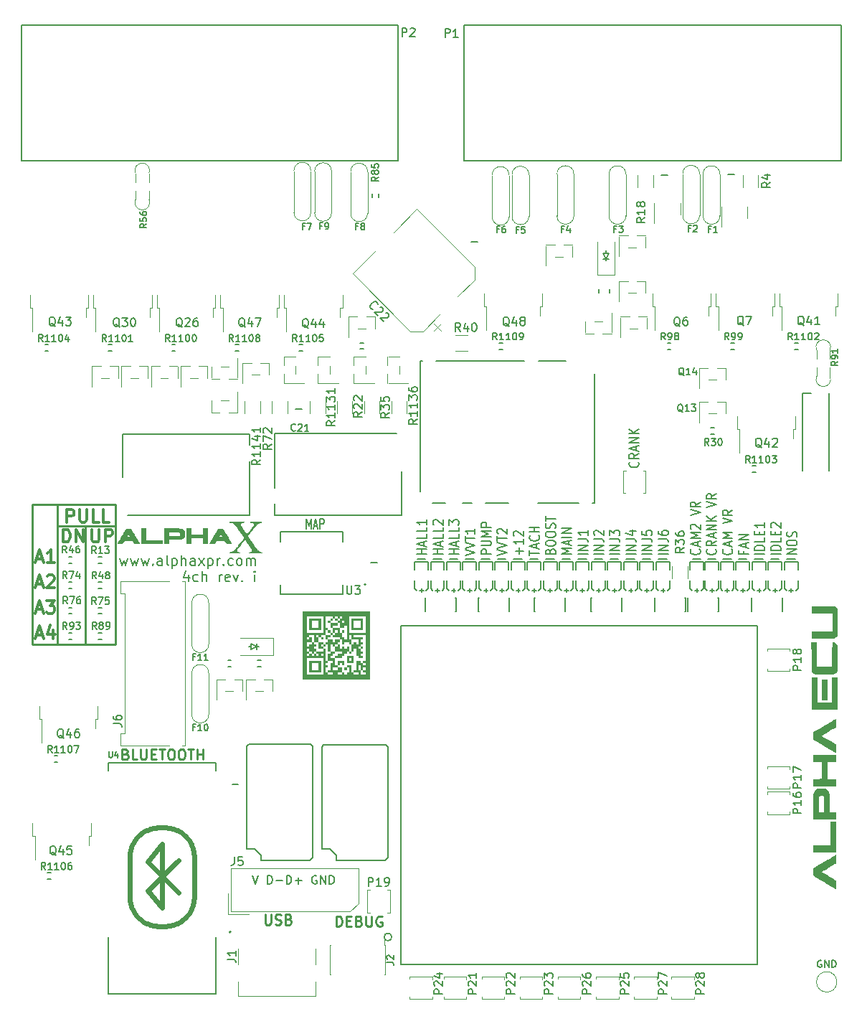
<source format=gto>
G04 #@! TF.GenerationSoftware,KiCad,Pcbnew,7.0.11-7.0.11~ubuntu22.04.1*
G04 #@! TF.CreationDate,2024-04-08T17:40:40+00:00*
G04 #@! TF.ProjectId,alphax_4ch,616c7068-6178-45f3-9463-682e6b696361,i*
G04 #@! TF.SameCoordinates,PX141f5e0PYa2cace0*
G04 #@! TF.FileFunction,Legend,Top*
G04 #@! TF.FilePolarity,Positive*
%FSLAX46Y46*%
G04 Gerber Fmt 4.6, Leading zero omitted, Abs format (unit mm)*
G04 Created by KiCad (PCBNEW 7.0.11-7.0.11~ubuntu22.04.1) date 2024-04-08 17:40:40*
%MOMM*%
%LPD*%
G01*
G04 APERTURE LIST*
%ADD10C,0.250000*%
%ADD11C,0.200000*%
%ADD12C,0.150000*%
%ADD13C,0.300000*%
%ADD14C,0.170000*%
%ADD15C,0.127000*%
%ADD16C,0.120000*%
%ADD17C,0.203200*%
%ADD18C,0.099060*%
%ADD19C,0.631031*%
G04 APERTURE END LIST*
D10*
X4000000Y58000000D02*
X4000000Y41500000D01*
X10800000Y41500000D02*
X10800000Y58000000D01*
X10800000Y55500000D02*
X4000000Y55500000D01*
X10800000Y58000000D02*
X1000000Y58000000D01*
X7300000Y41500000D02*
X7300000Y55500000D01*
X1000000Y58000000D02*
X1000000Y41500000D01*
X1000000Y41500000D02*
X10800000Y41500000D01*
D11*
X47587790Y52169674D02*
X46407790Y52169674D01*
X46969695Y52169674D02*
X46969695Y52741102D01*
X47587790Y52741102D02*
X46407790Y52741102D01*
X47250647Y53169674D02*
X47250647Y53645864D01*
X47587790Y53074436D02*
X46407790Y53407769D01*
X46407790Y53407769D02*
X47587790Y53741102D01*
X47587790Y54550626D02*
X47587790Y54074436D01*
X47587790Y54074436D02*
X46407790Y54074436D01*
X47587790Y55360150D02*
X47587790Y54883960D01*
X47587790Y54883960D02*
X46407790Y54883960D01*
X47587790Y56217293D02*
X47587790Y55645865D01*
X47587790Y55931579D02*
X46407790Y55931579D01*
X46407790Y55931579D02*
X46576361Y55836341D01*
X46576361Y55836341D02*
X46688742Y55741103D01*
X46688742Y55741103D02*
X46744933Y55645865D01*
X49487590Y52169674D02*
X48307590Y52169674D01*
X48869495Y52169674D02*
X48869495Y52741102D01*
X49487590Y52741102D02*
X48307590Y52741102D01*
X49150447Y53169674D02*
X49150447Y53645864D01*
X49487590Y53074436D02*
X48307590Y53407769D01*
X48307590Y53407769D02*
X49487590Y53741102D01*
X49487590Y54550626D02*
X49487590Y54074436D01*
X49487590Y54074436D02*
X48307590Y54074436D01*
X49487590Y55360150D02*
X49487590Y54883960D01*
X49487590Y54883960D02*
X48307590Y54883960D01*
X48419971Y55645865D02*
X48363780Y55693484D01*
X48363780Y55693484D02*
X48307590Y55788722D01*
X48307590Y55788722D02*
X48307590Y56026817D01*
X48307590Y56026817D02*
X48363780Y56122055D01*
X48363780Y56122055D02*
X48419971Y56169674D01*
X48419971Y56169674D02*
X48532352Y56217293D01*
X48532352Y56217293D02*
X48644733Y56217293D01*
X48644733Y56217293D02*
X48813304Y56169674D01*
X48813304Y56169674D02*
X49487590Y55598246D01*
X49487590Y55598246D02*
X49487590Y56217293D01*
X51387390Y52169674D02*
X50207390Y52169674D01*
X50769295Y52169674D02*
X50769295Y52741102D01*
X51387390Y52741102D02*
X50207390Y52741102D01*
X51050247Y53169674D02*
X51050247Y53645864D01*
X51387390Y53074436D02*
X50207390Y53407769D01*
X50207390Y53407769D02*
X51387390Y53741102D01*
X51387390Y54550626D02*
X51387390Y54074436D01*
X51387390Y54074436D02*
X50207390Y54074436D01*
X51387390Y55360150D02*
X51387390Y54883960D01*
X51387390Y54883960D02*
X50207390Y54883960D01*
X50207390Y55598246D02*
X50207390Y56217293D01*
X50207390Y56217293D02*
X50656914Y55883960D01*
X50656914Y55883960D02*
X50656914Y56026817D01*
X50656914Y56026817D02*
X50713104Y56122055D01*
X50713104Y56122055D02*
X50769295Y56169674D01*
X50769295Y56169674D02*
X50881676Y56217293D01*
X50881676Y56217293D02*
X51162628Y56217293D01*
X51162628Y56217293D02*
X51275009Y56169674D01*
X51275009Y56169674D02*
X51331200Y56122055D01*
X51331200Y56122055D02*
X51387390Y56026817D01*
X51387390Y56026817D02*
X51387390Y55741103D01*
X51387390Y55741103D02*
X51331200Y55645865D01*
X51331200Y55645865D02*
X51275009Y55598246D01*
X52107190Y52026817D02*
X53287190Y52360150D01*
X53287190Y52360150D02*
X52107190Y52693483D01*
X52107190Y52883960D02*
X53287190Y53217293D01*
X53287190Y53217293D02*
X52107190Y53550626D01*
X52107190Y53741103D02*
X52107190Y54312531D01*
X53287190Y54026817D02*
X52107190Y54026817D01*
X53287190Y55169674D02*
X53287190Y54598246D01*
X53287190Y54883960D02*
X52107190Y54883960D01*
X52107190Y54883960D02*
X52275761Y54788722D01*
X52275761Y54788722D02*
X52388142Y54693484D01*
X52388142Y54693484D02*
X52444333Y54598246D01*
X55186990Y52169674D02*
X54006990Y52169674D01*
X54006990Y52169674D02*
X54006990Y52550626D01*
X54006990Y52550626D02*
X54063180Y52645864D01*
X54063180Y52645864D02*
X54119371Y52693483D01*
X54119371Y52693483D02*
X54231752Y52741102D01*
X54231752Y52741102D02*
X54400323Y52741102D01*
X54400323Y52741102D02*
X54512704Y52693483D01*
X54512704Y52693483D02*
X54568895Y52645864D01*
X54568895Y52645864D02*
X54625085Y52550626D01*
X54625085Y52550626D02*
X54625085Y52169674D01*
X54006990Y53169674D02*
X54962228Y53169674D01*
X54962228Y53169674D02*
X55074609Y53217293D01*
X55074609Y53217293D02*
X55130800Y53264912D01*
X55130800Y53264912D02*
X55186990Y53360150D01*
X55186990Y53360150D02*
X55186990Y53550626D01*
X55186990Y53550626D02*
X55130800Y53645864D01*
X55130800Y53645864D02*
X55074609Y53693483D01*
X55074609Y53693483D02*
X54962228Y53741102D01*
X54962228Y53741102D02*
X54006990Y53741102D01*
X55186990Y54217293D02*
X54006990Y54217293D01*
X54006990Y54217293D02*
X54849847Y54550626D01*
X54849847Y54550626D02*
X54006990Y54883959D01*
X54006990Y54883959D02*
X55186990Y54883959D01*
X55186990Y55360150D02*
X54006990Y55360150D01*
X54006990Y55360150D02*
X54006990Y55741102D01*
X54006990Y55741102D02*
X54063180Y55836340D01*
X54063180Y55836340D02*
X54119371Y55883959D01*
X54119371Y55883959D02*
X54231752Y55931578D01*
X54231752Y55931578D02*
X54400323Y55931578D01*
X54400323Y55931578D02*
X54512704Y55883959D01*
X54512704Y55883959D02*
X54568895Y55836340D01*
X54568895Y55836340D02*
X54625085Y55741102D01*
X54625085Y55741102D02*
X54625085Y55360150D01*
X55906790Y52026817D02*
X57086790Y52360150D01*
X57086790Y52360150D02*
X55906790Y52693483D01*
X55906790Y52883960D02*
X57086790Y53217293D01*
X57086790Y53217293D02*
X55906790Y53550626D01*
X55906790Y53741103D02*
X55906790Y54312531D01*
X57086790Y54026817D02*
X55906790Y54026817D01*
X56019171Y54598246D02*
X55962980Y54645865D01*
X55962980Y54645865D02*
X55906790Y54741103D01*
X55906790Y54741103D02*
X55906790Y54979198D01*
X55906790Y54979198D02*
X55962980Y55074436D01*
X55962980Y55074436D02*
X56019171Y55122055D01*
X56019171Y55122055D02*
X56131552Y55169674D01*
X56131552Y55169674D02*
X56243933Y55169674D01*
X56243933Y55169674D02*
X56412504Y55122055D01*
X56412504Y55122055D02*
X57086790Y54550627D01*
X57086790Y54550627D02*
X57086790Y55169674D01*
X58537066Y52169674D02*
X58537066Y52931578D01*
X58986590Y52550626D02*
X58087542Y52550626D01*
X58986590Y53931578D02*
X58986590Y53360150D01*
X58986590Y53645864D02*
X57806590Y53645864D01*
X57806590Y53645864D02*
X57975161Y53550626D01*
X57975161Y53550626D02*
X58087542Y53455388D01*
X58087542Y53455388D02*
X58143733Y53360150D01*
X57918971Y54312531D02*
X57862780Y54360150D01*
X57862780Y54360150D02*
X57806590Y54455388D01*
X57806590Y54455388D02*
X57806590Y54693483D01*
X57806590Y54693483D02*
X57862780Y54788721D01*
X57862780Y54788721D02*
X57918971Y54836340D01*
X57918971Y54836340D02*
X58031352Y54883959D01*
X58031352Y54883959D02*
X58143733Y54883959D01*
X58143733Y54883959D02*
X58312304Y54836340D01*
X58312304Y54836340D02*
X58986590Y54264912D01*
X58986590Y54264912D02*
X58986590Y54883959D01*
X59706390Y52026817D02*
X59706390Y52598245D01*
X60886390Y52312531D02*
X59706390Y52312531D01*
X60549247Y52883960D02*
X60549247Y53360150D01*
X60886390Y52788722D02*
X59706390Y53122055D01*
X59706390Y53122055D02*
X60886390Y53455388D01*
X60774009Y54360150D02*
X60830200Y54312531D01*
X60830200Y54312531D02*
X60886390Y54169674D01*
X60886390Y54169674D02*
X60886390Y54074436D01*
X60886390Y54074436D02*
X60830200Y53931579D01*
X60830200Y53931579D02*
X60717819Y53836341D01*
X60717819Y53836341D02*
X60605438Y53788722D01*
X60605438Y53788722D02*
X60380676Y53741103D01*
X60380676Y53741103D02*
X60212104Y53741103D01*
X60212104Y53741103D02*
X59987342Y53788722D01*
X59987342Y53788722D02*
X59874961Y53836341D01*
X59874961Y53836341D02*
X59762580Y53931579D01*
X59762580Y53931579D02*
X59706390Y54074436D01*
X59706390Y54074436D02*
X59706390Y54169674D01*
X59706390Y54169674D02*
X59762580Y54312531D01*
X59762580Y54312531D02*
X59818771Y54360150D01*
X60886390Y54788722D02*
X59706390Y54788722D01*
X60268295Y54788722D02*
X60268295Y55360150D01*
X60886390Y55360150D02*
X59706390Y55360150D01*
X62168095Y52503007D02*
X62224285Y52645864D01*
X62224285Y52645864D02*
X62280476Y52693483D01*
X62280476Y52693483D02*
X62392857Y52741102D01*
X62392857Y52741102D02*
X62561428Y52741102D01*
X62561428Y52741102D02*
X62673809Y52693483D01*
X62673809Y52693483D02*
X62730000Y52645864D01*
X62730000Y52645864D02*
X62786190Y52550626D01*
X62786190Y52550626D02*
X62786190Y52169674D01*
X62786190Y52169674D02*
X61606190Y52169674D01*
X61606190Y52169674D02*
X61606190Y52503007D01*
X61606190Y52503007D02*
X61662380Y52598245D01*
X61662380Y52598245D02*
X61718571Y52645864D01*
X61718571Y52645864D02*
X61830952Y52693483D01*
X61830952Y52693483D02*
X61943333Y52693483D01*
X61943333Y52693483D02*
X62055714Y52645864D01*
X62055714Y52645864D02*
X62111904Y52598245D01*
X62111904Y52598245D02*
X62168095Y52503007D01*
X62168095Y52503007D02*
X62168095Y52169674D01*
X61606190Y53360150D02*
X61606190Y53550626D01*
X61606190Y53550626D02*
X61662380Y53645864D01*
X61662380Y53645864D02*
X61774761Y53741102D01*
X61774761Y53741102D02*
X61999523Y53788721D01*
X61999523Y53788721D02*
X62392857Y53788721D01*
X62392857Y53788721D02*
X62617619Y53741102D01*
X62617619Y53741102D02*
X62730000Y53645864D01*
X62730000Y53645864D02*
X62786190Y53550626D01*
X62786190Y53550626D02*
X62786190Y53360150D01*
X62786190Y53360150D02*
X62730000Y53264912D01*
X62730000Y53264912D02*
X62617619Y53169674D01*
X62617619Y53169674D02*
X62392857Y53122055D01*
X62392857Y53122055D02*
X61999523Y53122055D01*
X61999523Y53122055D02*
X61774761Y53169674D01*
X61774761Y53169674D02*
X61662380Y53264912D01*
X61662380Y53264912D02*
X61606190Y53360150D01*
X61606190Y54407769D02*
X61606190Y54598245D01*
X61606190Y54598245D02*
X61662380Y54693483D01*
X61662380Y54693483D02*
X61774761Y54788721D01*
X61774761Y54788721D02*
X61999523Y54836340D01*
X61999523Y54836340D02*
X62392857Y54836340D01*
X62392857Y54836340D02*
X62617619Y54788721D01*
X62617619Y54788721D02*
X62730000Y54693483D01*
X62730000Y54693483D02*
X62786190Y54598245D01*
X62786190Y54598245D02*
X62786190Y54407769D01*
X62786190Y54407769D02*
X62730000Y54312531D01*
X62730000Y54312531D02*
X62617619Y54217293D01*
X62617619Y54217293D02*
X62392857Y54169674D01*
X62392857Y54169674D02*
X61999523Y54169674D01*
X61999523Y54169674D02*
X61774761Y54217293D01*
X61774761Y54217293D02*
X61662380Y54312531D01*
X61662380Y54312531D02*
X61606190Y54407769D01*
X62730000Y55217293D02*
X62786190Y55360150D01*
X62786190Y55360150D02*
X62786190Y55598245D01*
X62786190Y55598245D02*
X62730000Y55693483D01*
X62730000Y55693483D02*
X62673809Y55741102D01*
X62673809Y55741102D02*
X62561428Y55788721D01*
X62561428Y55788721D02*
X62449047Y55788721D01*
X62449047Y55788721D02*
X62336666Y55741102D01*
X62336666Y55741102D02*
X62280476Y55693483D01*
X62280476Y55693483D02*
X62224285Y55598245D01*
X62224285Y55598245D02*
X62168095Y55407769D01*
X62168095Y55407769D02*
X62111904Y55312531D01*
X62111904Y55312531D02*
X62055714Y55264912D01*
X62055714Y55264912D02*
X61943333Y55217293D01*
X61943333Y55217293D02*
X61830952Y55217293D01*
X61830952Y55217293D02*
X61718571Y55264912D01*
X61718571Y55264912D02*
X61662380Y55312531D01*
X61662380Y55312531D02*
X61606190Y55407769D01*
X61606190Y55407769D02*
X61606190Y55645864D01*
X61606190Y55645864D02*
X61662380Y55788721D01*
X61606190Y56074436D02*
X61606190Y56645864D01*
X62786190Y56360150D02*
X61606190Y56360150D01*
X64685990Y52169674D02*
X63505990Y52169674D01*
X63505990Y52169674D02*
X64348847Y52503007D01*
X64348847Y52503007D02*
X63505990Y52836340D01*
X63505990Y52836340D02*
X64685990Y52836340D01*
X64348847Y53264912D02*
X64348847Y53741102D01*
X64685990Y53169674D02*
X63505990Y53503007D01*
X63505990Y53503007D02*
X64685990Y53836340D01*
X64685990Y54169674D02*
X63505990Y54169674D01*
X64685990Y54645864D02*
X63505990Y54645864D01*
X63505990Y54645864D02*
X64685990Y55217292D01*
X64685990Y55217292D02*
X63505990Y55217292D01*
X66585790Y52169674D02*
X65405790Y52169674D01*
X66585790Y52645864D02*
X65405790Y52645864D01*
X65405790Y52645864D02*
X66585790Y53217292D01*
X66585790Y53217292D02*
X65405790Y53217292D01*
X65405790Y53979197D02*
X66248647Y53979197D01*
X66248647Y53979197D02*
X66417219Y53931578D01*
X66417219Y53931578D02*
X66529600Y53836340D01*
X66529600Y53836340D02*
X66585790Y53693483D01*
X66585790Y53693483D02*
X66585790Y53598245D01*
X66585790Y54979197D02*
X66585790Y54407769D01*
X66585790Y54693483D02*
X65405790Y54693483D01*
X65405790Y54693483D02*
X65574361Y54598245D01*
X65574361Y54598245D02*
X65686742Y54503007D01*
X65686742Y54503007D02*
X65742933Y54407769D01*
X68485590Y52169674D02*
X67305590Y52169674D01*
X68485590Y52645864D02*
X67305590Y52645864D01*
X67305590Y52645864D02*
X68485590Y53217292D01*
X68485590Y53217292D02*
X67305590Y53217292D01*
X67305590Y53979197D02*
X68148447Y53979197D01*
X68148447Y53979197D02*
X68317019Y53931578D01*
X68317019Y53931578D02*
X68429400Y53836340D01*
X68429400Y53836340D02*
X68485590Y53693483D01*
X68485590Y53693483D02*
X68485590Y53598245D01*
X67417971Y54407769D02*
X67361780Y54455388D01*
X67361780Y54455388D02*
X67305590Y54550626D01*
X67305590Y54550626D02*
X67305590Y54788721D01*
X67305590Y54788721D02*
X67361780Y54883959D01*
X67361780Y54883959D02*
X67417971Y54931578D01*
X67417971Y54931578D02*
X67530352Y54979197D01*
X67530352Y54979197D02*
X67642733Y54979197D01*
X67642733Y54979197D02*
X67811304Y54931578D01*
X67811304Y54931578D02*
X68485590Y54360150D01*
X68485590Y54360150D02*
X68485590Y54979197D01*
X70385390Y52169674D02*
X69205390Y52169674D01*
X70385390Y52645864D02*
X69205390Y52645864D01*
X69205390Y52645864D02*
X70385390Y53217292D01*
X70385390Y53217292D02*
X69205390Y53217292D01*
X69205390Y53979197D02*
X70048247Y53979197D01*
X70048247Y53979197D02*
X70216819Y53931578D01*
X70216819Y53931578D02*
X70329200Y53836340D01*
X70329200Y53836340D02*
X70385390Y53693483D01*
X70385390Y53693483D02*
X70385390Y53598245D01*
X69205390Y54360150D02*
X69205390Y54979197D01*
X69205390Y54979197D02*
X69654914Y54645864D01*
X69654914Y54645864D02*
X69654914Y54788721D01*
X69654914Y54788721D02*
X69711104Y54883959D01*
X69711104Y54883959D02*
X69767295Y54931578D01*
X69767295Y54931578D02*
X69879676Y54979197D01*
X69879676Y54979197D02*
X70160628Y54979197D01*
X70160628Y54979197D02*
X70273009Y54931578D01*
X70273009Y54931578D02*
X70329200Y54883959D01*
X70329200Y54883959D02*
X70385390Y54788721D01*
X70385390Y54788721D02*
X70385390Y54503007D01*
X70385390Y54503007D02*
X70329200Y54407769D01*
X70329200Y54407769D02*
X70273009Y54360150D01*
X72285190Y52169674D02*
X71105190Y52169674D01*
X72285190Y52645864D02*
X71105190Y52645864D01*
X71105190Y52645864D02*
X72285190Y53217292D01*
X72285190Y53217292D02*
X71105190Y53217292D01*
X71105190Y53979197D02*
X71948047Y53979197D01*
X71948047Y53979197D02*
X72116619Y53931578D01*
X72116619Y53931578D02*
X72229000Y53836340D01*
X72229000Y53836340D02*
X72285190Y53693483D01*
X72285190Y53693483D02*
X72285190Y53598245D01*
X71498523Y54883959D02*
X72285190Y54883959D01*
X71049000Y54645864D02*
X71891857Y54407769D01*
X71891857Y54407769D02*
X71891857Y55026816D01*
X74184990Y52169674D02*
X73004990Y52169674D01*
X74184990Y52645864D02*
X73004990Y52645864D01*
X73004990Y52645864D02*
X74184990Y53217292D01*
X74184990Y53217292D02*
X73004990Y53217292D01*
X73004990Y53979197D02*
X73847847Y53979197D01*
X73847847Y53979197D02*
X74016419Y53931578D01*
X74016419Y53931578D02*
X74128800Y53836340D01*
X74128800Y53836340D02*
X74184990Y53693483D01*
X74184990Y53693483D02*
X74184990Y53598245D01*
X73004990Y54931578D02*
X73004990Y54455388D01*
X73004990Y54455388D02*
X73566895Y54407769D01*
X73566895Y54407769D02*
X73510704Y54455388D01*
X73510704Y54455388D02*
X73454514Y54550626D01*
X73454514Y54550626D02*
X73454514Y54788721D01*
X73454514Y54788721D02*
X73510704Y54883959D01*
X73510704Y54883959D02*
X73566895Y54931578D01*
X73566895Y54931578D02*
X73679276Y54979197D01*
X73679276Y54979197D02*
X73960228Y54979197D01*
X73960228Y54979197D02*
X74072609Y54931578D01*
X74072609Y54931578D02*
X74128800Y54883959D01*
X74128800Y54883959D02*
X74184990Y54788721D01*
X74184990Y54788721D02*
X74184990Y54550626D01*
X74184990Y54550626D02*
X74128800Y54455388D01*
X74128800Y54455388D02*
X74072609Y54407769D01*
X76084790Y52169674D02*
X74904790Y52169674D01*
X76084790Y52645864D02*
X74904790Y52645864D01*
X74904790Y52645864D02*
X76084790Y53217292D01*
X76084790Y53217292D02*
X74904790Y53217292D01*
X74904790Y53979197D02*
X75747647Y53979197D01*
X75747647Y53979197D02*
X75916219Y53931578D01*
X75916219Y53931578D02*
X76028600Y53836340D01*
X76028600Y53836340D02*
X76084790Y53693483D01*
X76084790Y53693483D02*
X76084790Y53598245D01*
X74904790Y54883959D02*
X74904790Y54693483D01*
X74904790Y54693483D02*
X74960980Y54598245D01*
X74960980Y54598245D02*
X75017171Y54550626D01*
X75017171Y54550626D02*
X75185742Y54455388D01*
X75185742Y54455388D02*
X75410504Y54407769D01*
X75410504Y54407769D02*
X75860028Y54407769D01*
X75860028Y54407769D02*
X75972409Y54455388D01*
X75972409Y54455388D02*
X76028600Y54503007D01*
X76028600Y54503007D02*
X76084790Y54598245D01*
X76084790Y54598245D02*
X76084790Y54788721D01*
X76084790Y54788721D02*
X76028600Y54883959D01*
X76028600Y54883959D02*
X75972409Y54931578D01*
X75972409Y54931578D02*
X75860028Y54979197D01*
X75860028Y54979197D02*
X75579076Y54979197D01*
X75579076Y54979197D02*
X75466695Y54931578D01*
X75466695Y54931578D02*
X75410504Y54883959D01*
X75410504Y54883959D02*
X75354314Y54788721D01*
X75354314Y54788721D02*
X75354314Y54598245D01*
X75354314Y54598245D02*
X75410504Y54503007D01*
X75410504Y54503007D02*
X75466695Y54455388D01*
X75466695Y54455388D02*
X75579076Y54407769D01*
X79772009Y52741102D02*
X79828200Y52693483D01*
X79828200Y52693483D02*
X79884390Y52550626D01*
X79884390Y52550626D02*
X79884390Y52455388D01*
X79884390Y52455388D02*
X79828200Y52312531D01*
X79828200Y52312531D02*
X79715819Y52217293D01*
X79715819Y52217293D02*
X79603438Y52169674D01*
X79603438Y52169674D02*
X79378676Y52122055D01*
X79378676Y52122055D02*
X79210104Y52122055D01*
X79210104Y52122055D02*
X78985342Y52169674D01*
X78985342Y52169674D02*
X78872961Y52217293D01*
X78872961Y52217293D02*
X78760580Y52312531D01*
X78760580Y52312531D02*
X78704390Y52455388D01*
X78704390Y52455388D02*
X78704390Y52550626D01*
X78704390Y52550626D02*
X78760580Y52693483D01*
X78760580Y52693483D02*
X78816771Y52741102D01*
X79547247Y53122055D02*
X79547247Y53598245D01*
X79884390Y53026817D02*
X78704390Y53360150D01*
X78704390Y53360150D02*
X79884390Y53693483D01*
X79884390Y54026817D02*
X78704390Y54026817D01*
X78704390Y54026817D02*
X79547247Y54360150D01*
X79547247Y54360150D02*
X78704390Y54693483D01*
X78704390Y54693483D02*
X79884390Y54693483D01*
X78816771Y55122055D02*
X78760580Y55169674D01*
X78760580Y55169674D02*
X78704390Y55264912D01*
X78704390Y55264912D02*
X78704390Y55503007D01*
X78704390Y55503007D02*
X78760580Y55598245D01*
X78760580Y55598245D02*
X78816771Y55645864D01*
X78816771Y55645864D02*
X78929152Y55693483D01*
X78929152Y55693483D02*
X79041533Y55693483D01*
X79041533Y55693483D02*
X79210104Y55645864D01*
X79210104Y55645864D02*
X79884390Y55074436D01*
X79884390Y55074436D02*
X79884390Y55693483D01*
X78704390Y56741103D02*
X79884390Y57074436D01*
X79884390Y57074436D02*
X78704390Y57407769D01*
X79884390Y58312531D02*
X79322485Y57979198D01*
X79884390Y57741103D02*
X78704390Y57741103D01*
X78704390Y57741103D02*
X78704390Y58122055D01*
X78704390Y58122055D02*
X78760580Y58217293D01*
X78760580Y58217293D02*
X78816771Y58264912D01*
X78816771Y58264912D02*
X78929152Y58312531D01*
X78929152Y58312531D02*
X79097723Y58312531D01*
X79097723Y58312531D02*
X79210104Y58264912D01*
X79210104Y58264912D02*
X79266295Y58217293D01*
X79266295Y58217293D02*
X79322485Y58122055D01*
X79322485Y58122055D02*
X79322485Y57741103D01*
X81671809Y52741102D02*
X81728000Y52693483D01*
X81728000Y52693483D02*
X81784190Y52550626D01*
X81784190Y52550626D02*
X81784190Y52455388D01*
X81784190Y52455388D02*
X81728000Y52312531D01*
X81728000Y52312531D02*
X81615619Y52217293D01*
X81615619Y52217293D02*
X81503238Y52169674D01*
X81503238Y52169674D02*
X81278476Y52122055D01*
X81278476Y52122055D02*
X81109904Y52122055D01*
X81109904Y52122055D02*
X80885142Y52169674D01*
X80885142Y52169674D02*
X80772761Y52217293D01*
X80772761Y52217293D02*
X80660380Y52312531D01*
X80660380Y52312531D02*
X80604190Y52455388D01*
X80604190Y52455388D02*
X80604190Y52550626D01*
X80604190Y52550626D02*
X80660380Y52693483D01*
X80660380Y52693483D02*
X80716571Y52741102D01*
X81784190Y53741102D02*
X81222285Y53407769D01*
X81784190Y53169674D02*
X80604190Y53169674D01*
X80604190Y53169674D02*
X80604190Y53550626D01*
X80604190Y53550626D02*
X80660380Y53645864D01*
X80660380Y53645864D02*
X80716571Y53693483D01*
X80716571Y53693483D02*
X80828952Y53741102D01*
X80828952Y53741102D02*
X80997523Y53741102D01*
X80997523Y53741102D02*
X81109904Y53693483D01*
X81109904Y53693483D02*
X81166095Y53645864D01*
X81166095Y53645864D02*
X81222285Y53550626D01*
X81222285Y53550626D02*
X81222285Y53169674D01*
X81447047Y54122055D02*
X81447047Y54598245D01*
X81784190Y54026817D02*
X80604190Y54360150D01*
X80604190Y54360150D02*
X81784190Y54693483D01*
X81784190Y55026817D02*
X80604190Y55026817D01*
X80604190Y55026817D02*
X81784190Y55598245D01*
X81784190Y55598245D02*
X80604190Y55598245D01*
X81784190Y56074436D02*
X80604190Y56074436D01*
X81784190Y56645864D02*
X81109904Y56217293D01*
X80604190Y56645864D02*
X81278476Y56074436D01*
X80604190Y57693484D02*
X81784190Y58026817D01*
X81784190Y58026817D02*
X80604190Y58360150D01*
X81784190Y59264912D02*
X81222285Y58931579D01*
X81784190Y58693484D02*
X80604190Y58693484D01*
X80604190Y58693484D02*
X80604190Y59074436D01*
X80604190Y59074436D02*
X80660380Y59169674D01*
X80660380Y59169674D02*
X80716571Y59217293D01*
X80716571Y59217293D02*
X80828952Y59264912D01*
X80828952Y59264912D02*
X80997523Y59264912D01*
X80997523Y59264912D02*
X81109904Y59217293D01*
X81109904Y59217293D02*
X81166095Y59169674D01*
X81166095Y59169674D02*
X81222285Y59074436D01*
X81222285Y59074436D02*
X81222285Y58693484D01*
X83571609Y52741102D02*
X83627800Y52693483D01*
X83627800Y52693483D02*
X83683990Y52550626D01*
X83683990Y52550626D02*
X83683990Y52455388D01*
X83683990Y52455388D02*
X83627800Y52312531D01*
X83627800Y52312531D02*
X83515419Y52217293D01*
X83515419Y52217293D02*
X83403038Y52169674D01*
X83403038Y52169674D02*
X83178276Y52122055D01*
X83178276Y52122055D02*
X83009704Y52122055D01*
X83009704Y52122055D02*
X82784942Y52169674D01*
X82784942Y52169674D02*
X82672561Y52217293D01*
X82672561Y52217293D02*
X82560180Y52312531D01*
X82560180Y52312531D02*
X82503990Y52455388D01*
X82503990Y52455388D02*
X82503990Y52550626D01*
X82503990Y52550626D02*
X82560180Y52693483D01*
X82560180Y52693483D02*
X82616371Y52741102D01*
X83346847Y53122055D02*
X83346847Y53598245D01*
X83683990Y53026817D02*
X82503990Y53360150D01*
X82503990Y53360150D02*
X83683990Y53693483D01*
X83683990Y54026817D02*
X82503990Y54026817D01*
X82503990Y54026817D02*
X83346847Y54360150D01*
X83346847Y54360150D02*
X82503990Y54693483D01*
X82503990Y54693483D02*
X83683990Y54693483D01*
X82503990Y55788722D02*
X83683990Y56122055D01*
X83683990Y56122055D02*
X82503990Y56455388D01*
X83683990Y57360150D02*
X83122085Y57026817D01*
X83683990Y56788722D02*
X82503990Y56788722D01*
X82503990Y56788722D02*
X82503990Y57169674D01*
X82503990Y57169674D02*
X82560180Y57264912D01*
X82560180Y57264912D02*
X82616371Y57312531D01*
X82616371Y57312531D02*
X82728752Y57360150D01*
X82728752Y57360150D02*
X82897323Y57360150D01*
X82897323Y57360150D02*
X83009704Y57312531D01*
X83009704Y57312531D02*
X83065895Y57264912D01*
X83065895Y57264912D02*
X83122085Y57169674D01*
X83122085Y57169674D02*
X83122085Y56788722D01*
X84965695Y52503007D02*
X84965695Y52169674D01*
X85583790Y52169674D02*
X84403790Y52169674D01*
X84403790Y52169674D02*
X84403790Y52645864D01*
X85246647Y52979198D02*
X85246647Y53455388D01*
X85583790Y52883960D02*
X84403790Y53217293D01*
X84403790Y53217293D02*
X85583790Y53550626D01*
X85583790Y53883960D02*
X84403790Y53883960D01*
X84403790Y53883960D02*
X85583790Y54455388D01*
X85583790Y54455388D02*
X84403790Y54455388D01*
X87483590Y52169674D02*
X86303590Y52169674D01*
X87483590Y52645864D02*
X86303590Y52645864D01*
X86303590Y52645864D02*
X86303590Y52883959D01*
X86303590Y52883959D02*
X86359780Y53026816D01*
X86359780Y53026816D02*
X86472161Y53122054D01*
X86472161Y53122054D02*
X86584542Y53169673D01*
X86584542Y53169673D02*
X86809304Y53217292D01*
X86809304Y53217292D02*
X86977876Y53217292D01*
X86977876Y53217292D02*
X87202638Y53169673D01*
X87202638Y53169673D02*
X87315019Y53122054D01*
X87315019Y53122054D02*
X87427400Y53026816D01*
X87427400Y53026816D02*
X87483590Y52883959D01*
X87483590Y52883959D02*
X87483590Y52645864D01*
X87483590Y54122054D02*
X87483590Y53645864D01*
X87483590Y53645864D02*
X86303590Y53645864D01*
X86865495Y54455388D02*
X86865495Y54788721D01*
X87483590Y54931578D02*
X87483590Y54455388D01*
X87483590Y54455388D02*
X86303590Y54455388D01*
X86303590Y54455388D02*
X86303590Y54931578D01*
X87483590Y55883959D02*
X87483590Y55312531D01*
X87483590Y55598245D02*
X86303590Y55598245D01*
X86303590Y55598245D02*
X86472161Y55503007D01*
X86472161Y55503007D02*
X86584542Y55407769D01*
X86584542Y55407769D02*
X86640733Y55312531D01*
X89383390Y52169674D02*
X88203390Y52169674D01*
X89383390Y52645864D02*
X88203390Y52645864D01*
X88203390Y52645864D02*
X88203390Y52883959D01*
X88203390Y52883959D02*
X88259580Y53026816D01*
X88259580Y53026816D02*
X88371961Y53122054D01*
X88371961Y53122054D02*
X88484342Y53169673D01*
X88484342Y53169673D02*
X88709104Y53217292D01*
X88709104Y53217292D02*
X88877676Y53217292D01*
X88877676Y53217292D02*
X89102438Y53169673D01*
X89102438Y53169673D02*
X89214819Y53122054D01*
X89214819Y53122054D02*
X89327200Y53026816D01*
X89327200Y53026816D02*
X89383390Y52883959D01*
X89383390Y52883959D02*
X89383390Y52645864D01*
X89383390Y54122054D02*
X89383390Y53645864D01*
X89383390Y53645864D02*
X88203390Y53645864D01*
X88765295Y54455388D02*
X88765295Y54788721D01*
X89383390Y54931578D02*
X89383390Y54455388D01*
X89383390Y54455388D02*
X88203390Y54455388D01*
X88203390Y54455388D02*
X88203390Y54931578D01*
X88315771Y55312531D02*
X88259580Y55360150D01*
X88259580Y55360150D02*
X88203390Y55455388D01*
X88203390Y55455388D02*
X88203390Y55693483D01*
X88203390Y55693483D02*
X88259580Y55788721D01*
X88259580Y55788721D02*
X88315771Y55836340D01*
X88315771Y55836340D02*
X88428152Y55883959D01*
X88428152Y55883959D02*
X88540533Y55883959D01*
X88540533Y55883959D02*
X88709104Y55836340D01*
X88709104Y55836340D02*
X89383390Y55264912D01*
X89383390Y55264912D02*
X89383390Y55883959D01*
X91283190Y52169674D02*
X90103190Y52169674D01*
X90103190Y52169674D02*
X91283190Y52741102D01*
X91283190Y52741102D02*
X90103190Y52741102D01*
X90103190Y53407769D02*
X90103190Y53598245D01*
X90103190Y53598245D02*
X90159380Y53693483D01*
X90159380Y53693483D02*
X90271761Y53788721D01*
X90271761Y53788721D02*
X90496523Y53836340D01*
X90496523Y53836340D02*
X90889857Y53836340D01*
X90889857Y53836340D02*
X91114619Y53788721D01*
X91114619Y53788721D02*
X91227000Y53693483D01*
X91227000Y53693483D02*
X91283190Y53598245D01*
X91283190Y53598245D02*
X91283190Y53407769D01*
X91283190Y53407769D02*
X91227000Y53312531D01*
X91227000Y53312531D02*
X91114619Y53217293D01*
X91114619Y53217293D02*
X90889857Y53169674D01*
X90889857Y53169674D02*
X90496523Y53169674D01*
X90496523Y53169674D02*
X90271761Y53217293D01*
X90271761Y53217293D02*
X90159380Y53312531D01*
X90159380Y53312531D02*
X90103190Y53407769D01*
X91227000Y54217293D02*
X91283190Y54360150D01*
X91283190Y54360150D02*
X91283190Y54598245D01*
X91283190Y54598245D02*
X91227000Y54693483D01*
X91227000Y54693483D02*
X91170809Y54741102D01*
X91170809Y54741102D02*
X91058428Y54788721D01*
X91058428Y54788721D02*
X90946047Y54788721D01*
X90946047Y54788721D02*
X90833666Y54741102D01*
X90833666Y54741102D02*
X90777476Y54693483D01*
X90777476Y54693483D02*
X90721285Y54598245D01*
X90721285Y54598245D02*
X90665095Y54407769D01*
X90665095Y54407769D02*
X90608904Y54312531D01*
X90608904Y54312531D02*
X90552714Y54264912D01*
X90552714Y54264912D02*
X90440333Y54217293D01*
X90440333Y54217293D02*
X90327952Y54217293D01*
X90327952Y54217293D02*
X90215571Y54264912D01*
X90215571Y54264912D02*
X90159380Y54312531D01*
X90159380Y54312531D02*
X90103190Y54407769D01*
X90103190Y54407769D02*
X90103190Y54645864D01*
X90103190Y54645864D02*
X90159380Y54788721D01*
X19442857Y49755258D02*
X19442857Y48955258D01*
X19157142Y50212400D02*
X18871428Y49355258D01*
X18871428Y49355258D02*
X19614285Y49355258D01*
X20585714Y49012400D02*
X20471428Y48955258D01*
X20471428Y48955258D02*
X20242856Y48955258D01*
X20242856Y48955258D02*
X20128571Y49012400D01*
X20128571Y49012400D02*
X20071428Y49069543D01*
X20071428Y49069543D02*
X20014285Y49183829D01*
X20014285Y49183829D02*
X20014285Y49526686D01*
X20014285Y49526686D02*
X20071428Y49640972D01*
X20071428Y49640972D02*
X20128571Y49698115D01*
X20128571Y49698115D02*
X20242856Y49755258D01*
X20242856Y49755258D02*
X20471428Y49755258D01*
X20471428Y49755258D02*
X20585714Y49698115D01*
X21099999Y48955258D02*
X21099999Y50155258D01*
X21614285Y48955258D02*
X21614285Y49583829D01*
X21614285Y49583829D02*
X21557142Y49698115D01*
X21557142Y49698115D02*
X21442856Y49755258D01*
X21442856Y49755258D02*
X21271427Y49755258D01*
X21271427Y49755258D02*
X21157142Y49698115D01*
X21157142Y49698115D02*
X21099999Y49640972D01*
X23099999Y48955258D02*
X23099999Y49755258D01*
X23099999Y49526686D02*
X23157142Y49640972D01*
X23157142Y49640972D02*
X23214285Y49698115D01*
X23214285Y49698115D02*
X23328570Y49755258D01*
X23328570Y49755258D02*
X23442856Y49755258D01*
X24299999Y49012400D02*
X24185713Y48955258D01*
X24185713Y48955258D02*
X23957142Y48955258D01*
X23957142Y48955258D02*
X23842856Y49012400D01*
X23842856Y49012400D02*
X23785713Y49126686D01*
X23785713Y49126686D02*
X23785713Y49583829D01*
X23785713Y49583829D02*
X23842856Y49698115D01*
X23842856Y49698115D02*
X23957142Y49755258D01*
X23957142Y49755258D02*
X24185713Y49755258D01*
X24185713Y49755258D02*
X24299999Y49698115D01*
X24299999Y49698115D02*
X24357142Y49583829D01*
X24357142Y49583829D02*
X24357142Y49469543D01*
X24357142Y49469543D02*
X23785713Y49355258D01*
X24757141Y49755258D02*
X25042855Y48955258D01*
X25042855Y48955258D02*
X25328570Y49755258D01*
X25785713Y49069543D02*
X25842856Y49012400D01*
X25842856Y49012400D02*
X25785713Y48955258D01*
X25785713Y48955258D02*
X25728570Y49012400D01*
X25728570Y49012400D02*
X25785713Y49069543D01*
X25785713Y49069543D02*
X25785713Y48955258D01*
X27271428Y48955258D02*
X27271428Y49755258D01*
X27271428Y50155258D02*
X27214285Y50098115D01*
X27214285Y50098115D02*
X27271428Y50040972D01*
X27271428Y50040972D02*
X27328571Y50098115D01*
X27328571Y50098115D02*
X27271428Y50155258D01*
X27271428Y50155258D02*
X27271428Y50040972D01*
D12*
X27042857Y14245181D02*
X27376190Y13245181D01*
X27376190Y13245181D02*
X27709523Y14245181D01*
X28804762Y13245181D02*
X28804762Y14245181D01*
X28804762Y14245181D02*
X29042857Y14245181D01*
X29042857Y14245181D02*
X29185714Y14197562D01*
X29185714Y14197562D02*
X29280952Y14102324D01*
X29280952Y14102324D02*
X29328571Y14007086D01*
X29328571Y14007086D02*
X29376190Y13816610D01*
X29376190Y13816610D02*
X29376190Y13673753D01*
X29376190Y13673753D02*
X29328571Y13483277D01*
X29328571Y13483277D02*
X29280952Y13388039D01*
X29280952Y13388039D02*
X29185714Y13292800D01*
X29185714Y13292800D02*
X29042857Y13245181D01*
X29042857Y13245181D02*
X28804762Y13245181D01*
X29804762Y13626134D02*
X30566667Y13626134D01*
X31042857Y13245181D02*
X31042857Y14245181D01*
X31042857Y14245181D02*
X31280952Y14245181D01*
X31280952Y14245181D02*
X31423809Y14197562D01*
X31423809Y14197562D02*
X31519047Y14102324D01*
X31519047Y14102324D02*
X31566666Y14007086D01*
X31566666Y14007086D02*
X31614285Y13816610D01*
X31614285Y13816610D02*
X31614285Y13673753D01*
X31614285Y13673753D02*
X31566666Y13483277D01*
X31566666Y13483277D02*
X31519047Y13388039D01*
X31519047Y13388039D02*
X31423809Y13292800D01*
X31423809Y13292800D02*
X31280952Y13245181D01*
X31280952Y13245181D02*
X31042857Y13245181D01*
X32042857Y13626134D02*
X32804762Y13626134D01*
X32423809Y13245181D02*
X32423809Y14007086D01*
X34566666Y14197562D02*
X34471428Y14245181D01*
X34471428Y14245181D02*
X34328571Y14245181D01*
X34328571Y14245181D02*
X34185714Y14197562D01*
X34185714Y14197562D02*
X34090476Y14102324D01*
X34090476Y14102324D02*
X34042857Y14007086D01*
X34042857Y14007086D02*
X33995238Y13816610D01*
X33995238Y13816610D02*
X33995238Y13673753D01*
X33995238Y13673753D02*
X34042857Y13483277D01*
X34042857Y13483277D02*
X34090476Y13388039D01*
X34090476Y13388039D02*
X34185714Y13292800D01*
X34185714Y13292800D02*
X34328571Y13245181D01*
X34328571Y13245181D02*
X34423809Y13245181D01*
X34423809Y13245181D02*
X34566666Y13292800D01*
X34566666Y13292800D02*
X34614285Y13340420D01*
X34614285Y13340420D02*
X34614285Y13673753D01*
X34614285Y13673753D02*
X34423809Y13673753D01*
X35042857Y13245181D02*
X35042857Y14245181D01*
X35042857Y14245181D02*
X35614285Y13245181D01*
X35614285Y13245181D02*
X35614285Y14245181D01*
X36090476Y13245181D02*
X36090476Y14245181D01*
X36090476Y14245181D02*
X36328571Y14245181D01*
X36328571Y14245181D02*
X36471428Y14197562D01*
X36471428Y14197562D02*
X36566666Y14102324D01*
X36566666Y14102324D02*
X36614285Y14007086D01*
X36614285Y14007086D02*
X36661904Y13816610D01*
X36661904Y13816610D02*
X36661904Y13673753D01*
X36661904Y13673753D02*
X36614285Y13483277D01*
X36614285Y13483277D02*
X36566666Y13388039D01*
X36566666Y13388039D02*
X36471428Y13292800D01*
X36471428Y13292800D02*
X36328571Y13245181D01*
X36328571Y13245181D02*
X36090476Y13245181D01*
D13*
X5102453Y55934729D02*
X5102453Y57434729D01*
X5102453Y57434729D02*
X5673882Y57434729D01*
X5673882Y57434729D02*
X5816739Y57363300D01*
X5816739Y57363300D02*
X5888168Y57291872D01*
X5888168Y57291872D02*
X5959596Y57149015D01*
X5959596Y57149015D02*
X5959596Y56934729D01*
X5959596Y56934729D02*
X5888168Y56791872D01*
X5888168Y56791872D02*
X5816739Y56720443D01*
X5816739Y56720443D02*
X5673882Y56649015D01*
X5673882Y56649015D02*
X5102453Y56649015D01*
X6602453Y57434729D02*
X6602453Y56220443D01*
X6602453Y56220443D02*
X6673882Y56077586D01*
X6673882Y56077586D02*
X6745311Y56006157D01*
X6745311Y56006157D02*
X6888168Y55934729D01*
X6888168Y55934729D02*
X7173882Y55934729D01*
X7173882Y55934729D02*
X7316739Y56006157D01*
X7316739Y56006157D02*
X7388168Y56077586D01*
X7388168Y56077586D02*
X7459596Y56220443D01*
X7459596Y56220443D02*
X7459596Y57434729D01*
X8888168Y55934729D02*
X8173882Y55934729D01*
X8173882Y55934729D02*
X8173882Y57434729D01*
X10102454Y55934729D02*
X9388168Y55934729D01*
X9388168Y55934729D02*
X9388168Y57434729D01*
X1483082Y51627743D02*
X2197368Y51627743D01*
X1340225Y51199172D02*
X1840225Y52699172D01*
X1840225Y52699172D02*
X2340225Y51199172D01*
X3625939Y51199172D02*
X2768796Y51199172D01*
X3197367Y51199172D02*
X3197367Y52699172D01*
X3197367Y52699172D02*
X3054510Y52484886D01*
X3054510Y52484886D02*
X2911653Y52342029D01*
X2911653Y52342029D02*
X2768796Y52270600D01*
D14*
X94175237Y4210444D02*
X94097142Y4249492D01*
X94097142Y4249492D02*
X93979999Y4249492D01*
X93979999Y4249492D02*
X93862856Y4210444D01*
X93862856Y4210444D02*
X93784761Y4132349D01*
X93784761Y4132349D02*
X93745714Y4054254D01*
X93745714Y4054254D02*
X93706666Y3898063D01*
X93706666Y3898063D02*
X93706666Y3780920D01*
X93706666Y3780920D02*
X93745714Y3624730D01*
X93745714Y3624730D02*
X93784761Y3546635D01*
X93784761Y3546635D02*
X93862856Y3468539D01*
X93862856Y3468539D02*
X93979999Y3429492D01*
X93979999Y3429492D02*
X94058095Y3429492D01*
X94058095Y3429492D02*
X94175237Y3468539D01*
X94175237Y3468539D02*
X94214285Y3507587D01*
X94214285Y3507587D02*
X94214285Y3780920D01*
X94214285Y3780920D02*
X94058095Y3780920D01*
X94565714Y3429492D02*
X94565714Y4249492D01*
X94565714Y4249492D02*
X95034285Y3429492D01*
X95034285Y3429492D02*
X95034285Y4249492D01*
X95424762Y3429492D02*
X95424762Y4249492D01*
X95424762Y4249492D02*
X95620000Y4249492D01*
X95620000Y4249492D02*
X95737143Y4210444D01*
X95737143Y4210444D02*
X95815238Y4132349D01*
X95815238Y4132349D02*
X95854285Y4054254D01*
X95854285Y4054254D02*
X95893333Y3898063D01*
X95893333Y3898063D02*
X95893333Y3780920D01*
X95893333Y3780920D02*
X95854285Y3624730D01*
X95854285Y3624730D02*
X95815238Y3546635D01*
X95815238Y3546635D02*
X95737143Y3468539D01*
X95737143Y3468539D02*
X95620000Y3429492D01*
X95620000Y3429492D02*
X95424762Y3429492D01*
D13*
X1483082Y42627743D02*
X2197368Y42627743D01*
X1340225Y42199172D02*
X1840225Y43699172D01*
X1840225Y43699172D02*
X2340225Y42199172D01*
X3483082Y43199172D02*
X3483082Y42199172D01*
X3125939Y43770600D02*
X2768796Y42699172D01*
X2768796Y42699172D02*
X3697367Y42699172D01*
D10*
X28485714Y9657858D02*
X28485714Y8686429D01*
X28485714Y8686429D02*
X28542857Y8572143D01*
X28542857Y8572143D02*
X28600000Y8515000D01*
X28600000Y8515000D02*
X28714285Y8457858D01*
X28714285Y8457858D02*
X28942857Y8457858D01*
X28942857Y8457858D02*
X29057142Y8515000D01*
X29057142Y8515000D02*
X29114285Y8572143D01*
X29114285Y8572143D02*
X29171428Y8686429D01*
X29171428Y8686429D02*
X29171428Y9657858D01*
X29685714Y8515000D02*
X29857143Y8457858D01*
X29857143Y8457858D02*
X30142857Y8457858D01*
X30142857Y8457858D02*
X30257143Y8515000D01*
X30257143Y8515000D02*
X30314285Y8572143D01*
X30314285Y8572143D02*
X30371428Y8686429D01*
X30371428Y8686429D02*
X30371428Y8800715D01*
X30371428Y8800715D02*
X30314285Y8915000D01*
X30314285Y8915000D02*
X30257143Y8972143D01*
X30257143Y8972143D02*
X30142857Y9029286D01*
X30142857Y9029286D02*
X29914285Y9086429D01*
X29914285Y9086429D02*
X29800000Y9143572D01*
X29800000Y9143572D02*
X29742857Y9200715D01*
X29742857Y9200715D02*
X29685714Y9315000D01*
X29685714Y9315000D02*
X29685714Y9429286D01*
X29685714Y9429286D02*
X29742857Y9543572D01*
X29742857Y9543572D02*
X29800000Y9600715D01*
X29800000Y9600715D02*
X29914285Y9657858D01*
X29914285Y9657858D02*
X30200000Y9657858D01*
X30200000Y9657858D02*
X30371428Y9600715D01*
X31285714Y9086429D02*
X31457142Y9029286D01*
X31457142Y9029286D02*
X31514285Y8972143D01*
X31514285Y8972143D02*
X31571428Y8857858D01*
X31571428Y8857858D02*
X31571428Y8686429D01*
X31571428Y8686429D02*
X31514285Y8572143D01*
X31514285Y8572143D02*
X31457142Y8515000D01*
X31457142Y8515000D02*
X31342857Y8457858D01*
X31342857Y8457858D02*
X30885714Y8457858D01*
X30885714Y8457858D02*
X30885714Y9657858D01*
X30885714Y9657858D02*
X31285714Y9657858D01*
X31285714Y9657858D02*
X31400000Y9600715D01*
X31400000Y9600715D02*
X31457142Y9543572D01*
X31457142Y9543572D02*
X31514285Y9429286D01*
X31514285Y9429286D02*
X31514285Y9315000D01*
X31514285Y9315000D02*
X31457142Y9200715D01*
X31457142Y9200715D02*
X31400000Y9143572D01*
X31400000Y9143572D02*
X31285714Y9086429D01*
X31285714Y9086429D02*
X30885714Y9086429D01*
X36914286Y8257858D02*
X36914286Y9457858D01*
X36914286Y9457858D02*
X37200000Y9457858D01*
X37200000Y9457858D02*
X37371429Y9400715D01*
X37371429Y9400715D02*
X37485714Y9286429D01*
X37485714Y9286429D02*
X37542857Y9172143D01*
X37542857Y9172143D02*
X37600000Y8943572D01*
X37600000Y8943572D02*
X37600000Y8772143D01*
X37600000Y8772143D02*
X37542857Y8543572D01*
X37542857Y8543572D02*
X37485714Y8429286D01*
X37485714Y8429286D02*
X37371429Y8315000D01*
X37371429Y8315000D02*
X37200000Y8257858D01*
X37200000Y8257858D02*
X36914286Y8257858D01*
X38114286Y8886429D02*
X38514286Y8886429D01*
X38685714Y8257858D02*
X38114286Y8257858D01*
X38114286Y8257858D02*
X38114286Y9457858D01*
X38114286Y9457858D02*
X38685714Y9457858D01*
X39600000Y8886429D02*
X39771428Y8829286D01*
X39771428Y8829286D02*
X39828571Y8772143D01*
X39828571Y8772143D02*
X39885714Y8657858D01*
X39885714Y8657858D02*
X39885714Y8486429D01*
X39885714Y8486429D02*
X39828571Y8372143D01*
X39828571Y8372143D02*
X39771428Y8315000D01*
X39771428Y8315000D02*
X39657143Y8257858D01*
X39657143Y8257858D02*
X39200000Y8257858D01*
X39200000Y8257858D02*
X39200000Y9457858D01*
X39200000Y9457858D02*
X39600000Y9457858D01*
X39600000Y9457858D02*
X39714286Y9400715D01*
X39714286Y9400715D02*
X39771428Y9343572D01*
X39771428Y9343572D02*
X39828571Y9229286D01*
X39828571Y9229286D02*
X39828571Y9115000D01*
X39828571Y9115000D02*
X39771428Y9000715D01*
X39771428Y9000715D02*
X39714286Y8943572D01*
X39714286Y8943572D02*
X39600000Y8886429D01*
X39600000Y8886429D02*
X39200000Y8886429D01*
X40400000Y9457858D02*
X40400000Y8486429D01*
X40400000Y8486429D02*
X40457143Y8372143D01*
X40457143Y8372143D02*
X40514286Y8315000D01*
X40514286Y8315000D02*
X40628571Y8257858D01*
X40628571Y8257858D02*
X40857143Y8257858D01*
X40857143Y8257858D02*
X40971428Y8315000D01*
X40971428Y8315000D02*
X41028571Y8372143D01*
X41028571Y8372143D02*
X41085714Y8486429D01*
X41085714Y8486429D02*
X41085714Y9457858D01*
X42285714Y9400715D02*
X42171429Y9457858D01*
X42171429Y9457858D02*
X42000000Y9457858D01*
X42000000Y9457858D02*
X41828571Y9400715D01*
X41828571Y9400715D02*
X41714286Y9286429D01*
X41714286Y9286429D02*
X41657143Y9172143D01*
X41657143Y9172143D02*
X41600000Y8943572D01*
X41600000Y8943572D02*
X41600000Y8772143D01*
X41600000Y8772143D02*
X41657143Y8543572D01*
X41657143Y8543572D02*
X41714286Y8429286D01*
X41714286Y8429286D02*
X41828571Y8315000D01*
X41828571Y8315000D02*
X42000000Y8257858D01*
X42000000Y8257858D02*
X42114286Y8257858D01*
X42114286Y8257858D02*
X42285714Y8315000D01*
X42285714Y8315000D02*
X42342857Y8372143D01*
X42342857Y8372143D02*
X42342857Y8772143D01*
X42342857Y8772143D02*
X42114286Y8772143D01*
D13*
X8054510Y55099172D02*
X8054510Y53884886D01*
X8054510Y53884886D02*
X8125939Y53742029D01*
X8125939Y53742029D02*
X8197368Y53670600D01*
X8197368Y53670600D02*
X8340225Y53599172D01*
X8340225Y53599172D02*
X8625939Y53599172D01*
X8625939Y53599172D02*
X8768796Y53670600D01*
X8768796Y53670600D02*
X8840225Y53742029D01*
X8840225Y53742029D02*
X8911653Y53884886D01*
X8911653Y53884886D02*
X8911653Y55099172D01*
X9625939Y53599172D02*
X9625939Y55099172D01*
X9625939Y55099172D02*
X10197368Y55099172D01*
X10197368Y55099172D02*
X10340225Y55027743D01*
X10340225Y55027743D02*
X10411654Y54956315D01*
X10411654Y54956315D02*
X10483082Y54813458D01*
X10483082Y54813458D02*
X10483082Y54599172D01*
X10483082Y54599172D02*
X10411654Y54456315D01*
X10411654Y54456315D02*
X10340225Y54384886D01*
X10340225Y54384886D02*
X10197368Y54313458D01*
X10197368Y54313458D02*
X9625939Y54313458D01*
X1483082Y45627743D02*
X2197368Y45627743D01*
X1340225Y45199172D02*
X1840225Y46699172D01*
X1840225Y46699172D02*
X2340225Y45199172D01*
X2697367Y46699172D02*
X3625939Y46699172D01*
X3625939Y46699172D02*
X3125939Y46127743D01*
X3125939Y46127743D02*
X3340224Y46127743D01*
X3340224Y46127743D02*
X3483082Y46056315D01*
X3483082Y46056315D02*
X3554510Y45984886D01*
X3554510Y45984886D02*
X3625939Y45842029D01*
X3625939Y45842029D02*
X3625939Y45484886D01*
X3625939Y45484886D02*
X3554510Y45342029D01*
X3554510Y45342029D02*
X3483082Y45270600D01*
X3483082Y45270600D02*
X3340224Y45199172D01*
X3340224Y45199172D02*
X2911653Y45199172D01*
X2911653Y45199172D02*
X2768796Y45270600D01*
X2768796Y45270600D02*
X2697367Y45342029D01*
D11*
X11371429Y51655258D02*
X11600001Y50855258D01*
X11600001Y50855258D02*
X11828572Y51426686D01*
X11828572Y51426686D02*
X12057143Y50855258D01*
X12057143Y50855258D02*
X12285715Y51655258D01*
X12628572Y51655258D02*
X12857144Y50855258D01*
X12857144Y50855258D02*
X13085715Y51426686D01*
X13085715Y51426686D02*
X13314286Y50855258D01*
X13314286Y50855258D02*
X13542858Y51655258D01*
X13885715Y51655258D02*
X14114287Y50855258D01*
X14114287Y50855258D02*
X14342858Y51426686D01*
X14342858Y51426686D02*
X14571429Y50855258D01*
X14571429Y50855258D02*
X14800001Y51655258D01*
X15257144Y50969543D02*
X15314287Y50912400D01*
X15314287Y50912400D02*
X15257144Y50855258D01*
X15257144Y50855258D02*
X15200001Y50912400D01*
X15200001Y50912400D02*
X15257144Y50969543D01*
X15257144Y50969543D02*
X15257144Y50855258D01*
X16342859Y50855258D02*
X16342859Y51483829D01*
X16342859Y51483829D02*
X16285716Y51598115D01*
X16285716Y51598115D02*
X16171430Y51655258D01*
X16171430Y51655258D02*
X15942859Y51655258D01*
X15942859Y51655258D02*
X15828573Y51598115D01*
X16342859Y50912400D02*
X16228573Y50855258D01*
X16228573Y50855258D02*
X15942859Y50855258D01*
X15942859Y50855258D02*
X15828573Y50912400D01*
X15828573Y50912400D02*
X15771430Y51026686D01*
X15771430Y51026686D02*
X15771430Y51140972D01*
X15771430Y51140972D02*
X15828573Y51255258D01*
X15828573Y51255258D02*
X15942859Y51312400D01*
X15942859Y51312400D02*
X16228573Y51312400D01*
X16228573Y51312400D02*
X16342859Y51369543D01*
X17085715Y50855258D02*
X16971430Y50912400D01*
X16971430Y50912400D02*
X16914287Y51026686D01*
X16914287Y51026686D02*
X16914287Y52055258D01*
X17542858Y51655258D02*
X17542858Y50455258D01*
X17542858Y51598115D02*
X17657144Y51655258D01*
X17657144Y51655258D02*
X17885715Y51655258D01*
X17885715Y51655258D02*
X18000001Y51598115D01*
X18000001Y51598115D02*
X18057144Y51540972D01*
X18057144Y51540972D02*
X18114286Y51426686D01*
X18114286Y51426686D02*
X18114286Y51083829D01*
X18114286Y51083829D02*
X18057144Y50969543D01*
X18057144Y50969543D02*
X18000001Y50912400D01*
X18000001Y50912400D02*
X17885715Y50855258D01*
X17885715Y50855258D02*
X17657144Y50855258D01*
X17657144Y50855258D02*
X17542858Y50912400D01*
X18628572Y50855258D02*
X18628572Y52055258D01*
X19142858Y50855258D02*
X19142858Y51483829D01*
X19142858Y51483829D02*
X19085715Y51598115D01*
X19085715Y51598115D02*
X18971429Y51655258D01*
X18971429Y51655258D02*
X18800000Y51655258D01*
X18800000Y51655258D02*
X18685715Y51598115D01*
X18685715Y51598115D02*
X18628572Y51540972D01*
X20228572Y50855258D02*
X20228572Y51483829D01*
X20228572Y51483829D02*
X20171429Y51598115D01*
X20171429Y51598115D02*
X20057143Y51655258D01*
X20057143Y51655258D02*
X19828572Y51655258D01*
X19828572Y51655258D02*
X19714286Y51598115D01*
X20228572Y50912400D02*
X20114286Y50855258D01*
X20114286Y50855258D02*
X19828572Y50855258D01*
X19828572Y50855258D02*
X19714286Y50912400D01*
X19714286Y50912400D02*
X19657143Y51026686D01*
X19657143Y51026686D02*
X19657143Y51140972D01*
X19657143Y51140972D02*
X19714286Y51255258D01*
X19714286Y51255258D02*
X19828572Y51312400D01*
X19828572Y51312400D02*
X20114286Y51312400D01*
X20114286Y51312400D02*
X20228572Y51369543D01*
X20685714Y50855258D02*
X21314286Y51655258D01*
X20685714Y51655258D02*
X21314286Y50855258D01*
X21771429Y51655258D02*
X21771429Y50455258D01*
X21771429Y51598115D02*
X21885715Y51655258D01*
X21885715Y51655258D02*
X22114286Y51655258D01*
X22114286Y51655258D02*
X22228572Y51598115D01*
X22228572Y51598115D02*
X22285715Y51540972D01*
X22285715Y51540972D02*
X22342857Y51426686D01*
X22342857Y51426686D02*
X22342857Y51083829D01*
X22342857Y51083829D02*
X22285715Y50969543D01*
X22285715Y50969543D02*
X22228572Y50912400D01*
X22228572Y50912400D02*
X22114286Y50855258D01*
X22114286Y50855258D02*
X21885715Y50855258D01*
X21885715Y50855258D02*
X21771429Y50912400D01*
X22857143Y50855258D02*
X22857143Y51655258D01*
X22857143Y51426686D02*
X22914286Y51540972D01*
X22914286Y51540972D02*
X22971429Y51598115D01*
X22971429Y51598115D02*
X23085714Y51655258D01*
X23085714Y51655258D02*
X23200000Y51655258D01*
X23600000Y50969543D02*
X23657143Y50912400D01*
X23657143Y50912400D02*
X23600000Y50855258D01*
X23600000Y50855258D02*
X23542857Y50912400D01*
X23542857Y50912400D02*
X23600000Y50969543D01*
X23600000Y50969543D02*
X23600000Y50855258D01*
X24685715Y50912400D02*
X24571429Y50855258D01*
X24571429Y50855258D02*
X24342857Y50855258D01*
X24342857Y50855258D02*
X24228572Y50912400D01*
X24228572Y50912400D02*
X24171429Y50969543D01*
X24171429Y50969543D02*
X24114286Y51083829D01*
X24114286Y51083829D02*
X24114286Y51426686D01*
X24114286Y51426686D02*
X24171429Y51540972D01*
X24171429Y51540972D02*
X24228572Y51598115D01*
X24228572Y51598115D02*
X24342857Y51655258D01*
X24342857Y51655258D02*
X24571429Y51655258D01*
X24571429Y51655258D02*
X24685715Y51598115D01*
X25371428Y50855258D02*
X25257143Y50912400D01*
X25257143Y50912400D02*
X25200000Y50969543D01*
X25200000Y50969543D02*
X25142857Y51083829D01*
X25142857Y51083829D02*
X25142857Y51426686D01*
X25142857Y51426686D02*
X25200000Y51540972D01*
X25200000Y51540972D02*
X25257143Y51598115D01*
X25257143Y51598115D02*
X25371428Y51655258D01*
X25371428Y51655258D02*
X25542857Y51655258D01*
X25542857Y51655258D02*
X25657143Y51598115D01*
X25657143Y51598115D02*
X25714286Y51540972D01*
X25714286Y51540972D02*
X25771428Y51426686D01*
X25771428Y51426686D02*
X25771428Y51083829D01*
X25771428Y51083829D02*
X25714286Y50969543D01*
X25714286Y50969543D02*
X25657143Y50912400D01*
X25657143Y50912400D02*
X25542857Y50855258D01*
X25542857Y50855258D02*
X25371428Y50855258D01*
X26285714Y50855258D02*
X26285714Y51655258D01*
X26285714Y51540972D02*
X26342857Y51598115D01*
X26342857Y51598115D02*
X26457142Y51655258D01*
X26457142Y51655258D02*
X26628571Y51655258D01*
X26628571Y51655258D02*
X26742857Y51598115D01*
X26742857Y51598115D02*
X26800000Y51483829D01*
X26800000Y51483829D02*
X26800000Y50855258D01*
X26800000Y51483829D02*
X26857142Y51598115D01*
X26857142Y51598115D02*
X26971428Y51655258D01*
X26971428Y51655258D02*
X27142857Y51655258D01*
X27142857Y51655258D02*
X27257142Y51598115D01*
X27257142Y51598115D02*
X27314285Y51483829D01*
X27314285Y51483829D02*
X27314285Y50855258D01*
X72523109Y63041102D02*
X72579300Y62993483D01*
X72579300Y62993483D02*
X72635490Y62850626D01*
X72635490Y62850626D02*
X72635490Y62755388D01*
X72635490Y62755388D02*
X72579300Y62612531D01*
X72579300Y62612531D02*
X72466919Y62517293D01*
X72466919Y62517293D02*
X72354538Y62469674D01*
X72354538Y62469674D02*
X72129776Y62422055D01*
X72129776Y62422055D02*
X71961204Y62422055D01*
X71961204Y62422055D02*
X71736442Y62469674D01*
X71736442Y62469674D02*
X71624061Y62517293D01*
X71624061Y62517293D02*
X71511680Y62612531D01*
X71511680Y62612531D02*
X71455490Y62755388D01*
X71455490Y62755388D02*
X71455490Y62850626D01*
X71455490Y62850626D02*
X71511680Y62993483D01*
X71511680Y62993483D02*
X71567871Y63041102D01*
X72635490Y64041102D02*
X72073585Y63707769D01*
X72635490Y63469674D02*
X71455490Y63469674D01*
X71455490Y63469674D02*
X71455490Y63850626D01*
X71455490Y63850626D02*
X71511680Y63945864D01*
X71511680Y63945864D02*
X71567871Y63993483D01*
X71567871Y63993483D02*
X71680252Y64041102D01*
X71680252Y64041102D02*
X71848823Y64041102D01*
X71848823Y64041102D02*
X71961204Y63993483D01*
X71961204Y63993483D02*
X72017395Y63945864D01*
X72017395Y63945864D02*
X72073585Y63850626D01*
X72073585Y63850626D02*
X72073585Y63469674D01*
X72298347Y64422055D02*
X72298347Y64898245D01*
X72635490Y64326817D02*
X71455490Y64660150D01*
X71455490Y64660150D02*
X72635490Y64993483D01*
X72635490Y65326817D02*
X71455490Y65326817D01*
X71455490Y65326817D02*
X72635490Y65898245D01*
X72635490Y65898245D02*
X71455490Y65898245D01*
X72635490Y66374436D02*
X71455490Y66374436D01*
X72635490Y66945864D02*
X71961204Y66517293D01*
X71455490Y66945864D02*
X72129776Y66374436D01*
X33390476Y55155258D02*
X33390476Y56355258D01*
X33390476Y56355258D02*
X33657142Y55498115D01*
X33657142Y55498115D02*
X33923809Y56355258D01*
X33923809Y56355258D02*
X33923809Y55155258D01*
X34266666Y55498115D02*
X34647619Y55498115D01*
X34190476Y55155258D02*
X34457143Y56355258D01*
X34457143Y56355258D02*
X34723809Y55155258D01*
X34990476Y55155258D02*
X34990476Y56355258D01*
X34990476Y56355258D02*
X35295238Y56355258D01*
X35295238Y56355258D02*
X35371428Y56298115D01*
X35371428Y56298115D02*
X35409523Y56240972D01*
X35409523Y56240972D02*
X35447619Y56126686D01*
X35447619Y56126686D02*
X35447619Y55955258D01*
X35447619Y55955258D02*
X35409523Y55840972D01*
X35409523Y55840972D02*
X35371428Y55783829D01*
X35371428Y55783829D02*
X35295238Y55726686D01*
X35295238Y55726686D02*
X34990476Y55726686D01*
D13*
X1483082Y48627743D02*
X2197368Y48627743D01*
X1340225Y48199172D02*
X1840225Y49699172D01*
X1840225Y49699172D02*
X2340225Y48199172D01*
X2768796Y49556315D02*
X2840224Y49627743D01*
X2840224Y49627743D02*
X2983082Y49699172D01*
X2983082Y49699172D02*
X3340224Y49699172D01*
X3340224Y49699172D02*
X3483082Y49627743D01*
X3483082Y49627743D02*
X3554510Y49556315D01*
X3554510Y49556315D02*
X3625939Y49413458D01*
X3625939Y49413458D02*
X3625939Y49270600D01*
X3625939Y49270600D02*
X3554510Y49056315D01*
X3554510Y49056315D02*
X2697367Y48199172D01*
X2697367Y48199172D02*
X3625939Y48199172D01*
D10*
X12028571Y28586429D02*
X12199999Y28529286D01*
X12199999Y28529286D02*
X12257142Y28472143D01*
X12257142Y28472143D02*
X12314285Y28357858D01*
X12314285Y28357858D02*
X12314285Y28186429D01*
X12314285Y28186429D02*
X12257142Y28072143D01*
X12257142Y28072143D02*
X12199999Y28015000D01*
X12199999Y28015000D02*
X12085714Y27957858D01*
X12085714Y27957858D02*
X11628571Y27957858D01*
X11628571Y27957858D02*
X11628571Y29157858D01*
X11628571Y29157858D02*
X12028571Y29157858D01*
X12028571Y29157858D02*
X12142857Y29100715D01*
X12142857Y29100715D02*
X12199999Y29043572D01*
X12199999Y29043572D02*
X12257142Y28929286D01*
X12257142Y28929286D02*
X12257142Y28815000D01*
X12257142Y28815000D02*
X12199999Y28700715D01*
X12199999Y28700715D02*
X12142857Y28643572D01*
X12142857Y28643572D02*
X12028571Y28586429D01*
X12028571Y28586429D02*
X11628571Y28586429D01*
X13399999Y27957858D02*
X12828571Y27957858D01*
X12828571Y27957858D02*
X12828571Y29157858D01*
X13800000Y29157858D02*
X13800000Y28186429D01*
X13800000Y28186429D02*
X13857143Y28072143D01*
X13857143Y28072143D02*
X13914286Y28015000D01*
X13914286Y28015000D02*
X14028571Y27957858D01*
X14028571Y27957858D02*
X14257143Y27957858D01*
X14257143Y27957858D02*
X14371428Y28015000D01*
X14371428Y28015000D02*
X14428571Y28072143D01*
X14428571Y28072143D02*
X14485714Y28186429D01*
X14485714Y28186429D02*
X14485714Y29157858D01*
X15057143Y28586429D02*
X15457143Y28586429D01*
X15628571Y27957858D02*
X15057143Y27957858D01*
X15057143Y27957858D02*
X15057143Y29157858D01*
X15057143Y29157858D02*
X15628571Y29157858D01*
X15971428Y29157858D02*
X16657143Y29157858D01*
X16314285Y27957858D02*
X16314285Y29157858D01*
X17285714Y29157858D02*
X17514286Y29157858D01*
X17514286Y29157858D02*
X17628571Y29100715D01*
X17628571Y29100715D02*
X17742857Y28986429D01*
X17742857Y28986429D02*
X17800000Y28757858D01*
X17800000Y28757858D02*
X17800000Y28357858D01*
X17800000Y28357858D02*
X17742857Y28129286D01*
X17742857Y28129286D02*
X17628571Y28015000D01*
X17628571Y28015000D02*
X17514286Y27957858D01*
X17514286Y27957858D02*
X17285714Y27957858D01*
X17285714Y27957858D02*
X17171429Y28015000D01*
X17171429Y28015000D02*
X17057143Y28129286D01*
X17057143Y28129286D02*
X17000000Y28357858D01*
X17000000Y28357858D02*
X17000000Y28757858D01*
X17000000Y28757858D02*
X17057143Y28986429D01*
X17057143Y28986429D02*
X17171429Y29100715D01*
X17171429Y29100715D02*
X17285714Y29157858D01*
X18542857Y29157858D02*
X18771429Y29157858D01*
X18771429Y29157858D02*
X18885714Y29100715D01*
X18885714Y29100715D02*
X19000000Y28986429D01*
X19000000Y28986429D02*
X19057143Y28757858D01*
X19057143Y28757858D02*
X19057143Y28357858D01*
X19057143Y28357858D02*
X19000000Y28129286D01*
X19000000Y28129286D02*
X18885714Y28015000D01*
X18885714Y28015000D02*
X18771429Y27957858D01*
X18771429Y27957858D02*
X18542857Y27957858D01*
X18542857Y27957858D02*
X18428572Y28015000D01*
X18428572Y28015000D02*
X18314286Y28129286D01*
X18314286Y28129286D02*
X18257143Y28357858D01*
X18257143Y28357858D02*
X18257143Y28757858D01*
X18257143Y28757858D02*
X18314286Y28986429D01*
X18314286Y28986429D02*
X18428572Y29100715D01*
X18428572Y29100715D02*
X18542857Y29157858D01*
X19400000Y29157858D02*
X20085715Y29157858D01*
X19742857Y27957858D02*
X19742857Y29157858D01*
X20485715Y27957858D02*
X20485715Y29157858D01*
X20485715Y28586429D02*
X21171429Y28586429D01*
X21171429Y27957858D02*
X21171429Y29157858D01*
D13*
X4654510Y53599172D02*
X4654510Y55099172D01*
X4654510Y55099172D02*
X5011653Y55099172D01*
X5011653Y55099172D02*
X5225939Y55027743D01*
X5225939Y55027743D02*
X5368796Y54884886D01*
X5368796Y54884886D02*
X5440225Y54742029D01*
X5440225Y54742029D02*
X5511653Y54456315D01*
X5511653Y54456315D02*
X5511653Y54242029D01*
X5511653Y54242029D02*
X5440225Y53956315D01*
X5440225Y53956315D02*
X5368796Y53813458D01*
X5368796Y53813458D02*
X5225939Y53670600D01*
X5225939Y53670600D02*
X5011653Y53599172D01*
X5011653Y53599172D02*
X4654510Y53599172D01*
X6154510Y53599172D02*
X6154510Y55099172D01*
X6154510Y55099172D02*
X7011653Y53599172D01*
X7011653Y53599172D02*
X7011653Y55099172D01*
D12*
X91804819Y38485715D02*
X90804819Y38485715D01*
X90804819Y38485715D02*
X90804819Y38866667D01*
X90804819Y38866667D02*
X90852438Y38961905D01*
X90852438Y38961905D02*
X90900057Y39009524D01*
X90900057Y39009524D02*
X90995295Y39057143D01*
X90995295Y39057143D02*
X91138152Y39057143D01*
X91138152Y39057143D02*
X91233390Y39009524D01*
X91233390Y39009524D02*
X91281009Y38961905D01*
X91281009Y38961905D02*
X91328628Y38866667D01*
X91328628Y38866667D02*
X91328628Y38485715D01*
X91804819Y40009524D02*
X91804819Y39438096D01*
X91804819Y39723810D02*
X90804819Y39723810D01*
X90804819Y39723810D02*
X90947676Y39628572D01*
X90947676Y39628572D02*
X91042914Y39533334D01*
X91042914Y39533334D02*
X91090533Y39438096D01*
X91233390Y40580953D02*
X91185771Y40485715D01*
X91185771Y40485715D02*
X91138152Y40438096D01*
X91138152Y40438096D02*
X91042914Y40390477D01*
X91042914Y40390477D02*
X90995295Y40390477D01*
X90995295Y40390477D02*
X90900057Y40438096D01*
X90900057Y40438096D02*
X90852438Y40485715D01*
X90852438Y40485715D02*
X90804819Y40580953D01*
X90804819Y40580953D02*
X90804819Y40771429D01*
X90804819Y40771429D02*
X90852438Y40866667D01*
X90852438Y40866667D02*
X90900057Y40914286D01*
X90900057Y40914286D02*
X90995295Y40961905D01*
X90995295Y40961905D02*
X91042914Y40961905D01*
X91042914Y40961905D02*
X91138152Y40914286D01*
X91138152Y40914286D02*
X91185771Y40866667D01*
X91185771Y40866667D02*
X91233390Y40771429D01*
X91233390Y40771429D02*
X91233390Y40580953D01*
X91233390Y40580953D02*
X91281009Y40485715D01*
X91281009Y40485715D02*
X91328628Y40438096D01*
X91328628Y40438096D02*
X91423866Y40390477D01*
X91423866Y40390477D02*
X91614342Y40390477D01*
X91614342Y40390477D02*
X91709580Y40438096D01*
X91709580Y40438096D02*
X91757200Y40485715D01*
X91757200Y40485715D02*
X91804819Y40580953D01*
X91804819Y40580953D02*
X91804819Y40771429D01*
X91804819Y40771429D02*
X91757200Y40866667D01*
X91757200Y40866667D02*
X91709580Y40914286D01*
X91709580Y40914286D02*
X91614342Y40961905D01*
X91614342Y40961905D02*
X91423866Y40961905D01*
X91423866Y40961905D02*
X91328628Y40914286D01*
X91328628Y40914286D02*
X91281009Y40866667D01*
X91281009Y40866667D02*
X91233390Y40771429D01*
D15*
X20223143Y31753232D02*
X19969143Y31753232D01*
X19969143Y31354089D02*
X19969143Y32116089D01*
X19969143Y32116089D02*
X20332000Y32116089D01*
X21021429Y31354089D02*
X20586000Y31354089D01*
X20803715Y31354089D02*
X20803715Y32116089D01*
X20803715Y32116089D02*
X20731143Y32007232D01*
X20731143Y32007232D02*
X20658572Y31934660D01*
X20658572Y31934660D02*
X20586000Y31898374D01*
X21493143Y32116089D02*
X21565714Y32116089D01*
X21565714Y32116089D02*
X21638286Y32079803D01*
X21638286Y32079803D02*
X21674572Y32043517D01*
X21674572Y32043517D02*
X21710857Y31970946D01*
X21710857Y31970946D02*
X21747143Y31825803D01*
X21747143Y31825803D02*
X21747143Y31644374D01*
X21747143Y31644374D02*
X21710857Y31499232D01*
X21710857Y31499232D02*
X21674572Y31426660D01*
X21674572Y31426660D02*
X21638286Y31390374D01*
X21638286Y31390374D02*
X21565714Y31354089D01*
X21565714Y31354089D02*
X21493143Y31354089D01*
X21493143Y31354089D02*
X21420572Y31390374D01*
X21420572Y31390374D02*
X21384286Y31426660D01*
X21384286Y31426660D02*
X21348000Y31499232D01*
X21348000Y31499232D02*
X21311714Y31644374D01*
X21311714Y31644374D02*
X21311714Y31825803D01*
X21311714Y31825803D02*
X21348000Y31970946D01*
X21348000Y31970946D02*
X21384286Y32043517D01*
X21384286Y32043517D02*
X21420572Y32079803D01*
X21420572Y32079803D02*
X21493143Y32116089D01*
D12*
X62454819Y285715D02*
X61454819Y285715D01*
X61454819Y285715D02*
X61454819Y666667D01*
X61454819Y666667D02*
X61502438Y761905D01*
X61502438Y761905D02*
X61550057Y809524D01*
X61550057Y809524D02*
X61645295Y857143D01*
X61645295Y857143D02*
X61788152Y857143D01*
X61788152Y857143D02*
X61883390Y809524D01*
X61883390Y809524D02*
X61931009Y761905D01*
X61931009Y761905D02*
X61978628Y666667D01*
X61978628Y666667D02*
X61978628Y285715D01*
X61550057Y1238096D02*
X61502438Y1285715D01*
X61502438Y1285715D02*
X61454819Y1380953D01*
X61454819Y1380953D02*
X61454819Y1619048D01*
X61454819Y1619048D02*
X61502438Y1714286D01*
X61502438Y1714286D02*
X61550057Y1761905D01*
X61550057Y1761905D02*
X61645295Y1809524D01*
X61645295Y1809524D02*
X61740533Y1809524D01*
X61740533Y1809524D02*
X61883390Y1761905D01*
X61883390Y1761905D02*
X62454819Y1190477D01*
X62454819Y1190477D02*
X62454819Y1809524D01*
X61454819Y2142858D02*
X61454819Y2761905D01*
X61454819Y2761905D02*
X61835771Y2428572D01*
X61835771Y2428572D02*
X61835771Y2571429D01*
X61835771Y2571429D02*
X61883390Y2666667D01*
X61883390Y2666667D02*
X61931009Y2714286D01*
X61931009Y2714286D02*
X62026247Y2761905D01*
X62026247Y2761905D02*
X62264342Y2761905D01*
X62264342Y2761905D02*
X62359580Y2714286D01*
X62359580Y2714286D02*
X62407200Y2666667D01*
X62407200Y2666667D02*
X62454819Y2571429D01*
X62454819Y2571429D02*
X62454819Y2285715D01*
X62454819Y2285715D02*
X62407200Y2190477D01*
X62407200Y2190477D02*
X62359580Y2142858D01*
X41236396Y81045534D02*
X41169052Y81045534D01*
X41169052Y81045534D02*
X41034365Y81112878D01*
X41034365Y81112878D02*
X40967022Y81180221D01*
X40967022Y81180221D02*
X40899678Y81314908D01*
X40899678Y81314908D02*
X40899678Y81449595D01*
X40899678Y81449595D02*
X40933350Y81550610D01*
X40933350Y81550610D02*
X41034365Y81718969D01*
X41034365Y81718969D02*
X41135380Y81819984D01*
X41135380Y81819984D02*
X41303739Y81921000D01*
X41303739Y81921000D02*
X41404754Y81954671D01*
X41404754Y81954671D02*
X41539441Y81954671D01*
X41539441Y81954671D02*
X41674128Y81887328D01*
X41674128Y81887328D02*
X41741472Y81819984D01*
X41741472Y81819984D02*
X41808815Y81685297D01*
X41808815Y81685297D02*
X41808815Y81617954D01*
X42078189Y81348580D02*
X42145533Y81348580D01*
X42145533Y81348580D02*
X42246548Y81314908D01*
X42246548Y81314908D02*
X42414907Y81146549D01*
X42414907Y81146549D02*
X42448579Y81045534D01*
X42448579Y81045534D02*
X42448579Y80978191D01*
X42448579Y80978191D02*
X42414907Y80877175D01*
X42414907Y80877175D02*
X42347563Y80809832D01*
X42347563Y80809832D02*
X42212876Y80742488D01*
X42212876Y80742488D02*
X41404754Y80742488D01*
X41404754Y80742488D02*
X41842487Y80304756D01*
X42751625Y80675145D02*
X42818968Y80675145D01*
X42818968Y80675145D02*
X42919983Y80641473D01*
X42919983Y80641473D02*
X43088342Y80473114D01*
X43088342Y80473114D02*
X43122014Y80372099D01*
X43122014Y80372099D02*
X43122014Y80304755D01*
X43122014Y80304755D02*
X43088342Y80203740D01*
X43088342Y80203740D02*
X43020999Y80136397D01*
X43020999Y80136397D02*
X42886312Y80069053D01*
X42886312Y80069053D02*
X42078190Y80069053D01*
X42078190Y80069053D02*
X42515922Y79631320D01*
X46454819Y68104762D02*
X45978628Y67771429D01*
X46454819Y67533334D02*
X45454819Y67533334D01*
X45454819Y67533334D02*
X45454819Y67914286D01*
X45454819Y67914286D02*
X45502438Y68009524D01*
X45502438Y68009524D02*
X45550057Y68057143D01*
X45550057Y68057143D02*
X45645295Y68104762D01*
X45645295Y68104762D02*
X45788152Y68104762D01*
X45788152Y68104762D02*
X45883390Y68057143D01*
X45883390Y68057143D02*
X45931009Y68009524D01*
X45931009Y68009524D02*
X45978628Y67914286D01*
X45978628Y67914286D02*
X45978628Y67533334D01*
X46454819Y69057143D02*
X46454819Y68485715D01*
X46454819Y68771429D02*
X45454819Y68771429D01*
X45454819Y68771429D02*
X45597676Y68676191D01*
X45597676Y68676191D02*
X45692914Y68580953D01*
X45692914Y68580953D02*
X45740533Y68485715D01*
X46454819Y70009524D02*
X46454819Y69438096D01*
X46454819Y69723810D02*
X45454819Y69723810D01*
X45454819Y69723810D02*
X45597676Y69628572D01*
X45597676Y69628572D02*
X45692914Y69533334D01*
X45692914Y69533334D02*
X45740533Y69438096D01*
X45454819Y70342858D02*
X45454819Y70961905D01*
X45454819Y70961905D02*
X45835771Y70628572D01*
X45835771Y70628572D02*
X45835771Y70771429D01*
X45835771Y70771429D02*
X45883390Y70866667D01*
X45883390Y70866667D02*
X45931009Y70914286D01*
X45931009Y70914286D02*
X46026247Y70961905D01*
X46026247Y70961905D02*
X46264342Y70961905D01*
X46264342Y70961905D02*
X46359580Y70914286D01*
X46359580Y70914286D02*
X46407200Y70866667D01*
X46407200Y70866667D02*
X46454819Y70771429D01*
X46454819Y70771429D02*
X46454819Y70485715D01*
X46454819Y70485715D02*
X46407200Y70390477D01*
X46407200Y70390477D02*
X46359580Y70342858D01*
X45454819Y71819048D02*
X45454819Y71628572D01*
X45454819Y71628572D02*
X45502438Y71533334D01*
X45502438Y71533334D02*
X45550057Y71485715D01*
X45550057Y71485715D02*
X45692914Y71390477D01*
X45692914Y71390477D02*
X45883390Y71342858D01*
X45883390Y71342858D02*
X46264342Y71342858D01*
X46264342Y71342858D02*
X46359580Y71390477D01*
X46359580Y71390477D02*
X46407200Y71438096D01*
X46407200Y71438096D02*
X46454819Y71533334D01*
X46454819Y71533334D02*
X46454819Y71723810D01*
X46454819Y71723810D02*
X46407200Y71819048D01*
X46407200Y71819048D02*
X46359580Y71866667D01*
X46359580Y71866667D02*
X46264342Y71914286D01*
X46264342Y71914286D02*
X46026247Y71914286D01*
X46026247Y71914286D02*
X45931009Y71866667D01*
X45931009Y71866667D02*
X45883390Y71819048D01*
X45883390Y71819048D02*
X45835771Y71723810D01*
X45835771Y71723810D02*
X45835771Y71533334D01*
X45835771Y71533334D02*
X45883390Y71438096D01*
X45883390Y71438096D02*
X45931009Y71390477D01*
X45931009Y71390477D02*
X46026247Y71342858D01*
D14*
X32240092Y77263015D02*
X31966759Y77653491D01*
X31771521Y77263015D02*
X31771521Y78083015D01*
X31771521Y78083015D02*
X32083902Y78083015D01*
X32083902Y78083015D02*
X32161997Y78043967D01*
X32161997Y78043967D02*
X32201044Y78004920D01*
X32201044Y78004920D02*
X32240092Y77926824D01*
X32240092Y77926824D02*
X32240092Y77809682D01*
X32240092Y77809682D02*
X32201044Y77731586D01*
X32201044Y77731586D02*
X32161997Y77692539D01*
X32161997Y77692539D02*
X32083902Y77653491D01*
X32083902Y77653491D02*
X31771521Y77653491D01*
X33021044Y77263015D02*
X32552473Y77263015D01*
X32786759Y77263015D02*
X32786759Y78083015D01*
X32786759Y78083015D02*
X32708663Y77965872D01*
X32708663Y77965872D02*
X32630568Y77887777D01*
X32630568Y77887777D02*
X32552473Y77848729D01*
X33801996Y77263015D02*
X33333425Y77263015D01*
X33567711Y77263015D02*
X33567711Y78083015D01*
X33567711Y78083015D02*
X33489615Y77965872D01*
X33489615Y77965872D02*
X33411520Y77887777D01*
X33411520Y77887777D02*
X33333425Y77848729D01*
X34309615Y78083015D02*
X34387710Y78083015D01*
X34387710Y78083015D02*
X34465806Y78043967D01*
X34465806Y78043967D02*
X34504853Y78004920D01*
X34504853Y78004920D02*
X34543901Y77926824D01*
X34543901Y77926824D02*
X34582948Y77770634D01*
X34582948Y77770634D02*
X34582948Y77575396D01*
X34582948Y77575396D02*
X34543901Y77419205D01*
X34543901Y77419205D02*
X34504853Y77341110D01*
X34504853Y77341110D02*
X34465806Y77302062D01*
X34465806Y77302062D02*
X34387710Y77263015D01*
X34387710Y77263015D02*
X34309615Y77263015D01*
X34309615Y77263015D02*
X34231520Y77302062D01*
X34231520Y77302062D02*
X34192472Y77341110D01*
X34192472Y77341110D02*
X34153425Y77419205D01*
X34153425Y77419205D02*
X34114377Y77575396D01*
X34114377Y77575396D02*
X34114377Y77770634D01*
X34114377Y77770634D02*
X34153425Y77926824D01*
X34153425Y77926824D02*
X34192472Y78004920D01*
X34192472Y78004920D02*
X34231520Y78043967D01*
X34231520Y78043967D02*
X34309615Y78083015D01*
X35324853Y78083015D02*
X34934377Y78083015D01*
X34934377Y78083015D02*
X34895329Y77692539D01*
X34895329Y77692539D02*
X34934377Y77731586D01*
X34934377Y77731586D02*
X35012472Y77770634D01*
X35012472Y77770634D02*
X35207710Y77770634D01*
X35207710Y77770634D02*
X35285805Y77731586D01*
X35285805Y77731586D02*
X35324853Y77692539D01*
X35324853Y77692539D02*
X35363900Y77614443D01*
X35363900Y77614443D02*
X35363900Y77419205D01*
X35363900Y77419205D02*
X35324853Y77341110D01*
X35324853Y77341110D02*
X35285805Y77302062D01*
X35285805Y77302062D02*
X35207710Y77263015D01*
X35207710Y77263015D02*
X35012472Y77263015D01*
X35012472Y77263015D02*
X34934377Y77302062D01*
X34934377Y77302062D02*
X34895329Y77341110D01*
D12*
X73354819Y91857143D02*
X72878628Y91523810D01*
X73354819Y91285715D02*
X72354819Y91285715D01*
X72354819Y91285715D02*
X72354819Y91666667D01*
X72354819Y91666667D02*
X72402438Y91761905D01*
X72402438Y91761905D02*
X72450057Y91809524D01*
X72450057Y91809524D02*
X72545295Y91857143D01*
X72545295Y91857143D02*
X72688152Y91857143D01*
X72688152Y91857143D02*
X72783390Y91809524D01*
X72783390Y91809524D02*
X72831009Y91761905D01*
X72831009Y91761905D02*
X72878628Y91666667D01*
X72878628Y91666667D02*
X72878628Y91285715D01*
X73354819Y92809524D02*
X73354819Y92238096D01*
X73354819Y92523810D02*
X72354819Y92523810D01*
X72354819Y92523810D02*
X72497676Y92428572D01*
X72497676Y92428572D02*
X72592914Y92333334D01*
X72592914Y92333334D02*
X72640533Y92238096D01*
X72783390Y93380953D02*
X72735771Y93285715D01*
X72735771Y93285715D02*
X72688152Y93238096D01*
X72688152Y93238096D02*
X72592914Y93190477D01*
X72592914Y93190477D02*
X72545295Y93190477D01*
X72545295Y93190477D02*
X72450057Y93238096D01*
X72450057Y93238096D02*
X72402438Y93285715D01*
X72402438Y93285715D02*
X72354819Y93380953D01*
X72354819Y93380953D02*
X72354819Y93571429D01*
X72354819Y93571429D02*
X72402438Y93666667D01*
X72402438Y93666667D02*
X72450057Y93714286D01*
X72450057Y93714286D02*
X72545295Y93761905D01*
X72545295Y93761905D02*
X72592914Y93761905D01*
X72592914Y93761905D02*
X72688152Y93714286D01*
X72688152Y93714286D02*
X72735771Y93666667D01*
X72735771Y93666667D02*
X72783390Y93571429D01*
X72783390Y93571429D02*
X72783390Y93380953D01*
X72783390Y93380953D02*
X72831009Y93285715D01*
X72831009Y93285715D02*
X72878628Y93238096D01*
X72878628Y93238096D02*
X72973866Y93190477D01*
X72973866Y93190477D02*
X73164342Y93190477D01*
X73164342Y93190477D02*
X73259580Y93238096D01*
X73259580Y93238096D02*
X73307200Y93285715D01*
X73307200Y93285715D02*
X73354819Y93380953D01*
X73354819Y93380953D02*
X73354819Y93571429D01*
X73354819Y93571429D02*
X73307200Y93666667D01*
X73307200Y93666667D02*
X73259580Y93714286D01*
X73259580Y93714286D02*
X73164342Y93761905D01*
X73164342Y93761905D02*
X72973866Y93761905D01*
X72973866Y93761905D02*
X72878628Y93714286D01*
X72878628Y93714286D02*
X72831009Y93666667D01*
X72831009Y93666667D02*
X72783390Y93571429D01*
D14*
X5108005Y43312821D02*
X4834672Y43703297D01*
X4639434Y43312821D02*
X4639434Y44132821D01*
X4639434Y44132821D02*
X4951815Y44132821D01*
X4951815Y44132821D02*
X5029910Y44093773D01*
X5029910Y44093773D02*
X5068957Y44054726D01*
X5068957Y44054726D02*
X5108005Y43976630D01*
X5108005Y43976630D02*
X5108005Y43859488D01*
X5108005Y43859488D02*
X5068957Y43781392D01*
X5068957Y43781392D02*
X5029910Y43742345D01*
X5029910Y43742345D02*
X4951815Y43703297D01*
X4951815Y43703297D02*
X4639434Y43703297D01*
X5498481Y43312821D02*
X5654672Y43312821D01*
X5654672Y43312821D02*
X5732767Y43351868D01*
X5732767Y43351868D02*
X5771815Y43390916D01*
X5771815Y43390916D02*
X5849910Y43508059D01*
X5849910Y43508059D02*
X5888957Y43664249D01*
X5888957Y43664249D02*
X5888957Y43976630D01*
X5888957Y43976630D02*
X5849910Y44054726D01*
X5849910Y44054726D02*
X5810862Y44093773D01*
X5810862Y44093773D02*
X5732767Y44132821D01*
X5732767Y44132821D02*
X5576576Y44132821D01*
X5576576Y44132821D02*
X5498481Y44093773D01*
X5498481Y44093773D02*
X5459434Y44054726D01*
X5459434Y44054726D02*
X5420386Y43976630D01*
X5420386Y43976630D02*
X5420386Y43781392D01*
X5420386Y43781392D02*
X5459434Y43703297D01*
X5459434Y43703297D02*
X5498481Y43664249D01*
X5498481Y43664249D02*
X5576576Y43625202D01*
X5576576Y43625202D02*
X5732767Y43625202D01*
X5732767Y43625202D02*
X5810862Y43664249D01*
X5810862Y43664249D02*
X5849910Y43703297D01*
X5849910Y43703297D02*
X5888957Y43781392D01*
X6162290Y44132821D02*
X6669909Y44132821D01*
X6669909Y44132821D02*
X6396576Y43820440D01*
X6396576Y43820440D02*
X6513719Y43820440D01*
X6513719Y43820440D02*
X6591814Y43781392D01*
X6591814Y43781392D02*
X6630862Y43742345D01*
X6630862Y43742345D02*
X6669909Y43664249D01*
X6669909Y43664249D02*
X6669909Y43469011D01*
X6669909Y43469011D02*
X6630862Y43390916D01*
X6630862Y43390916D02*
X6591814Y43351868D01*
X6591814Y43351868D02*
X6513719Y43312821D01*
X6513719Y43312821D02*
X6279433Y43312821D01*
X6279433Y43312821D02*
X6201338Y43351868D01*
X6201338Y43351868D02*
X6162290Y43390916D01*
D12*
X26128571Y78949943D02*
X26033333Y78997562D01*
X26033333Y78997562D02*
X25938095Y79092800D01*
X25938095Y79092800D02*
X25795238Y79235658D01*
X25795238Y79235658D02*
X25700000Y79283277D01*
X25700000Y79283277D02*
X25604762Y79283277D01*
X25652381Y79045181D02*
X25557143Y79092800D01*
X25557143Y79092800D02*
X25461905Y79188039D01*
X25461905Y79188039D02*
X25414286Y79378515D01*
X25414286Y79378515D02*
X25414286Y79711848D01*
X25414286Y79711848D02*
X25461905Y79902324D01*
X25461905Y79902324D02*
X25557143Y79997562D01*
X25557143Y79997562D02*
X25652381Y80045181D01*
X25652381Y80045181D02*
X25842857Y80045181D01*
X25842857Y80045181D02*
X25938095Y79997562D01*
X25938095Y79997562D02*
X26033333Y79902324D01*
X26033333Y79902324D02*
X26080952Y79711848D01*
X26080952Y79711848D02*
X26080952Y79378515D01*
X26080952Y79378515D02*
X26033333Y79188039D01*
X26033333Y79188039D02*
X25938095Y79092800D01*
X25938095Y79092800D02*
X25842857Y79045181D01*
X25842857Y79045181D02*
X25652381Y79045181D01*
X26938095Y79711848D02*
X26938095Y79045181D01*
X26700000Y80092800D02*
X26461905Y79378515D01*
X26461905Y79378515D02*
X27080952Y79378515D01*
X27366667Y80045181D02*
X28033333Y80045181D01*
X28033333Y80045181D02*
X27604762Y79045181D01*
X24866666Y16445181D02*
X24866666Y15730896D01*
X24866666Y15730896D02*
X24819047Y15588039D01*
X24819047Y15588039D02*
X24723809Y15492800D01*
X24723809Y15492800D02*
X24580952Y15445181D01*
X24580952Y15445181D02*
X24485714Y15445181D01*
X25819047Y16445181D02*
X25342857Y16445181D01*
X25342857Y16445181D02*
X25295238Y15968991D01*
X25295238Y15968991D02*
X25342857Y16016610D01*
X25342857Y16016610D02*
X25438095Y16064229D01*
X25438095Y16064229D02*
X25676190Y16064229D01*
X25676190Y16064229D02*
X25771428Y16016610D01*
X25771428Y16016610D02*
X25819047Y15968991D01*
X25819047Y15968991D02*
X25866666Y15873753D01*
X25866666Y15873753D02*
X25866666Y15635658D01*
X25866666Y15635658D02*
X25819047Y15540420D01*
X25819047Y15540420D02*
X25771428Y15492800D01*
X25771428Y15492800D02*
X25676190Y15445181D01*
X25676190Y15445181D02*
X25438095Y15445181D01*
X25438095Y15445181D02*
X25342857Y15492800D01*
X25342857Y15492800D02*
X25295238Y15540420D01*
D15*
X63746000Y90553232D02*
X63492000Y90553232D01*
X63492000Y90154089D02*
X63492000Y90916089D01*
X63492000Y90916089D02*
X63854857Y90916089D01*
X64471715Y90662089D02*
X64471715Y90154089D01*
X64290286Y90952374D02*
X64108857Y90408089D01*
X64108857Y90408089D02*
X64580572Y90408089D01*
D14*
X77831428Y68951397D02*
X77753333Y68990444D01*
X77753333Y68990444D02*
X77675238Y69068539D01*
X77675238Y69068539D02*
X77558095Y69185682D01*
X77558095Y69185682D02*
X77480000Y69224730D01*
X77480000Y69224730D02*
X77401904Y69224730D01*
X77440952Y69029492D02*
X77362857Y69068539D01*
X77362857Y69068539D02*
X77284762Y69146635D01*
X77284762Y69146635D02*
X77245714Y69302825D01*
X77245714Y69302825D02*
X77245714Y69576159D01*
X77245714Y69576159D02*
X77284762Y69732349D01*
X77284762Y69732349D02*
X77362857Y69810444D01*
X77362857Y69810444D02*
X77440952Y69849492D01*
X77440952Y69849492D02*
X77597143Y69849492D01*
X77597143Y69849492D02*
X77675238Y69810444D01*
X77675238Y69810444D02*
X77753333Y69732349D01*
X77753333Y69732349D02*
X77792381Y69576159D01*
X77792381Y69576159D02*
X77792381Y69302825D01*
X77792381Y69302825D02*
X77753333Y69146635D01*
X77753333Y69146635D02*
X77675238Y69068539D01*
X77675238Y69068539D02*
X77597143Y69029492D01*
X77597143Y69029492D02*
X77440952Y69029492D01*
X78573333Y69029492D02*
X78104762Y69029492D01*
X78339048Y69029492D02*
X78339048Y69849492D01*
X78339048Y69849492D02*
X78260952Y69732349D01*
X78260952Y69732349D02*
X78182857Y69654254D01*
X78182857Y69654254D02*
X78104762Y69615206D01*
X78846666Y69849492D02*
X79354285Y69849492D01*
X79354285Y69849492D02*
X79080952Y69537111D01*
X79080952Y69537111D02*
X79198095Y69537111D01*
X79198095Y69537111D02*
X79276190Y69498063D01*
X79276190Y69498063D02*
X79315238Y69459016D01*
X79315238Y69459016D02*
X79354285Y69380920D01*
X79354285Y69380920D02*
X79354285Y69185682D01*
X79354285Y69185682D02*
X79315238Y69107587D01*
X79315238Y69107587D02*
X79276190Y69068539D01*
X79276190Y69068539D02*
X79198095Y69029492D01*
X79198095Y69029492D02*
X78963809Y69029492D01*
X78963809Y69029492D02*
X78885714Y69068539D01*
X78885714Y69068539D02*
X78846666Y69107587D01*
D15*
X96115911Y74920144D02*
X95753054Y74666144D01*
X96115911Y74484715D02*
X95353911Y74484715D01*
X95353911Y74484715D02*
X95353911Y74775001D01*
X95353911Y74775001D02*
X95390197Y74847572D01*
X95390197Y74847572D02*
X95426483Y74883858D01*
X95426483Y74883858D02*
X95499054Y74920144D01*
X95499054Y74920144D02*
X95607911Y74920144D01*
X95607911Y74920144D02*
X95680483Y74883858D01*
X95680483Y74883858D02*
X95716768Y74847572D01*
X95716768Y74847572D02*
X95753054Y74775001D01*
X95753054Y74775001D02*
X95753054Y74484715D01*
X96115911Y75283001D02*
X96115911Y75428144D01*
X96115911Y75428144D02*
X96079626Y75500715D01*
X96079626Y75500715D02*
X96043340Y75537001D01*
X96043340Y75537001D02*
X95934483Y75609572D01*
X95934483Y75609572D02*
X95789340Y75645858D01*
X95789340Y75645858D02*
X95499054Y75645858D01*
X95499054Y75645858D02*
X95426483Y75609572D01*
X95426483Y75609572D02*
X95390197Y75573286D01*
X95390197Y75573286D02*
X95353911Y75500715D01*
X95353911Y75500715D02*
X95353911Y75355572D01*
X95353911Y75355572D02*
X95390197Y75283001D01*
X95390197Y75283001D02*
X95426483Y75246715D01*
X95426483Y75246715D02*
X95499054Y75210429D01*
X95499054Y75210429D02*
X95680483Y75210429D01*
X95680483Y75210429D02*
X95753054Y75246715D01*
X95753054Y75246715D02*
X95789340Y75283001D01*
X95789340Y75283001D02*
X95825626Y75355572D01*
X95825626Y75355572D02*
X95825626Y75500715D01*
X95825626Y75500715D02*
X95789340Y75573286D01*
X95789340Y75573286D02*
X95753054Y75609572D01*
X95753054Y75609572D02*
X95680483Y75645858D01*
X96115911Y76371572D02*
X96115911Y75936143D01*
X96115911Y76153858D02*
X95353911Y76153858D01*
X95353911Y76153858D02*
X95462768Y76081286D01*
X95462768Y76081286D02*
X95535340Y76008715D01*
X95535340Y76008715D02*
X95571626Y75936143D01*
D14*
X75740092Y77463015D02*
X75466759Y77853491D01*
X75271521Y77463015D02*
X75271521Y78283015D01*
X75271521Y78283015D02*
X75583902Y78283015D01*
X75583902Y78283015D02*
X75661997Y78243967D01*
X75661997Y78243967D02*
X75701044Y78204920D01*
X75701044Y78204920D02*
X75740092Y78126824D01*
X75740092Y78126824D02*
X75740092Y78009682D01*
X75740092Y78009682D02*
X75701044Y77931586D01*
X75701044Y77931586D02*
X75661997Y77892539D01*
X75661997Y77892539D02*
X75583902Y77853491D01*
X75583902Y77853491D02*
X75271521Y77853491D01*
X76130568Y77463015D02*
X76286759Y77463015D01*
X76286759Y77463015D02*
X76364854Y77502062D01*
X76364854Y77502062D02*
X76403902Y77541110D01*
X76403902Y77541110D02*
X76481997Y77658253D01*
X76481997Y77658253D02*
X76521044Y77814443D01*
X76521044Y77814443D02*
X76521044Y78126824D01*
X76521044Y78126824D02*
X76481997Y78204920D01*
X76481997Y78204920D02*
X76442949Y78243967D01*
X76442949Y78243967D02*
X76364854Y78283015D01*
X76364854Y78283015D02*
X76208663Y78283015D01*
X76208663Y78283015D02*
X76130568Y78243967D01*
X76130568Y78243967D02*
X76091521Y78204920D01*
X76091521Y78204920D02*
X76052473Y78126824D01*
X76052473Y78126824D02*
X76052473Y77931586D01*
X76052473Y77931586D02*
X76091521Y77853491D01*
X76091521Y77853491D02*
X76130568Y77814443D01*
X76130568Y77814443D02*
X76208663Y77775396D01*
X76208663Y77775396D02*
X76364854Y77775396D01*
X76364854Y77775396D02*
X76442949Y77814443D01*
X76442949Y77814443D02*
X76481997Y77853491D01*
X76481997Y77853491D02*
X76521044Y77931586D01*
X76989615Y77931586D02*
X76911520Y77970634D01*
X76911520Y77970634D02*
X76872473Y78009682D01*
X76872473Y78009682D02*
X76833425Y78087777D01*
X76833425Y78087777D02*
X76833425Y78126824D01*
X76833425Y78126824D02*
X76872473Y78204920D01*
X76872473Y78204920D02*
X76911520Y78243967D01*
X76911520Y78243967D02*
X76989615Y78283015D01*
X76989615Y78283015D02*
X77145806Y78283015D01*
X77145806Y78283015D02*
X77223901Y78243967D01*
X77223901Y78243967D02*
X77262949Y78204920D01*
X77262949Y78204920D02*
X77301996Y78126824D01*
X77301996Y78126824D02*
X77301996Y78087777D01*
X77301996Y78087777D02*
X77262949Y78009682D01*
X77262949Y78009682D02*
X77223901Y77970634D01*
X77223901Y77970634D02*
X77145806Y77931586D01*
X77145806Y77931586D02*
X76989615Y77931586D01*
X76989615Y77931586D02*
X76911520Y77892539D01*
X76911520Y77892539D02*
X76872473Y77853491D01*
X76872473Y77853491D02*
X76833425Y77775396D01*
X76833425Y77775396D02*
X76833425Y77619205D01*
X76833425Y77619205D02*
X76872473Y77541110D01*
X76872473Y77541110D02*
X76911520Y77502062D01*
X76911520Y77502062D02*
X76989615Y77463015D01*
X76989615Y77463015D02*
X77145806Y77463015D01*
X77145806Y77463015D02*
X77223901Y77502062D01*
X77223901Y77502062D02*
X77262949Y77541110D01*
X77262949Y77541110D02*
X77301996Y77619205D01*
X77301996Y77619205D02*
X77301996Y77775396D01*
X77301996Y77775396D02*
X77262949Y77853491D01*
X77262949Y77853491D02*
X77223901Y77892539D01*
X77223901Y77892539D02*
X77145806Y77931586D01*
X90740092Y77463015D02*
X90466759Y77853491D01*
X90271521Y77463015D02*
X90271521Y78283015D01*
X90271521Y78283015D02*
X90583902Y78283015D01*
X90583902Y78283015D02*
X90661997Y78243967D01*
X90661997Y78243967D02*
X90701044Y78204920D01*
X90701044Y78204920D02*
X90740092Y78126824D01*
X90740092Y78126824D02*
X90740092Y78009682D01*
X90740092Y78009682D02*
X90701044Y77931586D01*
X90701044Y77931586D02*
X90661997Y77892539D01*
X90661997Y77892539D02*
X90583902Y77853491D01*
X90583902Y77853491D02*
X90271521Y77853491D01*
X91521044Y77463015D02*
X91052473Y77463015D01*
X91286759Y77463015D02*
X91286759Y78283015D01*
X91286759Y78283015D02*
X91208663Y78165872D01*
X91208663Y78165872D02*
X91130568Y78087777D01*
X91130568Y78087777D02*
X91052473Y78048729D01*
X92301996Y77463015D02*
X91833425Y77463015D01*
X92067711Y77463015D02*
X92067711Y78283015D01*
X92067711Y78283015D02*
X91989615Y78165872D01*
X91989615Y78165872D02*
X91911520Y78087777D01*
X91911520Y78087777D02*
X91833425Y78048729D01*
X92809615Y78283015D02*
X92887710Y78283015D01*
X92887710Y78283015D02*
X92965806Y78243967D01*
X92965806Y78243967D02*
X93004853Y78204920D01*
X93004853Y78204920D02*
X93043901Y78126824D01*
X93043901Y78126824D02*
X93082948Y77970634D01*
X93082948Y77970634D02*
X93082948Y77775396D01*
X93082948Y77775396D02*
X93043901Y77619205D01*
X93043901Y77619205D02*
X93004853Y77541110D01*
X93004853Y77541110D02*
X92965806Y77502062D01*
X92965806Y77502062D02*
X92887710Y77463015D01*
X92887710Y77463015D02*
X92809615Y77463015D01*
X92809615Y77463015D02*
X92731520Y77502062D01*
X92731520Y77502062D02*
X92692472Y77541110D01*
X92692472Y77541110D02*
X92653425Y77619205D01*
X92653425Y77619205D02*
X92614377Y77775396D01*
X92614377Y77775396D02*
X92614377Y77970634D01*
X92614377Y77970634D02*
X92653425Y78126824D01*
X92653425Y78126824D02*
X92692472Y78204920D01*
X92692472Y78204920D02*
X92731520Y78243967D01*
X92731520Y78243967D02*
X92809615Y78283015D01*
X93395329Y78204920D02*
X93434377Y78243967D01*
X93434377Y78243967D02*
X93512472Y78283015D01*
X93512472Y78283015D02*
X93707710Y78283015D01*
X93707710Y78283015D02*
X93785805Y78243967D01*
X93785805Y78243967D02*
X93824853Y78204920D01*
X93824853Y78204920D02*
X93863900Y78126824D01*
X93863900Y78126824D02*
X93863900Y78048729D01*
X93863900Y78048729D02*
X93824853Y77931586D01*
X93824853Y77931586D02*
X93356281Y77463015D01*
X93356281Y77463015D02*
X93863900Y77463015D01*
D12*
X57328571Y79049943D02*
X57233333Y79097562D01*
X57233333Y79097562D02*
X57138095Y79192800D01*
X57138095Y79192800D02*
X56995238Y79335658D01*
X56995238Y79335658D02*
X56900000Y79383277D01*
X56900000Y79383277D02*
X56804762Y79383277D01*
X56852381Y79145181D02*
X56757143Y79192800D01*
X56757143Y79192800D02*
X56661905Y79288039D01*
X56661905Y79288039D02*
X56614286Y79478515D01*
X56614286Y79478515D02*
X56614286Y79811848D01*
X56614286Y79811848D02*
X56661905Y80002324D01*
X56661905Y80002324D02*
X56757143Y80097562D01*
X56757143Y80097562D02*
X56852381Y80145181D01*
X56852381Y80145181D02*
X57042857Y80145181D01*
X57042857Y80145181D02*
X57138095Y80097562D01*
X57138095Y80097562D02*
X57233333Y80002324D01*
X57233333Y80002324D02*
X57280952Y79811848D01*
X57280952Y79811848D02*
X57280952Y79478515D01*
X57280952Y79478515D02*
X57233333Y79288039D01*
X57233333Y79288039D02*
X57138095Y79192800D01*
X57138095Y79192800D02*
X57042857Y79145181D01*
X57042857Y79145181D02*
X56852381Y79145181D01*
X58138095Y79811848D02*
X58138095Y79145181D01*
X57900000Y80192800D02*
X57661905Y79478515D01*
X57661905Y79478515D02*
X58280952Y79478515D01*
X58804762Y79716610D02*
X58709524Y79764229D01*
X58709524Y79764229D02*
X58661905Y79811848D01*
X58661905Y79811848D02*
X58614286Y79907086D01*
X58614286Y79907086D02*
X58614286Y79954705D01*
X58614286Y79954705D02*
X58661905Y80049943D01*
X58661905Y80049943D02*
X58709524Y80097562D01*
X58709524Y80097562D02*
X58804762Y80145181D01*
X58804762Y80145181D02*
X58995238Y80145181D01*
X58995238Y80145181D02*
X59090476Y80097562D01*
X59090476Y80097562D02*
X59138095Y80049943D01*
X59138095Y80049943D02*
X59185714Y79954705D01*
X59185714Y79954705D02*
X59185714Y79907086D01*
X59185714Y79907086D02*
X59138095Y79811848D01*
X59138095Y79811848D02*
X59090476Y79764229D01*
X59090476Y79764229D02*
X58995238Y79716610D01*
X58995238Y79716610D02*
X58804762Y79716610D01*
X58804762Y79716610D02*
X58709524Y79668991D01*
X58709524Y79668991D02*
X58661905Y79621372D01*
X58661905Y79621372D02*
X58614286Y79526134D01*
X58614286Y79526134D02*
X58614286Y79335658D01*
X58614286Y79335658D02*
X58661905Y79240420D01*
X58661905Y79240420D02*
X58709524Y79192800D01*
X58709524Y79192800D02*
X58804762Y79145181D01*
X58804762Y79145181D02*
X58995238Y79145181D01*
X58995238Y79145181D02*
X59090476Y79192800D01*
X59090476Y79192800D02*
X59138095Y79240420D01*
X59138095Y79240420D02*
X59185714Y79335658D01*
X59185714Y79335658D02*
X59185714Y79526134D01*
X59185714Y79526134D02*
X59138095Y79621372D01*
X59138095Y79621372D02*
X59090476Y79668991D01*
X59090476Y79668991D02*
X58995238Y79716610D01*
X44661905Y113245181D02*
X44661905Y114245181D01*
X44661905Y114245181D02*
X45042857Y114245181D01*
X45042857Y114245181D02*
X45138095Y114197562D01*
X45138095Y114197562D02*
X45185714Y114149943D01*
X45185714Y114149943D02*
X45233333Y114054705D01*
X45233333Y114054705D02*
X45233333Y113911848D01*
X45233333Y113911848D02*
X45185714Y113816610D01*
X45185714Y113816610D02*
X45138095Y113768991D01*
X45138095Y113768991D02*
X45042857Y113721372D01*
X45042857Y113721372D02*
X44661905Y113721372D01*
X45614286Y114149943D02*
X45661905Y114197562D01*
X45661905Y114197562D02*
X45757143Y114245181D01*
X45757143Y114245181D02*
X45995238Y114245181D01*
X45995238Y114245181D02*
X46090476Y114197562D01*
X46090476Y114197562D02*
X46138095Y114149943D01*
X46138095Y114149943D02*
X46185714Y114054705D01*
X46185714Y114054705D02*
X46185714Y113959467D01*
X46185714Y113959467D02*
X46138095Y113816610D01*
X46138095Y113816610D02*
X45566667Y113245181D01*
X45566667Y113245181D02*
X46185714Y113245181D01*
X40685714Y12995181D02*
X40685714Y13995181D01*
X40685714Y13995181D02*
X41066666Y13995181D01*
X41066666Y13995181D02*
X41161904Y13947562D01*
X41161904Y13947562D02*
X41209523Y13899943D01*
X41209523Y13899943D02*
X41257142Y13804705D01*
X41257142Y13804705D02*
X41257142Y13661848D01*
X41257142Y13661848D02*
X41209523Y13566610D01*
X41209523Y13566610D02*
X41161904Y13518991D01*
X41161904Y13518991D02*
X41066666Y13471372D01*
X41066666Y13471372D02*
X40685714Y13471372D01*
X42209523Y12995181D02*
X41638095Y12995181D01*
X41923809Y12995181D02*
X41923809Y13995181D01*
X41923809Y13995181D02*
X41828571Y13852324D01*
X41828571Y13852324D02*
X41733333Y13757086D01*
X41733333Y13757086D02*
X41638095Y13709467D01*
X42685714Y12995181D02*
X42876190Y12995181D01*
X42876190Y12995181D02*
X42971428Y13042800D01*
X42971428Y13042800D02*
X43019047Y13090420D01*
X43019047Y13090420D02*
X43114285Y13233277D01*
X43114285Y13233277D02*
X43161904Y13423753D01*
X43161904Y13423753D02*
X43161904Y13804705D01*
X43161904Y13804705D02*
X43114285Y13899943D01*
X43114285Y13899943D02*
X43066666Y13947562D01*
X43066666Y13947562D02*
X42971428Y13995181D01*
X42971428Y13995181D02*
X42780952Y13995181D01*
X42780952Y13995181D02*
X42685714Y13947562D01*
X42685714Y13947562D02*
X42638095Y13899943D01*
X42638095Y13899943D02*
X42590476Y13804705D01*
X42590476Y13804705D02*
X42590476Y13566610D01*
X42590476Y13566610D02*
X42638095Y13471372D01*
X42638095Y13471372D02*
X42685714Y13423753D01*
X42685714Y13423753D02*
X42780952Y13376134D01*
X42780952Y13376134D02*
X42971428Y13376134D01*
X42971428Y13376134D02*
X43066666Y13423753D01*
X43066666Y13423753D02*
X43114285Y13471372D01*
X43114285Y13471372D02*
X43161904Y13566610D01*
D14*
X24740092Y77263015D02*
X24466759Y77653491D01*
X24271521Y77263015D02*
X24271521Y78083015D01*
X24271521Y78083015D02*
X24583902Y78083015D01*
X24583902Y78083015D02*
X24661997Y78043967D01*
X24661997Y78043967D02*
X24701044Y78004920D01*
X24701044Y78004920D02*
X24740092Y77926824D01*
X24740092Y77926824D02*
X24740092Y77809682D01*
X24740092Y77809682D02*
X24701044Y77731586D01*
X24701044Y77731586D02*
X24661997Y77692539D01*
X24661997Y77692539D02*
X24583902Y77653491D01*
X24583902Y77653491D02*
X24271521Y77653491D01*
X25521044Y77263015D02*
X25052473Y77263015D01*
X25286759Y77263015D02*
X25286759Y78083015D01*
X25286759Y78083015D02*
X25208663Y77965872D01*
X25208663Y77965872D02*
X25130568Y77887777D01*
X25130568Y77887777D02*
X25052473Y77848729D01*
X26301996Y77263015D02*
X25833425Y77263015D01*
X26067711Y77263015D02*
X26067711Y78083015D01*
X26067711Y78083015D02*
X25989615Y77965872D01*
X25989615Y77965872D02*
X25911520Y77887777D01*
X25911520Y77887777D02*
X25833425Y77848729D01*
X26809615Y78083015D02*
X26887710Y78083015D01*
X26887710Y78083015D02*
X26965806Y78043967D01*
X26965806Y78043967D02*
X27004853Y78004920D01*
X27004853Y78004920D02*
X27043901Y77926824D01*
X27043901Y77926824D02*
X27082948Y77770634D01*
X27082948Y77770634D02*
X27082948Y77575396D01*
X27082948Y77575396D02*
X27043901Y77419205D01*
X27043901Y77419205D02*
X27004853Y77341110D01*
X27004853Y77341110D02*
X26965806Y77302062D01*
X26965806Y77302062D02*
X26887710Y77263015D01*
X26887710Y77263015D02*
X26809615Y77263015D01*
X26809615Y77263015D02*
X26731520Y77302062D01*
X26731520Y77302062D02*
X26692472Y77341110D01*
X26692472Y77341110D02*
X26653425Y77419205D01*
X26653425Y77419205D02*
X26614377Y77575396D01*
X26614377Y77575396D02*
X26614377Y77770634D01*
X26614377Y77770634D02*
X26653425Y77926824D01*
X26653425Y77926824D02*
X26692472Y78004920D01*
X26692472Y78004920D02*
X26731520Y78043967D01*
X26731520Y78043967D02*
X26809615Y78083015D01*
X27551519Y77731586D02*
X27473424Y77770634D01*
X27473424Y77770634D02*
X27434377Y77809682D01*
X27434377Y77809682D02*
X27395329Y77887777D01*
X27395329Y77887777D02*
X27395329Y77926824D01*
X27395329Y77926824D02*
X27434377Y78004920D01*
X27434377Y78004920D02*
X27473424Y78043967D01*
X27473424Y78043967D02*
X27551519Y78083015D01*
X27551519Y78083015D02*
X27707710Y78083015D01*
X27707710Y78083015D02*
X27785805Y78043967D01*
X27785805Y78043967D02*
X27824853Y78004920D01*
X27824853Y78004920D02*
X27863900Y77926824D01*
X27863900Y77926824D02*
X27863900Y77887777D01*
X27863900Y77887777D02*
X27824853Y77809682D01*
X27824853Y77809682D02*
X27785805Y77770634D01*
X27785805Y77770634D02*
X27707710Y77731586D01*
X27707710Y77731586D02*
X27551519Y77731586D01*
X27551519Y77731586D02*
X27473424Y77692539D01*
X27473424Y77692539D02*
X27434377Y77653491D01*
X27434377Y77653491D02*
X27395329Y77575396D01*
X27395329Y77575396D02*
X27395329Y77419205D01*
X27395329Y77419205D02*
X27434377Y77341110D01*
X27434377Y77341110D02*
X27473424Y77302062D01*
X27473424Y77302062D02*
X27551519Y77263015D01*
X27551519Y77263015D02*
X27707710Y77263015D01*
X27707710Y77263015D02*
X27785805Y77302062D01*
X27785805Y77302062D02*
X27824853Y77341110D01*
X27824853Y77341110D02*
X27863900Y77419205D01*
X27863900Y77419205D02*
X27863900Y77575396D01*
X27863900Y77575396D02*
X27824853Y77653491D01*
X27824853Y77653491D02*
X27785805Y77692539D01*
X27785805Y77692539D02*
X27707710Y77731586D01*
D12*
X66954819Y285715D02*
X65954819Y285715D01*
X65954819Y285715D02*
X65954819Y666667D01*
X65954819Y666667D02*
X66002438Y761905D01*
X66002438Y761905D02*
X66050057Y809524D01*
X66050057Y809524D02*
X66145295Y857143D01*
X66145295Y857143D02*
X66288152Y857143D01*
X66288152Y857143D02*
X66383390Y809524D01*
X66383390Y809524D02*
X66431009Y761905D01*
X66431009Y761905D02*
X66478628Y666667D01*
X66478628Y666667D02*
X66478628Y285715D01*
X66050057Y1238096D02*
X66002438Y1285715D01*
X66002438Y1285715D02*
X65954819Y1380953D01*
X65954819Y1380953D02*
X65954819Y1619048D01*
X65954819Y1619048D02*
X66002438Y1714286D01*
X66002438Y1714286D02*
X66050057Y1761905D01*
X66050057Y1761905D02*
X66145295Y1809524D01*
X66145295Y1809524D02*
X66240533Y1809524D01*
X66240533Y1809524D02*
X66383390Y1761905D01*
X66383390Y1761905D02*
X66954819Y1190477D01*
X66954819Y1190477D02*
X66954819Y1809524D01*
X65954819Y2666667D02*
X65954819Y2476191D01*
X65954819Y2476191D02*
X66002438Y2380953D01*
X66002438Y2380953D02*
X66050057Y2333334D01*
X66050057Y2333334D02*
X66192914Y2238096D01*
X66192914Y2238096D02*
X66383390Y2190477D01*
X66383390Y2190477D02*
X66764342Y2190477D01*
X66764342Y2190477D02*
X66859580Y2238096D01*
X66859580Y2238096D02*
X66907200Y2285715D01*
X66907200Y2285715D02*
X66954819Y2380953D01*
X66954819Y2380953D02*
X66954819Y2571429D01*
X66954819Y2571429D02*
X66907200Y2666667D01*
X66907200Y2666667D02*
X66859580Y2714286D01*
X66859580Y2714286D02*
X66764342Y2761905D01*
X66764342Y2761905D02*
X66526247Y2761905D01*
X66526247Y2761905D02*
X66431009Y2714286D01*
X66431009Y2714286D02*
X66383390Y2666667D01*
X66383390Y2666667D02*
X66335771Y2571429D01*
X66335771Y2571429D02*
X66335771Y2380953D01*
X66335771Y2380953D02*
X66383390Y2285715D01*
X66383390Y2285715D02*
X66431009Y2238096D01*
X66431009Y2238096D02*
X66526247Y2190477D01*
X24054819Y4366667D02*
X24769104Y4366667D01*
X24769104Y4366667D02*
X24911961Y4319048D01*
X24911961Y4319048D02*
X25007200Y4223810D01*
X25007200Y4223810D02*
X25054819Y4080953D01*
X25054819Y4080953D02*
X25054819Y3985715D01*
X25054819Y5366667D02*
X25054819Y4795239D01*
X25054819Y5080953D02*
X24054819Y5080953D01*
X24054819Y5080953D02*
X24197676Y4985715D01*
X24197676Y4985715D02*
X24292914Y4890477D01*
X24292914Y4890477D02*
X24340533Y4795239D01*
X91804819Y21585715D02*
X90804819Y21585715D01*
X90804819Y21585715D02*
X90804819Y21966667D01*
X90804819Y21966667D02*
X90852438Y22061905D01*
X90852438Y22061905D02*
X90900057Y22109524D01*
X90900057Y22109524D02*
X90995295Y22157143D01*
X90995295Y22157143D02*
X91138152Y22157143D01*
X91138152Y22157143D02*
X91233390Y22109524D01*
X91233390Y22109524D02*
X91281009Y22061905D01*
X91281009Y22061905D02*
X91328628Y21966667D01*
X91328628Y21966667D02*
X91328628Y21585715D01*
X91804819Y23109524D02*
X91804819Y22538096D01*
X91804819Y22823810D02*
X90804819Y22823810D01*
X90804819Y22823810D02*
X90947676Y22728572D01*
X90947676Y22728572D02*
X91042914Y22633334D01*
X91042914Y22633334D02*
X91090533Y22538096D01*
X90804819Y23966667D02*
X90804819Y23776191D01*
X90804819Y23776191D02*
X90852438Y23680953D01*
X90852438Y23680953D02*
X90900057Y23633334D01*
X90900057Y23633334D02*
X91042914Y23538096D01*
X91042914Y23538096D02*
X91233390Y23490477D01*
X91233390Y23490477D02*
X91614342Y23490477D01*
X91614342Y23490477D02*
X91709580Y23538096D01*
X91709580Y23538096D02*
X91757200Y23585715D01*
X91757200Y23585715D02*
X91804819Y23680953D01*
X91804819Y23680953D02*
X91804819Y23871429D01*
X91804819Y23871429D02*
X91757200Y23966667D01*
X91757200Y23966667D02*
X91709580Y24014286D01*
X91709580Y24014286D02*
X91614342Y24061905D01*
X91614342Y24061905D02*
X91376247Y24061905D01*
X91376247Y24061905D02*
X91281009Y24014286D01*
X91281009Y24014286D02*
X91233390Y23966667D01*
X91233390Y23966667D02*
X91185771Y23871429D01*
X91185771Y23871429D02*
X91185771Y23680953D01*
X91185771Y23680953D02*
X91233390Y23585715D01*
X91233390Y23585715D02*
X91281009Y23538096D01*
X91281009Y23538096D02*
X91376247Y23490477D01*
X3828571Y16649943D02*
X3733333Y16697562D01*
X3733333Y16697562D02*
X3638095Y16792800D01*
X3638095Y16792800D02*
X3495238Y16935658D01*
X3495238Y16935658D02*
X3400000Y16983277D01*
X3400000Y16983277D02*
X3304762Y16983277D01*
X3352381Y16745181D02*
X3257143Y16792800D01*
X3257143Y16792800D02*
X3161905Y16888039D01*
X3161905Y16888039D02*
X3114286Y17078515D01*
X3114286Y17078515D02*
X3114286Y17411848D01*
X3114286Y17411848D02*
X3161905Y17602324D01*
X3161905Y17602324D02*
X3257143Y17697562D01*
X3257143Y17697562D02*
X3352381Y17745181D01*
X3352381Y17745181D02*
X3542857Y17745181D01*
X3542857Y17745181D02*
X3638095Y17697562D01*
X3638095Y17697562D02*
X3733333Y17602324D01*
X3733333Y17602324D02*
X3780952Y17411848D01*
X3780952Y17411848D02*
X3780952Y17078515D01*
X3780952Y17078515D02*
X3733333Y16888039D01*
X3733333Y16888039D02*
X3638095Y16792800D01*
X3638095Y16792800D02*
X3542857Y16745181D01*
X3542857Y16745181D02*
X3352381Y16745181D01*
X4638095Y17411848D02*
X4638095Y16745181D01*
X4400000Y17792800D02*
X4161905Y17078515D01*
X4161905Y17078515D02*
X4780952Y17078515D01*
X5638095Y17745181D02*
X5161905Y17745181D01*
X5161905Y17745181D02*
X5114286Y17268991D01*
X5114286Y17268991D02*
X5161905Y17316610D01*
X5161905Y17316610D02*
X5257143Y17364229D01*
X5257143Y17364229D02*
X5495238Y17364229D01*
X5495238Y17364229D02*
X5590476Y17316610D01*
X5590476Y17316610D02*
X5638095Y17268991D01*
X5638095Y17268991D02*
X5685714Y17173753D01*
X5685714Y17173753D02*
X5685714Y16935658D01*
X5685714Y16935658D02*
X5638095Y16840420D01*
X5638095Y16840420D02*
X5590476Y16792800D01*
X5590476Y16792800D02*
X5495238Y16745181D01*
X5495238Y16745181D02*
X5257143Y16745181D01*
X5257143Y16745181D02*
X5161905Y16792800D01*
X5161905Y16792800D02*
X5114286Y16840420D01*
X53454819Y285715D02*
X52454819Y285715D01*
X52454819Y285715D02*
X52454819Y666667D01*
X52454819Y666667D02*
X52502438Y761905D01*
X52502438Y761905D02*
X52550057Y809524D01*
X52550057Y809524D02*
X52645295Y857143D01*
X52645295Y857143D02*
X52788152Y857143D01*
X52788152Y857143D02*
X52883390Y809524D01*
X52883390Y809524D02*
X52931009Y761905D01*
X52931009Y761905D02*
X52978628Y666667D01*
X52978628Y666667D02*
X52978628Y285715D01*
X52550057Y1238096D02*
X52502438Y1285715D01*
X52502438Y1285715D02*
X52454819Y1380953D01*
X52454819Y1380953D02*
X52454819Y1619048D01*
X52454819Y1619048D02*
X52502438Y1714286D01*
X52502438Y1714286D02*
X52550057Y1761905D01*
X52550057Y1761905D02*
X52645295Y1809524D01*
X52645295Y1809524D02*
X52740533Y1809524D01*
X52740533Y1809524D02*
X52883390Y1761905D01*
X52883390Y1761905D02*
X53454819Y1190477D01*
X53454819Y1190477D02*
X53454819Y1809524D01*
X53454819Y2761905D02*
X53454819Y2190477D01*
X53454819Y2476191D02*
X52454819Y2476191D01*
X52454819Y2476191D02*
X52597676Y2380953D01*
X52597676Y2380953D02*
X52692914Y2285715D01*
X52692914Y2285715D02*
X52740533Y2190477D01*
D14*
X80875651Y65009192D02*
X80602318Y65399668D01*
X80407080Y65009192D02*
X80407080Y65829192D01*
X80407080Y65829192D02*
X80719461Y65829192D01*
X80719461Y65829192D02*
X80797556Y65790144D01*
X80797556Y65790144D02*
X80836603Y65751097D01*
X80836603Y65751097D02*
X80875651Y65673001D01*
X80875651Y65673001D02*
X80875651Y65555859D01*
X80875651Y65555859D02*
X80836603Y65477763D01*
X80836603Y65477763D02*
X80797556Y65438716D01*
X80797556Y65438716D02*
X80719461Y65399668D01*
X80719461Y65399668D02*
X80407080Y65399668D01*
X81148984Y65829192D02*
X81656603Y65829192D01*
X81656603Y65829192D02*
X81383270Y65516811D01*
X81383270Y65516811D02*
X81500413Y65516811D01*
X81500413Y65516811D02*
X81578508Y65477763D01*
X81578508Y65477763D02*
X81617556Y65438716D01*
X81617556Y65438716D02*
X81656603Y65360620D01*
X81656603Y65360620D02*
X81656603Y65165382D01*
X81656603Y65165382D02*
X81617556Y65087287D01*
X81617556Y65087287D02*
X81578508Y65048239D01*
X81578508Y65048239D02*
X81500413Y65009192D01*
X81500413Y65009192D02*
X81266127Y65009192D01*
X81266127Y65009192D02*
X81188032Y65048239D01*
X81188032Y65048239D02*
X81148984Y65087287D01*
X82164222Y65829192D02*
X82242317Y65829192D01*
X82242317Y65829192D02*
X82320413Y65790144D01*
X82320413Y65790144D02*
X82359460Y65751097D01*
X82359460Y65751097D02*
X82398508Y65673001D01*
X82398508Y65673001D02*
X82437555Y65516811D01*
X82437555Y65516811D02*
X82437555Y65321573D01*
X82437555Y65321573D02*
X82398508Y65165382D01*
X82398508Y65165382D02*
X82359460Y65087287D01*
X82359460Y65087287D02*
X82320413Y65048239D01*
X82320413Y65048239D02*
X82242317Y65009192D01*
X82242317Y65009192D02*
X82164222Y65009192D01*
X82164222Y65009192D02*
X82086127Y65048239D01*
X82086127Y65048239D02*
X82047079Y65087287D01*
X82047079Y65087287D02*
X82008032Y65165382D01*
X82008032Y65165382D02*
X81968984Y65321573D01*
X81968984Y65321573D02*
X81968984Y65516811D01*
X81968984Y65516811D02*
X82008032Y65673001D01*
X82008032Y65673001D02*
X82047079Y65751097D01*
X82047079Y65751097D02*
X82086127Y65790144D01*
X82086127Y65790144D02*
X82164222Y65829192D01*
X9740092Y77263015D02*
X9466759Y77653491D01*
X9271521Y77263015D02*
X9271521Y78083015D01*
X9271521Y78083015D02*
X9583902Y78083015D01*
X9583902Y78083015D02*
X9661997Y78043967D01*
X9661997Y78043967D02*
X9701044Y78004920D01*
X9701044Y78004920D02*
X9740092Y77926824D01*
X9740092Y77926824D02*
X9740092Y77809682D01*
X9740092Y77809682D02*
X9701044Y77731586D01*
X9701044Y77731586D02*
X9661997Y77692539D01*
X9661997Y77692539D02*
X9583902Y77653491D01*
X9583902Y77653491D02*
X9271521Y77653491D01*
X10521044Y77263015D02*
X10052473Y77263015D01*
X10286759Y77263015D02*
X10286759Y78083015D01*
X10286759Y78083015D02*
X10208663Y77965872D01*
X10208663Y77965872D02*
X10130568Y77887777D01*
X10130568Y77887777D02*
X10052473Y77848729D01*
X11301996Y77263015D02*
X10833425Y77263015D01*
X11067711Y77263015D02*
X11067711Y78083015D01*
X11067711Y78083015D02*
X10989615Y77965872D01*
X10989615Y77965872D02*
X10911520Y77887777D01*
X10911520Y77887777D02*
X10833425Y77848729D01*
X11809615Y78083015D02*
X11887710Y78083015D01*
X11887710Y78083015D02*
X11965806Y78043967D01*
X11965806Y78043967D02*
X12004853Y78004920D01*
X12004853Y78004920D02*
X12043901Y77926824D01*
X12043901Y77926824D02*
X12082948Y77770634D01*
X12082948Y77770634D02*
X12082948Y77575396D01*
X12082948Y77575396D02*
X12043901Y77419205D01*
X12043901Y77419205D02*
X12004853Y77341110D01*
X12004853Y77341110D02*
X11965806Y77302062D01*
X11965806Y77302062D02*
X11887710Y77263015D01*
X11887710Y77263015D02*
X11809615Y77263015D01*
X11809615Y77263015D02*
X11731520Y77302062D01*
X11731520Y77302062D02*
X11692472Y77341110D01*
X11692472Y77341110D02*
X11653425Y77419205D01*
X11653425Y77419205D02*
X11614377Y77575396D01*
X11614377Y77575396D02*
X11614377Y77770634D01*
X11614377Y77770634D02*
X11653425Y77926824D01*
X11653425Y77926824D02*
X11692472Y78004920D01*
X11692472Y78004920D02*
X11731520Y78043967D01*
X11731520Y78043967D02*
X11809615Y78083015D01*
X12863900Y77263015D02*
X12395329Y77263015D01*
X12629615Y77263015D02*
X12629615Y78083015D01*
X12629615Y78083015D02*
X12551519Y77965872D01*
X12551519Y77965872D02*
X12473424Y77887777D01*
X12473424Y77887777D02*
X12395329Y77848729D01*
X5095031Y49319714D02*
X4821698Y49710190D01*
X4626460Y49319714D02*
X4626460Y50139714D01*
X4626460Y50139714D02*
X4938841Y50139714D01*
X4938841Y50139714D02*
X5016936Y50100666D01*
X5016936Y50100666D02*
X5055983Y50061619D01*
X5055983Y50061619D02*
X5095031Y49983523D01*
X5095031Y49983523D02*
X5095031Y49866381D01*
X5095031Y49866381D02*
X5055983Y49788285D01*
X5055983Y49788285D02*
X5016936Y49749238D01*
X5016936Y49749238D02*
X4938841Y49710190D01*
X4938841Y49710190D02*
X4626460Y49710190D01*
X5368364Y50139714D02*
X5915031Y50139714D01*
X5915031Y50139714D02*
X5563602Y49319714D01*
X6578840Y49866381D02*
X6578840Y49319714D01*
X6383602Y50178761D02*
X6188364Y49593047D01*
X6188364Y49593047D02*
X6695983Y49593047D01*
D12*
X49454819Y285715D02*
X48454819Y285715D01*
X48454819Y285715D02*
X48454819Y666667D01*
X48454819Y666667D02*
X48502438Y761905D01*
X48502438Y761905D02*
X48550057Y809524D01*
X48550057Y809524D02*
X48645295Y857143D01*
X48645295Y857143D02*
X48788152Y857143D01*
X48788152Y857143D02*
X48883390Y809524D01*
X48883390Y809524D02*
X48931009Y761905D01*
X48931009Y761905D02*
X48978628Y666667D01*
X48978628Y666667D02*
X48978628Y285715D01*
X48550057Y1238096D02*
X48502438Y1285715D01*
X48502438Y1285715D02*
X48454819Y1380953D01*
X48454819Y1380953D02*
X48454819Y1619048D01*
X48454819Y1619048D02*
X48502438Y1714286D01*
X48502438Y1714286D02*
X48550057Y1761905D01*
X48550057Y1761905D02*
X48645295Y1809524D01*
X48645295Y1809524D02*
X48740533Y1809524D01*
X48740533Y1809524D02*
X48883390Y1761905D01*
X48883390Y1761905D02*
X49454819Y1190477D01*
X49454819Y1190477D02*
X49454819Y1809524D01*
X48788152Y2666667D02*
X49454819Y2666667D01*
X48407200Y2428572D02*
X49121485Y2190477D01*
X49121485Y2190477D02*
X49121485Y2809524D01*
X80354819Y285715D02*
X79354819Y285715D01*
X79354819Y285715D02*
X79354819Y666667D01*
X79354819Y666667D02*
X79402438Y761905D01*
X79402438Y761905D02*
X79450057Y809524D01*
X79450057Y809524D02*
X79545295Y857143D01*
X79545295Y857143D02*
X79688152Y857143D01*
X79688152Y857143D02*
X79783390Y809524D01*
X79783390Y809524D02*
X79831009Y761905D01*
X79831009Y761905D02*
X79878628Y666667D01*
X79878628Y666667D02*
X79878628Y285715D01*
X79450057Y1238096D02*
X79402438Y1285715D01*
X79402438Y1285715D02*
X79354819Y1380953D01*
X79354819Y1380953D02*
X79354819Y1619048D01*
X79354819Y1619048D02*
X79402438Y1714286D01*
X79402438Y1714286D02*
X79450057Y1761905D01*
X79450057Y1761905D02*
X79545295Y1809524D01*
X79545295Y1809524D02*
X79640533Y1809524D01*
X79640533Y1809524D02*
X79783390Y1761905D01*
X79783390Y1761905D02*
X80354819Y1190477D01*
X80354819Y1190477D02*
X80354819Y1809524D01*
X79783390Y2380953D02*
X79735771Y2285715D01*
X79735771Y2285715D02*
X79688152Y2238096D01*
X79688152Y2238096D02*
X79592914Y2190477D01*
X79592914Y2190477D02*
X79545295Y2190477D01*
X79545295Y2190477D02*
X79450057Y2238096D01*
X79450057Y2238096D02*
X79402438Y2285715D01*
X79402438Y2285715D02*
X79354819Y2380953D01*
X79354819Y2380953D02*
X79354819Y2571429D01*
X79354819Y2571429D02*
X79402438Y2666667D01*
X79402438Y2666667D02*
X79450057Y2714286D01*
X79450057Y2714286D02*
X79545295Y2761905D01*
X79545295Y2761905D02*
X79592914Y2761905D01*
X79592914Y2761905D02*
X79688152Y2714286D01*
X79688152Y2714286D02*
X79735771Y2666667D01*
X79735771Y2666667D02*
X79783390Y2571429D01*
X79783390Y2571429D02*
X79783390Y2380953D01*
X79783390Y2380953D02*
X79831009Y2285715D01*
X79831009Y2285715D02*
X79878628Y2238096D01*
X79878628Y2238096D02*
X79973866Y2190477D01*
X79973866Y2190477D02*
X80164342Y2190477D01*
X80164342Y2190477D02*
X80259580Y2238096D01*
X80259580Y2238096D02*
X80307200Y2285715D01*
X80307200Y2285715D02*
X80354819Y2380953D01*
X80354819Y2380953D02*
X80354819Y2571429D01*
X80354819Y2571429D02*
X80307200Y2666667D01*
X80307200Y2666667D02*
X80259580Y2714286D01*
X80259580Y2714286D02*
X80164342Y2761905D01*
X80164342Y2761905D02*
X79973866Y2761905D01*
X79973866Y2761905D02*
X79878628Y2714286D01*
X79878628Y2714286D02*
X79831009Y2666667D01*
X79831009Y2666667D02*
X79783390Y2571429D01*
D14*
X32075652Y66787288D02*
X32036604Y66748240D01*
X32036604Y66748240D02*
X31919461Y66709193D01*
X31919461Y66709193D02*
X31841366Y66709193D01*
X31841366Y66709193D02*
X31724223Y66748240D01*
X31724223Y66748240D02*
X31646128Y66826336D01*
X31646128Y66826336D02*
X31607080Y66904431D01*
X31607080Y66904431D02*
X31568032Y67060622D01*
X31568032Y67060622D02*
X31568032Y67177765D01*
X31568032Y67177765D02*
X31607080Y67333955D01*
X31607080Y67333955D02*
X31646128Y67412051D01*
X31646128Y67412051D02*
X31724223Y67490146D01*
X31724223Y67490146D02*
X31841366Y67529194D01*
X31841366Y67529194D02*
X31919461Y67529194D01*
X31919461Y67529194D02*
X32036604Y67490146D01*
X32036604Y67490146D02*
X32075652Y67451098D01*
X32388033Y67451098D02*
X32427081Y67490146D01*
X32427081Y67490146D02*
X32505176Y67529194D01*
X32505176Y67529194D02*
X32700415Y67529194D01*
X32700415Y67529194D02*
X32778510Y67490146D01*
X32778510Y67490146D02*
X32817558Y67451098D01*
X32817558Y67451098D02*
X32856605Y67373003D01*
X32856605Y67373003D02*
X32856605Y67294908D01*
X32856605Y67294908D02*
X32817558Y67177765D01*
X32817558Y67177765D02*
X32348986Y66709193D01*
X32348986Y66709193D02*
X32856605Y66709193D01*
X33637558Y66709193D02*
X33168986Y66709193D01*
X33403272Y66709193D02*
X33403272Y67529194D01*
X33403272Y67529194D02*
X33325177Y67412051D01*
X33325177Y67412051D02*
X33247082Y67333955D01*
X33247082Y67333955D02*
X33168986Y67294908D01*
X2240092Y77263015D02*
X1966759Y77653491D01*
X1771521Y77263015D02*
X1771521Y78083015D01*
X1771521Y78083015D02*
X2083902Y78083015D01*
X2083902Y78083015D02*
X2161997Y78043967D01*
X2161997Y78043967D02*
X2201044Y78004920D01*
X2201044Y78004920D02*
X2240092Y77926824D01*
X2240092Y77926824D02*
X2240092Y77809682D01*
X2240092Y77809682D02*
X2201044Y77731586D01*
X2201044Y77731586D02*
X2161997Y77692539D01*
X2161997Y77692539D02*
X2083902Y77653491D01*
X2083902Y77653491D02*
X1771521Y77653491D01*
X3021044Y77263015D02*
X2552473Y77263015D01*
X2786759Y77263015D02*
X2786759Y78083015D01*
X2786759Y78083015D02*
X2708663Y77965872D01*
X2708663Y77965872D02*
X2630568Y77887777D01*
X2630568Y77887777D02*
X2552473Y77848729D01*
X3801996Y77263015D02*
X3333425Y77263015D01*
X3567711Y77263015D02*
X3567711Y78083015D01*
X3567711Y78083015D02*
X3489615Y77965872D01*
X3489615Y77965872D02*
X3411520Y77887777D01*
X3411520Y77887777D02*
X3333425Y77848729D01*
X4309615Y78083015D02*
X4387710Y78083015D01*
X4387710Y78083015D02*
X4465806Y78043967D01*
X4465806Y78043967D02*
X4504853Y78004920D01*
X4504853Y78004920D02*
X4543901Y77926824D01*
X4543901Y77926824D02*
X4582948Y77770634D01*
X4582948Y77770634D02*
X4582948Y77575396D01*
X4582948Y77575396D02*
X4543901Y77419205D01*
X4543901Y77419205D02*
X4504853Y77341110D01*
X4504853Y77341110D02*
X4465806Y77302062D01*
X4465806Y77302062D02*
X4387710Y77263015D01*
X4387710Y77263015D02*
X4309615Y77263015D01*
X4309615Y77263015D02*
X4231520Y77302062D01*
X4231520Y77302062D02*
X4192472Y77341110D01*
X4192472Y77341110D02*
X4153425Y77419205D01*
X4153425Y77419205D02*
X4114377Y77575396D01*
X4114377Y77575396D02*
X4114377Y77770634D01*
X4114377Y77770634D02*
X4153425Y77926824D01*
X4153425Y77926824D02*
X4192472Y78004920D01*
X4192472Y78004920D02*
X4231520Y78043967D01*
X4231520Y78043967D02*
X4309615Y78083015D01*
X5285805Y77809682D02*
X5285805Y77263015D01*
X5090567Y78122062D02*
X4895329Y77536348D01*
X4895329Y77536348D02*
X5402948Y77536348D01*
X85740092Y62963015D02*
X85466759Y63353491D01*
X85271521Y62963015D02*
X85271521Y63783015D01*
X85271521Y63783015D02*
X85583902Y63783015D01*
X85583902Y63783015D02*
X85661997Y63743967D01*
X85661997Y63743967D02*
X85701044Y63704920D01*
X85701044Y63704920D02*
X85740092Y63626824D01*
X85740092Y63626824D02*
X85740092Y63509682D01*
X85740092Y63509682D02*
X85701044Y63431586D01*
X85701044Y63431586D02*
X85661997Y63392539D01*
X85661997Y63392539D02*
X85583902Y63353491D01*
X85583902Y63353491D02*
X85271521Y63353491D01*
X86521044Y62963015D02*
X86052473Y62963015D01*
X86286759Y62963015D02*
X86286759Y63783015D01*
X86286759Y63783015D02*
X86208663Y63665872D01*
X86208663Y63665872D02*
X86130568Y63587777D01*
X86130568Y63587777D02*
X86052473Y63548729D01*
X87301996Y62963015D02*
X86833425Y62963015D01*
X87067711Y62963015D02*
X87067711Y63783015D01*
X87067711Y63783015D02*
X86989615Y63665872D01*
X86989615Y63665872D02*
X86911520Y63587777D01*
X86911520Y63587777D02*
X86833425Y63548729D01*
X87809615Y63783015D02*
X87887710Y63783015D01*
X87887710Y63783015D02*
X87965806Y63743967D01*
X87965806Y63743967D02*
X88004853Y63704920D01*
X88004853Y63704920D02*
X88043901Y63626824D01*
X88043901Y63626824D02*
X88082948Y63470634D01*
X88082948Y63470634D02*
X88082948Y63275396D01*
X88082948Y63275396D02*
X88043901Y63119205D01*
X88043901Y63119205D02*
X88004853Y63041110D01*
X88004853Y63041110D02*
X87965806Y63002062D01*
X87965806Y63002062D02*
X87887710Y62963015D01*
X87887710Y62963015D02*
X87809615Y62963015D01*
X87809615Y62963015D02*
X87731520Y63002062D01*
X87731520Y63002062D02*
X87692472Y63041110D01*
X87692472Y63041110D02*
X87653425Y63119205D01*
X87653425Y63119205D02*
X87614377Y63275396D01*
X87614377Y63275396D02*
X87614377Y63470634D01*
X87614377Y63470634D02*
X87653425Y63626824D01*
X87653425Y63626824D02*
X87692472Y63704920D01*
X87692472Y63704920D02*
X87731520Y63743967D01*
X87731520Y63743967D02*
X87809615Y63783015D01*
X88356281Y63783015D02*
X88863900Y63783015D01*
X88863900Y63783015D02*
X88590567Y63470634D01*
X88590567Y63470634D02*
X88707710Y63470634D01*
X88707710Y63470634D02*
X88785805Y63431586D01*
X88785805Y63431586D02*
X88824853Y63392539D01*
X88824853Y63392539D02*
X88863900Y63314443D01*
X88863900Y63314443D02*
X88863900Y63119205D01*
X88863900Y63119205D02*
X88824853Y63041110D01*
X88824853Y63041110D02*
X88785805Y63002062D01*
X88785805Y63002062D02*
X88707710Y62963015D01*
X88707710Y62963015D02*
X88473424Y62963015D01*
X88473424Y62963015D02*
X88395329Y63002062D01*
X88395329Y63002062D02*
X88356281Y63041110D01*
D12*
X11328571Y78949943D02*
X11233333Y78997562D01*
X11233333Y78997562D02*
X11138095Y79092800D01*
X11138095Y79092800D02*
X10995238Y79235658D01*
X10995238Y79235658D02*
X10900000Y79283277D01*
X10900000Y79283277D02*
X10804762Y79283277D01*
X10852381Y79045181D02*
X10757143Y79092800D01*
X10757143Y79092800D02*
X10661905Y79188039D01*
X10661905Y79188039D02*
X10614286Y79378515D01*
X10614286Y79378515D02*
X10614286Y79711848D01*
X10614286Y79711848D02*
X10661905Y79902324D01*
X10661905Y79902324D02*
X10757143Y79997562D01*
X10757143Y79997562D02*
X10852381Y80045181D01*
X10852381Y80045181D02*
X11042857Y80045181D01*
X11042857Y80045181D02*
X11138095Y79997562D01*
X11138095Y79997562D02*
X11233333Y79902324D01*
X11233333Y79902324D02*
X11280952Y79711848D01*
X11280952Y79711848D02*
X11280952Y79378515D01*
X11280952Y79378515D02*
X11233333Y79188039D01*
X11233333Y79188039D02*
X11138095Y79092800D01*
X11138095Y79092800D02*
X11042857Y79045181D01*
X11042857Y79045181D02*
X10852381Y79045181D01*
X11614286Y80045181D02*
X12233333Y80045181D01*
X12233333Y80045181D02*
X11900000Y79664229D01*
X11900000Y79664229D02*
X12042857Y79664229D01*
X12042857Y79664229D02*
X12138095Y79616610D01*
X12138095Y79616610D02*
X12185714Y79568991D01*
X12185714Y79568991D02*
X12233333Y79473753D01*
X12233333Y79473753D02*
X12233333Y79235658D01*
X12233333Y79235658D02*
X12185714Y79140420D01*
X12185714Y79140420D02*
X12138095Y79092800D01*
X12138095Y79092800D02*
X12042857Y79045181D01*
X12042857Y79045181D02*
X11757143Y79045181D01*
X11757143Y79045181D02*
X11661905Y79092800D01*
X11661905Y79092800D02*
X11614286Y79140420D01*
X12852381Y80045181D02*
X12947619Y80045181D01*
X12947619Y80045181D02*
X13042857Y79997562D01*
X13042857Y79997562D02*
X13090476Y79949943D01*
X13090476Y79949943D02*
X13138095Y79854705D01*
X13138095Y79854705D02*
X13185714Y79664229D01*
X13185714Y79664229D02*
X13185714Y79426134D01*
X13185714Y79426134D02*
X13138095Y79235658D01*
X13138095Y79235658D02*
X13090476Y79140420D01*
X13090476Y79140420D02*
X13042857Y79092800D01*
X13042857Y79092800D02*
X12947619Y79045181D01*
X12947619Y79045181D02*
X12852381Y79045181D01*
X12852381Y79045181D02*
X12757143Y79092800D01*
X12757143Y79092800D02*
X12709524Y79140420D01*
X12709524Y79140420D02*
X12661905Y79235658D01*
X12661905Y79235658D02*
X12614286Y79426134D01*
X12614286Y79426134D02*
X12614286Y79664229D01*
X12614286Y79664229D02*
X12661905Y79854705D01*
X12661905Y79854705D02*
X12709524Y79949943D01*
X12709524Y79949943D02*
X12757143Y79997562D01*
X12757143Y79997562D02*
X12852381Y80045181D01*
X10554819Y32166667D02*
X11269104Y32166667D01*
X11269104Y32166667D02*
X11411961Y32119048D01*
X11411961Y32119048D02*
X11507200Y32023810D01*
X11507200Y32023810D02*
X11554819Y31880953D01*
X11554819Y31880953D02*
X11554819Y31785715D01*
X10554819Y33071429D02*
X10554819Y32880953D01*
X10554819Y32880953D02*
X10602438Y32785715D01*
X10602438Y32785715D02*
X10650057Y32738096D01*
X10650057Y32738096D02*
X10792914Y32642858D01*
X10792914Y32642858D02*
X10983390Y32595239D01*
X10983390Y32595239D02*
X11364342Y32595239D01*
X11364342Y32595239D02*
X11459580Y32642858D01*
X11459580Y32642858D02*
X11507200Y32690477D01*
X11507200Y32690477D02*
X11554819Y32785715D01*
X11554819Y32785715D02*
X11554819Y32976191D01*
X11554819Y32976191D02*
X11507200Y33071429D01*
X11507200Y33071429D02*
X11459580Y33119048D01*
X11459580Y33119048D02*
X11364342Y33166667D01*
X11364342Y33166667D02*
X11126247Y33166667D01*
X11126247Y33166667D02*
X11031009Y33119048D01*
X11031009Y33119048D02*
X10983390Y33071429D01*
X10983390Y33071429D02*
X10935771Y32976191D01*
X10935771Y32976191D02*
X10935771Y32785715D01*
X10935771Y32785715D02*
X10983390Y32690477D01*
X10983390Y32690477D02*
X11031009Y32642858D01*
X11031009Y32642858D02*
X11126247Y32595239D01*
X75954819Y285715D02*
X74954819Y285715D01*
X74954819Y285715D02*
X74954819Y666667D01*
X74954819Y666667D02*
X75002438Y761905D01*
X75002438Y761905D02*
X75050057Y809524D01*
X75050057Y809524D02*
X75145295Y857143D01*
X75145295Y857143D02*
X75288152Y857143D01*
X75288152Y857143D02*
X75383390Y809524D01*
X75383390Y809524D02*
X75431009Y761905D01*
X75431009Y761905D02*
X75478628Y666667D01*
X75478628Y666667D02*
X75478628Y285715D01*
X75050057Y1238096D02*
X75002438Y1285715D01*
X75002438Y1285715D02*
X74954819Y1380953D01*
X74954819Y1380953D02*
X74954819Y1619048D01*
X74954819Y1619048D02*
X75002438Y1714286D01*
X75002438Y1714286D02*
X75050057Y1761905D01*
X75050057Y1761905D02*
X75145295Y1809524D01*
X75145295Y1809524D02*
X75240533Y1809524D01*
X75240533Y1809524D02*
X75383390Y1761905D01*
X75383390Y1761905D02*
X75954819Y1190477D01*
X75954819Y1190477D02*
X75954819Y1809524D01*
X74954819Y2142858D02*
X74954819Y2809524D01*
X74954819Y2809524D02*
X75954819Y2380953D01*
X43154819Y68857143D02*
X42678628Y68523810D01*
X43154819Y68285715D02*
X42154819Y68285715D01*
X42154819Y68285715D02*
X42154819Y68666667D01*
X42154819Y68666667D02*
X42202438Y68761905D01*
X42202438Y68761905D02*
X42250057Y68809524D01*
X42250057Y68809524D02*
X42345295Y68857143D01*
X42345295Y68857143D02*
X42488152Y68857143D01*
X42488152Y68857143D02*
X42583390Y68809524D01*
X42583390Y68809524D02*
X42631009Y68761905D01*
X42631009Y68761905D02*
X42678628Y68666667D01*
X42678628Y68666667D02*
X42678628Y68285715D01*
X42154819Y69190477D02*
X42154819Y69809524D01*
X42154819Y69809524D02*
X42535771Y69476191D01*
X42535771Y69476191D02*
X42535771Y69619048D01*
X42535771Y69619048D02*
X42583390Y69714286D01*
X42583390Y69714286D02*
X42631009Y69761905D01*
X42631009Y69761905D02*
X42726247Y69809524D01*
X42726247Y69809524D02*
X42964342Y69809524D01*
X42964342Y69809524D02*
X43059580Y69761905D01*
X43059580Y69761905D02*
X43107200Y69714286D01*
X43107200Y69714286D02*
X43154819Y69619048D01*
X43154819Y69619048D02*
X43154819Y69333334D01*
X43154819Y69333334D02*
X43107200Y69238096D01*
X43107200Y69238096D02*
X43059580Y69190477D01*
X42154819Y70714286D02*
X42154819Y70238096D01*
X42154819Y70238096D02*
X42631009Y70190477D01*
X42631009Y70190477D02*
X42583390Y70238096D01*
X42583390Y70238096D02*
X42535771Y70333334D01*
X42535771Y70333334D02*
X42535771Y70571429D01*
X42535771Y70571429D02*
X42583390Y70666667D01*
X42583390Y70666667D02*
X42631009Y70714286D01*
X42631009Y70714286D02*
X42726247Y70761905D01*
X42726247Y70761905D02*
X42964342Y70761905D01*
X42964342Y70761905D02*
X43059580Y70714286D01*
X43059580Y70714286D02*
X43107200Y70666667D01*
X43107200Y70666667D02*
X43154819Y70571429D01*
X43154819Y70571429D02*
X43154819Y70333334D01*
X43154819Y70333334D02*
X43107200Y70238096D01*
X43107200Y70238096D02*
X43059580Y70190477D01*
D14*
X77931428Y73251397D02*
X77853333Y73290444D01*
X77853333Y73290444D02*
X77775238Y73368539D01*
X77775238Y73368539D02*
X77658095Y73485682D01*
X77658095Y73485682D02*
X77580000Y73524730D01*
X77580000Y73524730D02*
X77501904Y73524730D01*
X77540952Y73329492D02*
X77462857Y73368539D01*
X77462857Y73368539D02*
X77384762Y73446635D01*
X77384762Y73446635D02*
X77345714Y73602825D01*
X77345714Y73602825D02*
X77345714Y73876159D01*
X77345714Y73876159D02*
X77384762Y74032349D01*
X77384762Y74032349D02*
X77462857Y74110444D01*
X77462857Y74110444D02*
X77540952Y74149492D01*
X77540952Y74149492D02*
X77697143Y74149492D01*
X77697143Y74149492D02*
X77775238Y74110444D01*
X77775238Y74110444D02*
X77853333Y74032349D01*
X77853333Y74032349D02*
X77892381Y73876159D01*
X77892381Y73876159D02*
X77892381Y73602825D01*
X77892381Y73602825D02*
X77853333Y73446635D01*
X77853333Y73446635D02*
X77775238Y73368539D01*
X77775238Y73368539D02*
X77697143Y73329492D01*
X77697143Y73329492D02*
X77540952Y73329492D01*
X78673333Y73329492D02*
X78204762Y73329492D01*
X78439048Y73329492D02*
X78439048Y74149492D01*
X78439048Y74149492D02*
X78360952Y74032349D01*
X78360952Y74032349D02*
X78282857Y73954254D01*
X78282857Y73954254D02*
X78204762Y73915206D01*
X79376190Y73876159D02*
X79376190Y73329492D01*
X79180952Y74188539D02*
X78985714Y73602825D01*
X78985714Y73602825D02*
X79493333Y73602825D01*
D12*
X27954819Y63304762D02*
X27478628Y62971429D01*
X27954819Y62733334D02*
X26954819Y62733334D01*
X26954819Y62733334D02*
X26954819Y63114286D01*
X26954819Y63114286D02*
X27002438Y63209524D01*
X27002438Y63209524D02*
X27050057Y63257143D01*
X27050057Y63257143D02*
X27145295Y63304762D01*
X27145295Y63304762D02*
X27288152Y63304762D01*
X27288152Y63304762D02*
X27383390Y63257143D01*
X27383390Y63257143D02*
X27431009Y63209524D01*
X27431009Y63209524D02*
X27478628Y63114286D01*
X27478628Y63114286D02*
X27478628Y62733334D01*
X27954819Y64257143D02*
X27954819Y63685715D01*
X27954819Y63971429D02*
X26954819Y63971429D01*
X26954819Y63971429D02*
X27097676Y63876191D01*
X27097676Y63876191D02*
X27192914Y63780953D01*
X27192914Y63780953D02*
X27240533Y63685715D01*
X27954819Y65209524D02*
X27954819Y64638096D01*
X27954819Y64923810D02*
X26954819Y64923810D01*
X26954819Y64923810D02*
X27097676Y64828572D01*
X27097676Y64828572D02*
X27192914Y64733334D01*
X27192914Y64733334D02*
X27240533Y64638096D01*
X27288152Y66066667D02*
X27954819Y66066667D01*
X26907200Y65828572D02*
X27621485Y65590477D01*
X27621485Y65590477D02*
X27621485Y66209524D01*
X27954819Y67114286D02*
X27954819Y66542858D01*
X27954819Y66828572D02*
X26954819Y66828572D01*
X26954819Y66828572D02*
X27097676Y66733334D01*
X27097676Y66733334D02*
X27192914Y66638096D01*
X27192914Y66638096D02*
X27240533Y66542858D01*
X77954819Y52957143D02*
X77478628Y52623810D01*
X77954819Y52385715D02*
X76954819Y52385715D01*
X76954819Y52385715D02*
X76954819Y52766667D01*
X76954819Y52766667D02*
X77002438Y52861905D01*
X77002438Y52861905D02*
X77050057Y52909524D01*
X77050057Y52909524D02*
X77145295Y52957143D01*
X77145295Y52957143D02*
X77288152Y52957143D01*
X77288152Y52957143D02*
X77383390Y52909524D01*
X77383390Y52909524D02*
X77431009Y52861905D01*
X77431009Y52861905D02*
X77478628Y52766667D01*
X77478628Y52766667D02*
X77478628Y52385715D01*
X76954819Y53290477D02*
X76954819Y53909524D01*
X76954819Y53909524D02*
X77335771Y53576191D01*
X77335771Y53576191D02*
X77335771Y53719048D01*
X77335771Y53719048D02*
X77383390Y53814286D01*
X77383390Y53814286D02*
X77431009Y53861905D01*
X77431009Y53861905D02*
X77526247Y53909524D01*
X77526247Y53909524D02*
X77764342Y53909524D01*
X77764342Y53909524D02*
X77859580Y53861905D01*
X77859580Y53861905D02*
X77907200Y53814286D01*
X77907200Y53814286D02*
X77954819Y53719048D01*
X77954819Y53719048D02*
X77954819Y53433334D01*
X77954819Y53433334D02*
X77907200Y53338096D01*
X77907200Y53338096D02*
X77859580Y53290477D01*
X76954819Y54766667D02*
X76954819Y54576191D01*
X76954819Y54576191D02*
X77002438Y54480953D01*
X77002438Y54480953D02*
X77050057Y54433334D01*
X77050057Y54433334D02*
X77192914Y54338096D01*
X77192914Y54338096D02*
X77383390Y54290477D01*
X77383390Y54290477D02*
X77764342Y54290477D01*
X77764342Y54290477D02*
X77859580Y54338096D01*
X77859580Y54338096D02*
X77907200Y54385715D01*
X77907200Y54385715D02*
X77954819Y54480953D01*
X77954819Y54480953D02*
X77954819Y54671429D01*
X77954819Y54671429D02*
X77907200Y54766667D01*
X77907200Y54766667D02*
X77859580Y54814286D01*
X77859580Y54814286D02*
X77764342Y54861905D01*
X77764342Y54861905D02*
X77526247Y54861905D01*
X77526247Y54861905D02*
X77431009Y54814286D01*
X77431009Y54814286D02*
X77383390Y54766667D01*
X77383390Y54766667D02*
X77335771Y54671429D01*
X77335771Y54671429D02*
X77335771Y54480953D01*
X77335771Y54480953D02*
X77383390Y54385715D01*
X77383390Y54385715D02*
X77431009Y54338096D01*
X77431009Y54338096D02*
X77526247Y54290477D01*
D14*
X5159900Y46335728D02*
X4886567Y46726204D01*
X4691329Y46335728D02*
X4691329Y47155728D01*
X4691329Y47155728D02*
X5003710Y47155728D01*
X5003710Y47155728D02*
X5081805Y47116680D01*
X5081805Y47116680D02*
X5120852Y47077633D01*
X5120852Y47077633D02*
X5159900Y46999537D01*
X5159900Y46999537D02*
X5159900Y46882395D01*
X5159900Y46882395D02*
X5120852Y46804299D01*
X5120852Y46804299D02*
X5081805Y46765252D01*
X5081805Y46765252D02*
X5003710Y46726204D01*
X5003710Y46726204D02*
X4691329Y46726204D01*
X5433233Y47155728D02*
X5979900Y47155728D01*
X5979900Y47155728D02*
X5628471Y46335728D01*
X6643709Y47155728D02*
X6487519Y47155728D01*
X6487519Y47155728D02*
X6409423Y47116680D01*
X6409423Y47116680D02*
X6370376Y47077633D01*
X6370376Y47077633D02*
X6292281Y46960490D01*
X6292281Y46960490D02*
X6253233Y46804299D01*
X6253233Y46804299D02*
X6253233Y46491918D01*
X6253233Y46491918D02*
X6292281Y46413823D01*
X6292281Y46413823D02*
X6331328Y46374775D01*
X6331328Y46374775D02*
X6409423Y46335728D01*
X6409423Y46335728D02*
X6565614Y46335728D01*
X6565614Y46335728D02*
X6643709Y46374775D01*
X6643709Y46374775D02*
X6682757Y46413823D01*
X6682757Y46413823D02*
X6721804Y46491918D01*
X6721804Y46491918D02*
X6721804Y46687156D01*
X6721804Y46687156D02*
X6682757Y46765252D01*
X6682757Y46765252D02*
X6643709Y46804299D01*
X6643709Y46804299D02*
X6565614Y46843347D01*
X6565614Y46843347D02*
X6409423Y46843347D01*
X6409423Y46843347D02*
X6331328Y46804299D01*
X6331328Y46804299D02*
X6292281Y46765252D01*
X6292281Y46765252D02*
X6253233Y46687156D01*
D12*
X87128571Y64749943D02*
X87033333Y64797562D01*
X87033333Y64797562D02*
X86938095Y64892800D01*
X86938095Y64892800D02*
X86795238Y65035658D01*
X86795238Y65035658D02*
X86700000Y65083277D01*
X86700000Y65083277D02*
X86604762Y65083277D01*
X86652381Y64845181D02*
X86557143Y64892800D01*
X86557143Y64892800D02*
X86461905Y64988039D01*
X86461905Y64988039D02*
X86414286Y65178515D01*
X86414286Y65178515D02*
X86414286Y65511848D01*
X86414286Y65511848D02*
X86461905Y65702324D01*
X86461905Y65702324D02*
X86557143Y65797562D01*
X86557143Y65797562D02*
X86652381Y65845181D01*
X86652381Y65845181D02*
X86842857Y65845181D01*
X86842857Y65845181D02*
X86938095Y65797562D01*
X86938095Y65797562D02*
X87033333Y65702324D01*
X87033333Y65702324D02*
X87080952Y65511848D01*
X87080952Y65511848D02*
X87080952Y65178515D01*
X87080952Y65178515D02*
X87033333Y64988039D01*
X87033333Y64988039D02*
X86938095Y64892800D01*
X86938095Y64892800D02*
X86842857Y64845181D01*
X86842857Y64845181D02*
X86652381Y64845181D01*
X87938095Y65511848D02*
X87938095Y64845181D01*
X87700000Y65892800D02*
X87461905Y65178515D01*
X87461905Y65178515D02*
X88080952Y65178515D01*
X88414286Y65749943D02*
X88461905Y65797562D01*
X88461905Y65797562D02*
X88557143Y65845181D01*
X88557143Y65845181D02*
X88795238Y65845181D01*
X88795238Y65845181D02*
X88890476Y65797562D01*
X88890476Y65797562D02*
X88938095Y65749943D01*
X88938095Y65749943D02*
X88985714Y65654705D01*
X88985714Y65654705D02*
X88985714Y65559467D01*
X88985714Y65559467D02*
X88938095Y65416610D01*
X88938095Y65416610D02*
X88366667Y64845181D01*
X88366667Y64845181D02*
X88985714Y64845181D01*
D15*
X33146000Y90853211D02*
X32892000Y90853211D01*
X32892000Y90454068D02*
X32892000Y91216068D01*
X32892000Y91216068D02*
X33254857Y91216068D01*
X33472572Y91216068D02*
X33980572Y91216068D01*
X33980572Y91216068D02*
X33654000Y90454068D01*
D12*
X88154819Y96033334D02*
X87678628Y95700001D01*
X88154819Y95461906D02*
X87154819Y95461906D01*
X87154819Y95461906D02*
X87154819Y95842858D01*
X87154819Y95842858D02*
X87202438Y95938096D01*
X87202438Y95938096D02*
X87250057Y95985715D01*
X87250057Y95985715D02*
X87345295Y96033334D01*
X87345295Y96033334D02*
X87488152Y96033334D01*
X87488152Y96033334D02*
X87583390Y95985715D01*
X87583390Y95985715D02*
X87631009Y95938096D01*
X87631009Y95938096D02*
X87678628Y95842858D01*
X87678628Y95842858D02*
X87678628Y95461906D01*
X87488152Y96890477D02*
X88154819Y96890477D01*
X87107200Y96652382D02*
X87821485Y96414287D01*
X87821485Y96414287D02*
X87821485Y97033334D01*
X29254819Y65157143D02*
X28778628Y64823810D01*
X29254819Y64585715D02*
X28254819Y64585715D01*
X28254819Y64585715D02*
X28254819Y64966667D01*
X28254819Y64966667D02*
X28302438Y65061905D01*
X28302438Y65061905D02*
X28350057Y65109524D01*
X28350057Y65109524D02*
X28445295Y65157143D01*
X28445295Y65157143D02*
X28588152Y65157143D01*
X28588152Y65157143D02*
X28683390Y65109524D01*
X28683390Y65109524D02*
X28731009Y65061905D01*
X28731009Y65061905D02*
X28778628Y64966667D01*
X28778628Y64966667D02*
X28778628Y64585715D01*
X28254819Y65490477D02*
X28254819Y66157143D01*
X28254819Y66157143D02*
X29254819Y65728572D01*
X28350057Y66490477D02*
X28302438Y66538096D01*
X28302438Y66538096D02*
X28254819Y66633334D01*
X28254819Y66633334D02*
X28254819Y66871429D01*
X28254819Y66871429D02*
X28302438Y66966667D01*
X28302438Y66966667D02*
X28350057Y67014286D01*
X28350057Y67014286D02*
X28445295Y67061905D01*
X28445295Y67061905D02*
X28540533Y67061905D01*
X28540533Y67061905D02*
X28683390Y67014286D01*
X28683390Y67014286D02*
X29254819Y66442858D01*
X29254819Y66442858D02*
X29254819Y67061905D01*
D15*
X14495911Y91160144D02*
X14133054Y90906144D01*
X14495911Y90724715D02*
X13733911Y90724715D01*
X13733911Y90724715D02*
X13733911Y91015001D01*
X13733911Y91015001D02*
X13770197Y91087572D01*
X13770197Y91087572D02*
X13806483Y91123858D01*
X13806483Y91123858D02*
X13879054Y91160144D01*
X13879054Y91160144D02*
X13987911Y91160144D01*
X13987911Y91160144D02*
X14060483Y91123858D01*
X14060483Y91123858D02*
X14096768Y91087572D01*
X14096768Y91087572D02*
X14133054Y91015001D01*
X14133054Y91015001D02*
X14133054Y90724715D01*
X13733911Y91849572D02*
X13733911Y91486715D01*
X13733911Y91486715D02*
X14096768Y91450429D01*
X14096768Y91450429D02*
X14060483Y91486715D01*
X14060483Y91486715D02*
X14024197Y91559286D01*
X14024197Y91559286D02*
X14024197Y91740715D01*
X14024197Y91740715D02*
X14060483Y91813286D01*
X14060483Y91813286D02*
X14096768Y91849572D01*
X14096768Y91849572D02*
X14169340Y91885858D01*
X14169340Y91885858D02*
X14350768Y91885858D01*
X14350768Y91885858D02*
X14423340Y91849572D01*
X14423340Y91849572D02*
X14459626Y91813286D01*
X14459626Y91813286D02*
X14495911Y91740715D01*
X14495911Y91740715D02*
X14495911Y91559286D01*
X14495911Y91559286D02*
X14459626Y91486715D01*
X14459626Y91486715D02*
X14423340Y91450429D01*
X13733911Y92539000D02*
X13733911Y92393858D01*
X13733911Y92393858D02*
X13770197Y92321286D01*
X13770197Y92321286D02*
X13806483Y92285000D01*
X13806483Y92285000D02*
X13915340Y92212429D01*
X13915340Y92212429D02*
X14060483Y92176143D01*
X14060483Y92176143D02*
X14350768Y92176143D01*
X14350768Y92176143D02*
X14423340Y92212429D01*
X14423340Y92212429D02*
X14459626Y92248715D01*
X14459626Y92248715D02*
X14495911Y92321286D01*
X14495911Y92321286D02*
X14495911Y92466429D01*
X14495911Y92466429D02*
X14459626Y92539000D01*
X14459626Y92539000D02*
X14423340Y92575286D01*
X14423340Y92575286D02*
X14350768Y92611572D01*
X14350768Y92611572D02*
X14169340Y92611572D01*
X14169340Y92611572D02*
X14096768Y92575286D01*
X14096768Y92575286D02*
X14060483Y92539000D01*
X14060483Y92539000D02*
X14024197Y92466429D01*
X14024197Y92466429D02*
X14024197Y92321286D01*
X14024197Y92321286D02*
X14060483Y92248715D01*
X14060483Y92248715D02*
X14096768Y92212429D01*
X14096768Y92212429D02*
X14169340Y92176143D01*
D12*
X18728571Y78949943D02*
X18633333Y78997562D01*
X18633333Y78997562D02*
X18538095Y79092800D01*
X18538095Y79092800D02*
X18395238Y79235658D01*
X18395238Y79235658D02*
X18300000Y79283277D01*
X18300000Y79283277D02*
X18204762Y79283277D01*
X18252381Y79045181D02*
X18157143Y79092800D01*
X18157143Y79092800D02*
X18061905Y79188039D01*
X18061905Y79188039D02*
X18014286Y79378515D01*
X18014286Y79378515D02*
X18014286Y79711848D01*
X18014286Y79711848D02*
X18061905Y79902324D01*
X18061905Y79902324D02*
X18157143Y79997562D01*
X18157143Y79997562D02*
X18252381Y80045181D01*
X18252381Y80045181D02*
X18442857Y80045181D01*
X18442857Y80045181D02*
X18538095Y79997562D01*
X18538095Y79997562D02*
X18633333Y79902324D01*
X18633333Y79902324D02*
X18680952Y79711848D01*
X18680952Y79711848D02*
X18680952Y79378515D01*
X18680952Y79378515D02*
X18633333Y79188039D01*
X18633333Y79188039D02*
X18538095Y79092800D01*
X18538095Y79092800D02*
X18442857Y79045181D01*
X18442857Y79045181D02*
X18252381Y79045181D01*
X19061905Y79949943D02*
X19109524Y79997562D01*
X19109524Y79997562D02*
X19204762Y80045181D01*
X19204762Y80045181D02*
X19442857Y80045181D01*
X19442857Y80045181D02*
X19538095Y79997562D01*
X19538095Y79997562D02*
X19585714Y79949943D01*
X19585714Y79949943D02*
X19633333Y79854705D01*
X19633333Y79854705D02*
X19633333Y79759467D01*
X19633333Y79759467D02*
X19585714Y79616610D01*
X19585714Y79616610D02*
X19014286Y79045181D01*
X19014286Y79045181D02*
X19633333Y79045181D01*
X20490476Y80045181D02*
X20300000Y80045181D01*
X20300000Y80045181D02*
X20204762Y79997562D01*
X20204762Y79997562D02*
X20157143Y79949943D01*
X20157143Y79949943D02*
X20061905Y79807086D01*
X20061905Y79807086D02*
X20014286Y79616610D01*
X20014286Y79616610D02*
X20014286Y79235658D01*
X20014286Y79235658D02*
X20061905Y79140420D01*
X20061905Y79140420D02*
X20109524Y79092800D01*
X20109524Y79092800D02*
X20204762Y79045181D01*
X20204762Y79045181D02*
X20395238Y79045181D01*
X20395238Y79045181D02*
X20490476Y79092800D01*
X20490476Y79092800D02*
X20538095Y79140420D01*
X20538095Y79140420D02*
X20585714Y79235658D01*
X20585714Y79235658D02*
X20585714Y79473753D01*
X20585714Y79473753D02*
X20538095Y79568991D01*
X20538095Y79568991D02*
X20490476Y79616610D01*
X20490476Y79616610D02*
X20395238Y79664229D01*
X20395238Y79664229D02*
X20204762Y79664229D01*
X20204762Y79664229D02*
X20109524Y79616610D01*
X20109524Y79616610D02*
X20061905Y79568991D01*
X20061905Y79568991D02*
X20014286Y79473753D01*
D14*
X8597700Y43334073D02*
X8324367Y43724549D01*
X8129129Y43334073D02*
X8129129Y44154073D01*
X8129129Y44154073D02*
X8441510Y44154073D01*
X8441510Y44154073D02*
X8519605Y44115025D01*
X8519605Y44115025D02*
X8558652Y44075978D01*
X8558652Y44075978D02*
X8597700Y43997882D01*
X8597700Y43997882D02*
X8597700Y43880740D01*
X8597700Y43880740D02*
X8558652Y43802644D01*
X8558652Y43802644D02*
X8519605Y43763597D01*
X8519605Y43763597D02*
X8441510Y43724549D01*
X8441510Y43724549D02*
X8129129Y43724549D01*
X9066271Y43802644D02*
X8988176Y43841692D01*
X8988176Y43841692D02*
X8949129Y43880740D01*
X8949129Y43880740D02*
X8910081Y43958835D01*
X8910081Y43958835D02*
X8910081Y43997882D01*
X8910081Y43997882D02*
X8949129Y44075978D01*
X8949129Y44075978D02*
X8988176Y44115025D01*
X8988176Y44115025D02*
X9066271Y44154073D01*
X9066271Y44154073D02*
X9222462Y44154073D01*
X9222462Y44154073D02*
X9300557Y44115025D01*
X9300557Y44115025D02*
X9339605Y44075978D01*
X9339605Y44075978D02*
X9378652Y43997882D01*
X9378652Y43997882D02*
X9378652Y43958835D01*
X9378652Y43958835D02*
X9339605Y43880740D01*
X9339605Y43880740D02*
X9300557Y43841692D01*
X9300557Y43841692D02*
X9222462Y43802644D01*
X9222462Y43802644D02*
X9066271Y43802644D01*
X9066271Y43802644D02*
X8988176Y43763597D01*
X8988176Y43763597D02*
X8949129Y43724549D01*
X8949129Y43724549D02*
X8910081Y43646454D01*
X8910081Y43646454D02*
X8910081Y43490263D01*
X8910081Y43490263D02*
X8949129Y43412168D01*
X8949129Y43412168D02*
X8988176Y43373120D01*
X8988176Y43373120D02*
X9066271Y43334073D01*
X9066271Y43334073D02*
X9222462Y43334073D01*
X9222462Y43334073D02*
X9300557Y43373120D01*
X9300557Y43373120D02*
X9339605Y43412168D01*
X9339605Y43412168D02*
X9378652Y43490263D01*
X9378652Y43490263D02*
X9378652Y43646454D01*
X9378652Y43646454D02*
X9339605Y43724549D01*
X9339605Y43724549D02*
X9300557Y43763597D01*
X9300557Y43763597D02*
X9222462Y43802644D01*
X9769128Y43334073D02*
X9925319Y43334073D01*
X9925319Y43334073D02*
X10003414Y43373120D01*
X10003414Y43373120D02*
X10042462Y43412168D01*
X10042462Y43412168D02*
X10120557Y43529311D01*
X10120557Y43529311D02*
X10159604Y43685501D01*
X10159604Y43685501D02*
X10159604Y43997882D01*
X10159604Y43997882D02*
X10120557Y44075978D01*
X10120557Y44075978D02*
X10081509Y44115025D01*
X10081509Y44115025D02*
X10003414Y44154073D01*
X10003414Y44154073D02*
X9847223Y44154073D01*
X9847223Y44154073D02*
X9769128Y44115025D01*
X9769128Y44115025D02*
X9730081Y44075978D01*
X9730081Y44075978D02*
X9691033Y43997882D01*
X9691033Y43997882D02*
X9691033Y43802644D01*
X9691033Y43802644D02*
X9730081Y43724549D01*
X9730081Y43724549D02*
X9769128Y43685501D01*
X9769128Y43685501D02*
X9847223Y43646454D01*
X9847223Y43646454D02*
X10003414Y43646454D01*
X10003414Y43646454D02*
X10081509Y43685501D01*
X10081509Y43685501D02*
X10120557Y43724549D01*
X10120557Y43724549D02*
X10159604Y43802644D01*
D12*
X38138095Y48445181D02*
X38138095Y47635658D01*
X38138095Y47635658D02*
X38185714Y47540420D01*
X38185714Y47540420D02*
X38233333Y47492800D01*
X38233333Y47492800D02*
X38328571Y47445181D01*
X38328571Y47445181D02*
X38519047Y47445181D01*
X38519047Y47445181D02*
X38614285Y47492800D01*
X38614285Y47492800D02*
X38661904Y47540420D01*
X38661904Y47540420D02*
X38709523Y47635658D01*
X38709523Y47635658D02*
X38709523Y48445181D01*
X39090476Y48445181D02*
X39709523Y48445181D01*
X39709523Y48445181D02*
X39376190Y48064229D01*
X39376190Y48064229D02*
X39519047Y48064229D01*
X39519047Y48064229D02*
X39614285Y48016610D01*
X39614285Y48016610D02*
X39661904Y47968991D01*
X39661904Y47968991D02*
X39709523Y47873753D01*
X39709523Y47873753D02*
X39709523Y47635658D01*
X39709523Y47635658D02*
X39661904Y47540420D01*
X39661904Y47540420D02*
X39614285Y47492800D01*
X39614285Y47492800D02*
X39519047Y47445181D01*
X39519047Y47445181D02*
X39233333Y47445181D01*
X39233333Y47445181D02*
X39138095Y47492800D01*
X39138095Y47492800D02*
X39090476Y47540420D01*
D14*
X8564759Y49271501D02*
X8291426Y49661977D01*
X8096188Y49271501D02*
X8096188Y50091501D01*
X8096188Y50091501D02*
X8408569Y50091501D01*
X8408569Y50091501D02*
X8486664Y50052453D01*
X8486664Y50052453D02*
X8525711Y50013406D01*
X8525711Y50013406D02*
X8564759Y49935310D01*
X8564759Y49935310D02*
X8564759Y49818168D01*
X8564759Y49818168D02*
X8525711Y49740072D01*
X8525711Y49740072D02*
X8486664Y49701025D01*
X8486664Y49701025D02*
X8408569Y49661977D01*
X8408569Y49661977D02*
X8096188Y49661977D01*
X9267616Y49818168D02*
X9267616Y49271501D01*
X9072378Y50130548D02*
X8877140Y49544834D01*
X8877140Y49544834D02*
X9384759Y49544834D01*
X9814282Y49740072D02*
X9736187Y49779120D01*
X9736187Y49779120D02*
X9697140Y49818168D01*
X9697140Y49818168D02*
X9658092Y49896263D01*
X9658092Y49896263D02*
X9658092Y49935310D01*
X9658092Y49935310D02*
X9697140Y50013406D01*
X9697140Y50013406D02*
X9736187Y50052453D01*
X9736187Y50052453D02*
X9814282Y50091501D01*
X9814282Y50091501D02*
X9970473Y50091501D01*
X9970473Y50091501D02*
X10048568Y50052453D01*
X10048568Y50052453D02*
X10087616Y50013406D01*
X10087616Y50013406D02*
X10126663Y49935310D01*
X10126663Y49935310D02*
X10126663Y49896263D01*
X10126663Y49896263D02*
X10087616Y49818168D01*
X10087616Y49818168D02*
X10048568Y49779120D01*
X10048568Y49779120D02*
X9970473Y49740072D01*
X9970473Y49740072D02*
X9814282Y49740072D01*
X9814282Y49740072D02*
X9736187Y49701025D01*
X9736187Y49701025D02*
X9697140Y49661977D01*
X9697140Y49661977D02*
X9658092Y49583882D01*
X9658092Y49583882D02*
X9658092Y49427691D01*
X9658092Y49427691D02*
X9697140Y49349596D01*
X9697140Y49349596D02*
X9736187Y49310548D01*
X9736187Y49310548D02*
X9814282Y49271501D01*
X9814282Y49271501D02*
X9970473Y49271501D01*
X9970473Y49271501D02*
X10048568Y49310548D01*
X10048568Y49310548D02*
X10087616Y49349596D01*
X10087616Y49349596D02*
X10126663Y49427691D01*
X10126663Y49427691D02*
X10126663Y49583882D01*
X10126663Y49583882D02*
X10087616Y49661977D01*
X10087616Y49661977D02*
X10048568Y49701025D01*
X10048568Y49701025D02*
X9970473Y49740072D01*
D12*
X4728571Y30449943D02*
X4633333Y30497562D01*
X4633333Y30497562D02*
X4538095Y30592800D01*
X4538095Y30592800D02*
X4395238Y30735658D01*
X4395238Y30735658D02*
X4300000Y30783277D01*
X4300000Y30783277D02*
X4204762Y30783277D01*
X4252381Y30545181D02*
X4157143Y30592800D01*
X4157143Y30592800D02*
X4061905Y30688039D01*
X4061905Y30688039D02*
X4014286Y30878515D01*
X4014286Y30878515D02*
X4014286Y31211848D01*
X4014286Y31211848D02*
X4061905Y31402324D01*
X4061905Y31402324D02*
X4157143Y31497562D01*
X4157143Y31497562D02*
X4252381Y31545181D01*
X4252381Y31545181D02*
X4442857Y31545181D01*
X4442857Y31545181D02*
X4538095Y31497562D01*
X4538095Y31497562D02*
X4633333Y31402324D01*
X4633333Y31402324D02*
X4680952Y31211848D01*
X4680952Y31211848D02*
X4680952Y30878515D01*
X4680952Y30878515D02*
X4633333Y30688039D01*
X4633333Y30688039D02*
X4538095Y30592800D01*
X4538095Y30592800D02*
X4442857Y30545181D01*
X4442857Y30545181D02*
X4252381Y30545181D01*
X5538095Y31211848D02*
X5538095Y30545181D01*
X5300000Y31592800D02*
X5061905Y30878515D01*
X5061905Y30878515D02*
X5680952Y30878515D01*
X6490476Y31545181D02*
X6300000Y31545181D01*
X6300000Y31545181D02*
X6204762Y31497562D01*
X6204762Y31497562D02*
X6157143Y31449943D01*
X6157143Y31449943D02*
X6061905Y31307086D01*
X6061905Y31307086D02*
X6014286Y31116610D01*
X6014286Y31116610D02*
X6014286Y30735658D01*
X6014286Y30735658D02*
X6061905Y30640420D01*
X6061905Y30640420D02*
X6109524Y30592800D01*
X6109524Y30592800D02*
X6204762Y30545181D01*
X6204762Y30545181D02*
X6395238Y30545181D01*
X6395238Y30545181D02*
X6490476Y30592800D01*
X6490476Y30592800D02*
X6538095Y30640420D01*
X6538095Y30640420D02*
X6585714Y30735658D01*
X6585714Y30735658D02*
X6585714Y30973753D01*
X6585714Y30973753D02*
X6538095Y31068991D01*
X6538095Y31068991D02*
X6490476Y31116610D01*
X6490476Y31116610D02*
X6395238Y31164229D01*
X6395238Y31164229D02*
X6204762Y31164229D01*
X6204762Y31164229D02*
X6109524Y31116610D01*
X6109524Y31116610D02*
X6061905Y31068991D01*
X6061905Y31068991D02*
X6014286Y30973753D01*
X10066176Y28884313D02*
X10066176Y28317125D01*
X10066176Y28317125D02*
X10099540Y28250397D01*
X10099540Y28250397D02*
X10132904Y28217033D01*
X10132904Y28217033D02*
X10199632Y28183670D01*
X10199632Y28183670D02*
X10333088Y28183670D01*
X10333088Y28183670D02*
X10399816Y28217033D01*
X10399816Y28217033D02*
X10433180Y28250397D01*
X10433180Y28250397D02*
X10466544Y28317125D01*
X10466544Y28317125D02*
X10466544Y28884313D01*
X11100459Y28650765D02*
X11100459Y28183670D01*
X10933639Y28917676D02*
X10766819Y28417217D01*
X10766819Y28417217D02*
X11200551Y28417217D01*
D14*
X83240092Y77463015D02*
X82966759Y77853491D01*
X82771521Y77463015D02*
X82771521Y78283015D01*
X82771521Y78283015D02*
X83083902Y78283015D01*
X83083902Y78283015D02*
X83161997Y78243967D01*
X83161997Y78243967D02*
X83201044Y78204920D01*
X83201044Y78204920D02*
X83240092Y78126824D01*
X83240092Y78126824D02*
X83240092Y78009682D01*
X83240092Y78009682D02*
X83201044Y77931586D01*
X83201044Y77931586D02*
X83161997Y77892539D01*
X83161997Y77892539D02*
X83083902Y77853491D01*
X83083902Y77853491D02*
X82771521Y77853491D01*
X83630568Y77463015D02*
X83786759Y77463015D01*
X83786759Y77463015D02*
X83864854Y77502062D01*
X83864854Y77502062D02*
X83903902Y77541110D01*
X83903902Y77541110D02*
X83981997Y77658253D01*
X83981997Y77658253D02*
X84021044Y77814443D01*
X84021044Y77814443D02*
X84021044Y78126824D01*
X84021044Y78126824D02*
X83981997Y78204920D01*
X83981997Y78204920D02*
X83942949Y78243967D01*
X83942949Y78243967D02*
X83864854Y78283015D01*
X83864854Y78283015D02*
X83708663Y78283015D01*
X83708663Y78283015D02*
X83630568Y78243967D01*
X83630568Y78243967D02*
X83591521Y78204920D01*
X83591521Y78204920D02*
X83552473Y78126824D01*
X83552473Y78126824D02*
X83552473Y77931586D01*
X83552473Y77931586D02*
X83591521Y77853491D01*
X83591521Y77853491D02*
X83630568Y77814443D01*
X83630568Y77814443D02*
X83708663Y77775396D01*
X83708663Y77775396D02*
X83864854Y77775396D01*
X83864854Y77775396D02*
X83942949Y77814443D01*
X83942949Y77814443D02*
X83981997Y77853491D01*
X83981997Y77853491D02*
X84021044Y77931586D01*
X84411520Y77463015D02*
X84567711Y77463015D01*
X84567711Y77463015D02*
X84645806Y77502062D01*
X84645806Y77502062D02*
X84684854Y77541110D01*
X84684854Y77541110D02*
X84762949Y77658253D01*
X84762949Y77658253D02*
X84801996Y77814443D01*
X84801996Y77814443D02*
X84801996Y78126824D01*
X84801996Y78126824D02*
X84762949Y78204920D01*
X84762949Y78204920D02*
X84723901Y78243967D01*
X84723901Y78243967D02*
X84645806Y78283015D01*
X84645806Y78283015D02*
X84489615Y78283015D01*
X84489615Y78283015D02*
X84411520Y78243967D01*
X84411520Y78243967D02*
X84372473Y78204920D01*
X84372473Y78204920D02*
X84333425Y78126824D01*
X84333425Y78126824D02*
X84333425Y77931586D01*
X84333425Y77931586D02*
X84372473Y77853491D01*
X84372473Y77853491D02*
X84411520Y77814443D01*
X84411520Y77814443D02*
X84489615Y77775396D01*
X84489615Y77775396D02*
X84645806Y77775396D01*
X84645806Y77775396D02*
X84723901Y77814443D01*
X84723901Y77814443D02*
X84762949Y77853491D01*
X84762949Y77853491D02*
X84801996Y77931586D01*
D15*
X81092000Y90548232D02*
X80838000Y90548232D01*
X80838000Y90149089D02*
X80838000Y90911089D01*
X80838000Y90911089D02*
X81200857Y90911089D01*
X81890286Y90149089D02*
X81454857Y90149089D01*
X81672572Y90149089D02*
X81672572Y90911089D01*
X81672572Y90911089D02*
X81600000Y90802232D01*
X81600000Y90802232D02*
X81527429Y90729660D01*
X81527429Y90729660D02*
X81454857Y90693374D01*
D14*
X41890808Y96675652D02*
X41500332Y96402319D01*
X41890808Y96207081D02*
X41070808Y96207081D01*
X41070808Y96207081D02*
X41070808Y96519462D01*
X41070808Y96519462D02*
X41109856Y96597557D01*
X41109856Y96597557D02*
X41148903Y96636604D01*
X41148903Y96636604D02*
X41226999Y96675652D01*
X41226999Y96675652D02*
X41344141Y96675652D01*
X41344141Y96675652D02*
X41422237Y96636604D01*
X41422237Y96636604D02*
X41461284Y96597557D01*
X41461284Y96597557D02*
X41500332Y96519462D01*
X41500332Y96519462D02*
X41500332Y96207081D01*
X41422237Y97144223D02*
X41383189Y97066128D01*
X41383189Y97066128D02*
X41344141Y97027081D01*
X41344141Y97027081D02*
X41266046Y96988033D01*
X41266046Y96988033D02*
X41226999Y96988033D01*
X41226999Y96988033D02*
X41148903Y97027081D01*
X41148903Y97027081D02*
X41109856Y97066128D01*
X41109856Y97066128D02*
X41070808Y97144223D01*
X41070808Y97144223D02*
X41070808Y97300414D01*
X41070808Y97300414D02*
X41109856Y97378509D01*
X41109856Y97378509D02*
X41148903Y97417557D01*
X41148903Y97417557D02*
X41226999Y97456604D01*
X41226999Y97456604D02*
X41266046Y97456604D01*
X41266046Y97456604D02*
X41344141Y97417557D01*
X41344141Y97417557D02*
X41383189Y97378509D01*
X41383189Y97378509D02*
X41422237Y97300414D01*
X41422237Y97300414D02*
X41422237Y97144223D01*
X41422237Y97144223D02*
X41461284Y97066128D01*
X41461284Y97066128D02*
X41500332Y97027081D01*
X41500332Y97027081D02*
X41578427Y96988033D01*
X41578427Y96988033D02*
X41734618Y96988033D01*
X41734618Y96988033D02*
X41812713Y97027081D01*
X41812713Y97027081D02*
X41851761Y97066128D01*
X41851761Y97066128D02*
X41890808Y97144223D01*
X41890808Y97144223D02*
X41890808Y97300414D01*
X41890808Y97300414D02*
X41851761Y97378509D01*
X41851761Y97378509D02*
X41812713Y97417557D01*
X41812713Y97417557D02*
X41734618Y97456604D01*
X41734618Y97456604D02*
X41578427Y97456604D01*
X41578427Y97456604D02*
X41500332Y97417557D01*
X41500332Y97417557D02*
X41461284Y97378509D01*
X41461284Y97378509D02*
X41422237Y97300414D01*
X41070808Y98198509D02*
X41070808Y97808033D01*
X41070808Y97808033D02*
X41461284Y97768985D01*
X41461284Y97768985D02*
X41422237Y97808033D01*
X41422237Y97808033D02*
X41383189Y97886128D01*
X41383189Y97886128D02*
X41383189Y98081366D01*
X41383189Y98081366D02*
X41422237Y98159461D01*
X41422237Y98159461D02*
X41461284Y98198509D01*
X41461284Y98198509D02*
X41539380Y98237556D01*
X41539380Y98237556D02*
X41734618Y98237556D01*
X41734618Y98237556D02*
X41812713Y98198509D01*
X41812713Y98198509D02*
X41851761Y98159461D01*
X41851761Y98159461D02*
X41890808Y98081366D01*
X41890808Y98081366D02*
X41890808Y97886128D01*
X41890808Y97886128D02*
X41851761Y97808033D01*
X41851761Y97808033D02*
X41812713Y97768985D01*
X8540092Y52263015D02*
X8266759Y52653491D01*
X8071521Y52263015D02*
X8071521Y53083015D01*
X8071521Y53083015D02*
X8383902Y53083015D01*
X8383902Y53083015D02*
X8461997Y53043967D01*
X8461997Y53043967D02*
X8501044Y53004920D01*
X8501044Y53004920D02*
X8540092Y52926824D01*
X8540092Y52926824D02*
X8540092Y52809682D01*
X8540092Y52809682D02*
X8501044Y52731586D01*
X8501044Y52731586D02*
X8461997Y52692539D01*
X8461997Y52692539D02*
X8383902Y52653491D01*
X8383902Y52653491D02*
X8071521Y52653491D01*
X9321044Y52263015D02*
X8852473Y52263015D01*
X9086759Y52263015D02*
X9086759Y53083015D01*
X9086759Y53083015D02*
X9008663Y52965872D01*
X9008663Y52965872D02*
X8930568Y52887777D01*
X8930568Y52887777D02*
X8852473Y52848729D01*
X9594377Y53083015D02*
X10101996Y53083015D01*
X10101996Y53083015D02*
X9828663Y52770634D01*
X9828663Y52770634D02*
X9945806Y52770634D01*
X9945806Y52770634D02*
X10023901Y52731586D01*
X10023901Y52731586D02*
X10062949Y52692539D01*
X10062949Y52692539D02*
X10101996Y52614443D01*
X10101996Y52614443D02*
X10101996Y52419205D01*
X10101996Y52419205D02*
X10062949Y52341110D01*
X10062949Y52341110D02*
X10023901Y52302062D01*
X10023901Y52302062D02*
X9945806Y52263015D01*
X9945806Y52263015D02*
X9711520Y52263015D01*
X9711520Y52263015D02*
X9633425Y52302062D01*
X9633425Y52302062D02*
X9594377Y52341110D01*
D15*
X69946000Y90553232D02*
X69692000Y90553232D01*
X69692000Y90154089D02*
X69692000Y90916089D01*
X69692000Y90916089D02*
X70054857Y90916089D01*
X70272572Y90916089D02*
X70744286Y90916089D01*
X70744286Y90916089D02*
X70490286Y90625803D01*
X70490286Y90625803D02*
X70599143Y90625803D01*
X70599143Y90625803D02*
X70671715Y90589517D01*
X70671715Y90589517D02*
X70708000Y90553232D01*
X70708000Y90553232D02*
X70744286Y90480660D01*
X70744286Y90480660D02*
X70744286Y90299232D01*
X70744286Y90299232D02*
X70708000Y90226660D01*
X70708000Y90226660D02*
X70671715Y90190374D01*
X70671715Y90190374D02*
X70599143Y90154089D01*
X70599143Y90154089D02*
X70381429Y90154089D01*
X70381429Y90154089D02*
X70308857Y90190374D01*
X70308857Y90190374D02*
X70272572Y90226660D01*
D12*
X51557142Y78445181D02*
X51223809Y78921372D01*
X50985714Y78445181D02*
X50985714Y79445181D01*
X50985714Y79445181D02*
X51366666Y79445181D01*
X51366666Y79445181D02*
X51461904Y79397562D01*
X51461904Y79397562D02*
X51509523Y79349943D01*
X51509523Y79349943D02*
X51557142Y79254705D01*
X51557142Y79254705D02*
X51557142Y79111848D01*
X51557142Y79111848D02*
X51509523Y79016610D01*
X51509523Y79016610D02*
X51461904Y78968991D01*
X51461904Y78968991D02*
X51366666Y78921372D01*
X51366666Y78921372D02*
X50985714Y78921372D01*
X52414285Y79111848D02*
X52414285Y78445181D01*
X52176190Y79492800D02*
X51938095Y78778515D01*
X51938095Y78778515D02*
X52557142Y78778515D01*
X53128571Y79445181D02*
X53223809Y79445181D01*
X53223809Y79445181D02*
X53319047Y79397562D01*
X53319047Y79397562D02*
X53366666Y79349943D01*
X53366666Y79349943D02*
X53414285Y79254705D01*
X53414285Y79254705D02*
X53461904Y79064229D01*
X53461904Y79064229D02*
X53461904Y78826134D01*
X53461904Y78826134D02*
X53414285Y78635658D01*
X53414285Y78635658D02*
X53366666Y78540420D01*
X53366666Y78540420D02*
X53319047Y78492800D01*
X53319047Y78492800D02*
X53223809Y78445181D01*
X53223809Y78445181D02*
X53128571Y78445181D01*
X53128571Y78445181D02*
X53033333Y78492800D01*
X53033333Y78492800D02*
X52985714Y78540420D01*
X52985714Y78540420D02*
X52938095Y78635658D01*
X52938095Y78635658D02*
X52890476Y78826134D01*
X52890476Y78826134D02*
X52890476Y79064229D01*
X52890476Y79064229D02*
X52938095Y79254705D01*
X52938095Y79254705D02*
X52985714Y79349943D01*
X52985714Y79349943D02*
X53033333Y79397562D01*
X53033333Y79397562D02*
X53128571Y79445181D01*
X85004761Y79149943D02*
X84909523Y79197562D01*
X84909523Y79197562D02*
X84814285Y79292800D01*
X84814285Y79292800D02*
X84671428Y79435658D01*
X84671428Y79435658D02*
X84576190Y79483277D01*
X84576190Y79483277D02*
X84480952Y79483277D01*
X84528571Y79245181D02*
X84433333Y79292800D01*
X84433333Y79292800D02*
X84338095Y79388039D01*
X84338095Y79388039D02*
X84290476Y79578515D01*
X84290476Y79578515D02*
X84290476Y79911848D01*
X84290476Y79911848D02*
X84338095Y80102324D01*
X84338095Y80102324D02*
X84433333Y80197562D01*
X84433333Y80197562D02*
X84528571Y80245181D01*
X84528571Y80245181D02*
X84719047Y80245181D01*
X84719047Y80245181D02*
X84814285Y80197562D01*
X84814285Y80197562D02*
X84909523Y80102324D01*
X84909523Y80102324D02*
X84957142Y79911848D01*
X84957142Y79911848D02*
X84957142Y79578515D01*
X84957142Y79578515D02*
X84909523Y79388039D01*
X84909523Y79388039D02*
X84814285Y79292800D01*
X84814285Y79292800D02*
X84719047Y79245181D01*
X84719047Y79245181D02*
X84528571Y79245181D01*
X85290476Y80245181D02*
X85957142Y80245181D01*
X85957142Y80245181D02*
X85528571Y79245181D01*
X77504761Y79049943D02*
X77409523Y79097562D01*
X77409523Y79097562D02*
X77314285Y79192800D01*
X77314285Y79192800D02*
X77171428Y79335658D01*
X77171428Y79335658D02*
X77076190Y79383277D01*
X77076190Y79383277D02*
X76980952Y79383277D01*
X77028571Y79145181D02*
X76933333Y79192800D01*
X76933333Y79192800D02*
X76838095Y79288039D01*
X76838095Y79288039D02*
X76790476Y79478515D01*
X76790476Y79478515D02*
X76790476Y79811848D01*
X76790476Y79811848D02*
X76838095Y80002324D01*
X76838095Y80002324D02*
X76933333Y80097562D01*
X76933333Y80097562D02*
X77028571Y80145181D01*
X77028571Y80145181D02*
X77219047Y80145181D01*
X77219047Y80145181D02*
X77314285Y80097562D01*
X77314285Y80097562D02*
X77409523Y80002324D01*
X77409523Y80002324D02*
X77457142Y79811848D01*
X77457142Y79811848D02*
X77457142Y79478515D01*
X77457142Y79478515D02*
X77409523Y79288039D01*
X77409523Y79288039D02*
X77314285Y79192800D01*
X77314285Y79192800D02*
X77219047Y79145181D01*
X77219047Y79145181D02*
X77028571Y79145181D01*
X78314285Y80145181D02*
X78123809Y80145181D01*
X78123809Y80145181D02*
X78028571Y80097562D01*
X78028571Y80097562D02*
X77980952Y80049943D01*
X77980952Y80049943D02*
X77885714Y79907086D01*
X77885714Y79907086D02*
X77838095Y79716610D01*
X77838095Y79716610D02*
X77838095Y79335658D01*
X77838095Y79335658D02*
X77885714Y79240420D01*
X77885714Y79240420D02*
X77933333Y79192800D01*
X77933333Y79192800D02*
X78028571Y79145181D01*
X78028571Y79145181D02*
X78219047Y79145181D01*
X78219047Y79145181D02*
X78314285Y79192800D01*
X78314285Y79192800D02*
X78361904Y79240420D01*
X78361904Y79240420D02*
X78409523Y79335658D01*
X78409523Y79335658D02*
X78409523Y79573753D01*
X78409523Y79573753D02*
X78361904Y79668991D01*
X78361904Y79668991D02*
X78314285Y79716610D01*
X78314285Y79716610D02*
X78219047Y79764229D01*
X78219047Y79764229D02*
X78028571Y79764229D01*
X78028571Y79764229D02*
X77933333Y79716610D01*
X77933333Y79716610D02*
X77885714Y79668991D01*
X77885714Y79668991D02*
X77838095Y79573753D01*
X57954819Y285715D02*
X56954819Y285715D01*
X56954819Y285715D02*
X56954819Y666667D01*
X56954819Y666667D02*
X57002438Y761905D01*
X57002438Y761905D02*
X57050057Y809524D01*
X57050057Y809524D02*
X57145295Y857143D01*
X57145295Y857143D02*
X57288152Y857143D01*
X57288152Y857143D02*
X57383390Y809524D01*
X57383390Y809524D02*
X57431009Y761905D01*
X57431009Y761905D02*
X57478628Y666667D01*
X57478628Y666667D02*
X57478628Y285715D01*
X57050057Y1238096D02*
X57002438Y1285715D01*
X57002438Y1285715D02*
X56954819Y1380953D01*
X56954819Y1380953D02*
X56954819Y1619048D01*
X56954819Y1619048D02*
X57002438Y1714286D01*
X57002438Y1714286D02*
X57050057Y1761905D01*
X57050057Y1761905D02*
X57145295Y1809524D01*
X57145295Y1809524D02*
X57240533Y1809524D01*
X57240533Y1809524D02*
X57383390Y1761905D01*
X57383390Y1761905D02*
X57954819Y1190477D01*
X57954819Y1190477D02*
X57954819Y1809524D01*
X57050057Y2190477D02*
X57002438Y2238096D01*
X57002438Y2238096D02*
X56954819Y2333334D01*
X56954819Y2333334D02*
X56954819Y2571429D01*
X56954819Y2571429D02*
X57002438Y2666667D01*
X57002438Y2666667D02*
X57050057Y2714286D01*
X57050057Y2714286D02*
X57145295Y2761905D01*
X57145295Y2761905D02*
X57240533Y2761905D01*
X57240533Y2761905D02*
X57383390Y2714286D01*
X57383390Y2714286D02*
X57954819Y2142858D01*
X57954819Y2142858D02*
X57954819Y2761905D01*
X33628571Y78849943D02*
X33533333Y78897562D01*
X33533333Y78897562D02*
X33438095Y78992800D01*
X33438095Y78992800D02*
X33295238Y79135658D01*
X33295238Y79135658D02*
X33200000Y79183277D01*
X33200000Y79183277D02*
X33104762Y79183277D01*
X33152381Y78945181D02*
X33057143Y78992800D01*
X33057143Y78992800D02*
X32961905Y79088039D01*
X32961905Y79088039D02*
X32914286Y79278515D01*
X32914286Y79278515D02*
X32914286Y79611848D01*
X32914286Y79611848D02*
X32961905Y79802324D01*
X32961905Y79802324D02*
X33057143Y79897562D01*
X33057143Y79897562D02*
X33152381Y79945181D01*
X33152381Y79945181D02*
X33342857Y79945181D01*
X33342857Y79945181D02*
X33438095Y79897562D01*
X33438095Y79897562D02*
X33533333Y79802324D01*
X33533333Y79802324D02*
X33580952Y79611848D01*
X33580952Y79611848D02*
X33580952Y79278515D01*
X33580952Y79278515D02*
X33533333Y79088039D01*
X33533333Y79088039D02*
X33438095Y78992800D01*
X33438095Y78992800D02*
X33342857Y78945181D01*
X33342857Y78945181D02*
X33152381Y78945181D01*
X34438095Y79611848D02*
X34438095Y78945181D01*
X34200000Y79992800D02*
X33961905Y79278515D01*
X33961905Y79278515D02*
X34580952Y79278515D01*
X35390476Y79611848D02*
X35390476Y78945181D01*
X35152381Y79992800D02*
X34914286Y79278515D01*
X34914286Y79278515D02*
X35533333Y79278515D01*
D14*
X2560092Y14963015D02*
X2286759Y15353491D01*
X2091521Y14963015D02*
X2091521Y15783015D01*
X2091521Y15783015D02*
X2403902Y15783015D01*
X2403902Y15783015D02*
X2481997Y15743967D01*
X2481997Y15743967D02*
X2521044Y15704920D01*
X2521044Y15704920D02*
X2560092Y15626824D01*
X2560092Y15626824D02*
X2560092Y15509682D01*
X2560092Y15509682D02*
X2521044Y15431586D01*
X2521044Y15431586D02*
X2481997Y15392539D01*
X2481997Y15392539D02*
X2403902Y15353491D01*
X2403902Y15353491D02*
X2091521Y15353491D01*
X3341044Y14963015D02*
X2872473Y14963015D01*
X3106759Y14963015D02*
X3106759Y15783015D01*
X3106759Y15783015D02*
X3028663Y15665872D01*
X3028663Y15665872D02*
X2950568Y15587777D01*
X2950568Y15587777D02*
X2872473Y15548729D01*
X4121996Y14963015D02*
X3653425Y14963015D01*
X3887711Y14963015D02*
X3887711Y15783015D01*
X3887711Y15783015D02*
X3809615Y15665872D01*
X3809615Y15665872D02*
X3731520Y15587777D01*
X3731520Y15587777D02*
X3653425Y15548729D01*
X4629615Y15783015D02*
X4707710Y15783015D01*
X4707710Y15783015D02*
X4785806Y15743967D01*
X4785806Y15743967D02*
X4824853Y15704920D01*
X4824853Y15704920D02*
X4863901Y15626824D01*
X4863901Y15626824D02*
X4902948Y15470634D01*
X4902948Y15470634D02*
X4902948Y15275396D01*
X4902948Y15275396D02*
X4863901Y15119205D01*
X4863901Y15119205D02*
X4824853Y15041110D01*
X4824853Y15041110D02*
X4785806Y15002062D01*
X4785806Y15002062D02*
X4707710Y14963015D01*
X4707710Y14963015D02*
X4629615Y14963015D01*
X4629615Y14963015D02*
X4551520Y15002062D01*
X4551520Y15002062D02*
X4512472Y15041110D01*
X4512472Y15041110D02*
X4473425Y15119205D01*
X4473425Y15119205D02*
X4434377Y15275396D01*
X4434377Y15275396D02*
X4434377Y15470634D01*
X4434377Y15470634D02*
X4473425Y15626824D01*
X4473425Y15626824D02*
X4512472Y15704920D01*
X4512472Y15704920D02*
X4551520Y15743967D01*
X4551520Y15743967D02*
X4629615Y15783015D01*
X5605805Y15783015D02*
X5449615Y15783015D01*
X5449615Y15783015D02*
X5371519Y15743967D01*
X5371519Y15743967D02*
X5332472Y15704920D01*
X5332472Y15704920D02*
X5254377Y15587777D01*
X5254377Y15587777D02*
X5215329Y15431586D01*
X5215329Y15431586D02*
X5215329Y15119205D01*
X5215329Y15119205D02*
X5254377Y15041110D01*
X5254377Y15041110D02*
X5293424Y15002062D01*
X5293424Y15002062D02*
X5371519Y14963015D01*
X5371519Y14963015D02*
X5527710Y14963015D01*
X5527710Y14963015D02*
X5605805Y15002062D01*
X5605805Y15002062D02*
X5644853Y15041110D01*
X5644853Y15041110D02*
X5683900Y15119205D01*
X5683900Y15119205D02*
X5683900Y15314443D01*
X5683900Y15314443D02*
X5644853Y15392539D01*
X5644853Y15392539D02*
X5605805Y15431586D01*
X5605805Y15431586D02*
X5527710Y15470634D01*
X5527710Y15470634D02*
X5371519Y15470634D01*
X5371519Y15470634D02*
X5293424Y15431586D01*
X5293424Y15431586D02*
X5254377Y15392539D01*
X5254377Y15392539D02*
X5215329Y15314443D01*
D12*
X39954819Y68957143D02*
X39478628Y68623810D01*
X39954819Y68385715D02*
X38954819Y68385715D01*
X38954819Y68385715D02*
X38954819Y68766667D01*
X38954819Y68766667D02*
X39002438Y68861905D01*
X39002438Y68861905D02*
X39050057Y68909524D01*
X39050057Y68909524D02*
X39145295Y68957143D01*
X39145295Y68957143D02*
X39288152Y68957143D01*
X39288152Y68957143D02*
X39383390Y68909524D01*
X39383390Y68909524D02*
X39431009Y68861905D01*
X39431009Y68861905D02*
X39478628Y68766667D01*
X39478628Y68766667D02*
X39478628Y68385715D01*
X39050057Y69338096D02*
X39002438Y69385715D01*
X39002438Y69385715D02*
X38954819Y69480953D01*
X38954819Y69480953D02*
X38954819Y69719048D01*
X38954819Y69719048D02*
X39002438Y69814286D01*
X39002438Y69814286D02*
X39050057Y69861905D01*
X39050057Y69861905D02*
X39145295Y69909524D01*
X39145295Y69909524D02*
X39240533Y69909524D01*
X39240533Y69909524D02*
X39383390Y69861905D01*
X39383390Y69861905D02*
X39954819Y69290477D01*
X39954819Y69290477D02*
X39954819Y69909524D01*
X39050057Y70290477D02*
X39002438Y70338096D01*
X39002438Y70338096D02*
X38954819Y70433334D01*
X38954819Y70433334D02*
X38954819Y70671429D01*
X38954819Y70671429D02*
X39002438Y70766667D01*
X39002438Y70766667D02*
X39050057Y70814286D01*
X39050057Y70814286D02*
X39145295Y70861905D01*
X39145295Y70861905D02*
X39240533Y70861905D01*
X39240533Y70861905D02*
X39383390Y70814286D01*
X39383390Y70814286D02*
X39954819Y70242858D01*
X39954819Y70242858D02*
X39954819Y70861905D01*
D14*
X8540092Y46263015D02*
X8266759Y46653491D01*
X8071521Y46263015D02*
X8071521Y47083015D01*
X8071521Y47083015D02*
X8383902Y47083015D01*
X8383902Y47083015D02*
X8461997Y47043967D01*
X8461997Y47043967D02*
X8501044Y47004920D01*
X8501044Y47004920D02*
X8540092Y46926824D01*
X8540092Y46926824D02*
X8540092Y46809682D01*
X8540092Y46809682D02*
X8501044Y46731586D01*
X8501044Y46731586D02*
X8461997Y46692539D01*
X8461997Y46692539D02*
X8383902Y46653491D01*
X8383902Y46653491D02*
X8071521Y46653491D01*
X8813425Y47083015D02*
X9360092Y47083015D01*
X9360092Y47083015D02*
X9008663Y46263015D01*
X10062949Y47083015D02*
X9672473Y47083015D01*
X9672473Y47083015D02*
X9633425Y46692539D01*
X9633425Y46692539D02*
X9672473Y46731586D01*
X9672473Y46731586D02*
X9750568Y46770634D01*
X9750568Y46770634D02*
X9945806Y46770634D01*
X9945806Y46770634D02*
X10023901Y46731586D01*
X10023901Y46731586D02*
X10062949Y46692539D01*
X10062949Y46692539D02*
X10101996Y46614443D01*
X10101996Y46614443D02*
X10101996Y46419205D01*
X10101996Y46419205D02*
X10062949Y46341110D01*
X10062949Y46341110D02*
X10023901Y46302062D01*
X10023901Y46302062D02*
X9945806Y46263015D01*
X9945806Y46263015D02*
X9750568Y46263015D01*
X9750568Y46263015D02*
X9672473Y46302062D01*
X9672473Y46302062D02*
X9633425Y46341110D01*
X3340092Y28763015D02*
X3066759Y29153491D01*
X2871521Y28763015D02*
X2871521Y29583015D01*
X2871521Y29583015D02*
X3183902Y29583015D01*
X3183902Y29583015D02*
X3261997Y29543967D01*
X3261997Y29543967D02*
X3301044Y29504920D01*
X3301044Y29504920D02*
X3340092Y29426824D01*
X3340092Y29426824D02*
X3340092Y29309682D01*
X3340092Y29309682D02*
X3301044Y29231586D01*
X3301044Y29231586D02*
X3261997Y29192539D01*
X3261997Y29192539D02*
X3183902Y29153491D01*
X3183902Y29153491D02*
X2871521Y29153491D01*
X4121044Y28763015D02*
X3652473Y28763015D01*
X3886759Y28763015D02*
X3886759Y29583015D01*
X3886759Y29583015D02*
X3808663Y29465872D01*
X3808663Y29465872D02*
X3730568Y29387777D01*
X3730568Y29387777D02*
X3652473Y29348729D01*
X4901996Y28763015D02*
X4433425Y28763015D01*
X4667711Y28763015D02*
X4667711Y29583015D01*
X4667711Y29583015D02*
X4589615Y29465872D01*
X4589615Y29465872D02*
X4511520Y29387777D01*
X4511520Y29387777D02*
X4433425Y29348729D01*
X5409615Y29583015D02*
X5487710Y29583015D01*
X5487710Y29583015D02*
X5565806Y29543967D01*
X5565806Y29543967D02*
X5604853Y29504920D01*
X5604853Y29504920D02*
X5643901Y29426824D01*
X5643901Y29426824D02*
X5682948Y29270634D01*
X5682948Y29270634D02*
X5682948Y29075396D01*
X5682948Y29075396D02*
X5643901Y28919205D01*
X5643901Y28919205D02*
X5604853Y28841110D01*
X5604853Y28841110D02*
X5565806Y28802062D01*
X5565806Y28802062D02*
X5487710Y28763015D01*
X5487710Y28763015D02*
X5409615Y28763015D01*
X5409615Y28763015D02*
X5331520Y28802062D01*
X5331520Y28802062D02*
X5292472Y28841110D01*
X5292472Y28841110D02*
X5253425Y28919205D01*
X5253425Y28919205D02*
X5214377Y29075396D01*
X5214377Y29075396D02*
X5214377Y29270634D01*
X5214377Y29270634D02*
X5253425Y29426824D01*
X5253425Y29426824D02*
X5292472Y29504920D01*
X5292472Y29504920D02*
X5331520Y29543967D01*
X5331520Y29543967D02*
X5409615Y29583015D01*
X5956281Y29583015D02*
X6502948Y29583015D01*
X6502948Y29583015D02*
X6151519Y28763015D01*
D15*
X39446000Y90853211D02*
X39192000Y90853211D01*
X39192000Y90454068D02*
X39192000Y91216068D01*
X39192000Y91216068D02*
X39554857Y91216068D01*
X39954000Y90889496D02*
X39881429Y90925782D01*
X39881429Y90925782D02*
X39845143Y90962068D01*
X39845143Y90962068D02*
X39808857Y91034639D01*
X39808857Y91034639D02*
X39808857Y91070925D01*
X39808857Y91070925D02*
X39845143Y91143496D01*
X39845143Y91143496D02*
X39881429Y91179782D01*
X39881429Y91179782D02*
X39954000Y91216068D01*
X39954000Y91216068D02*
X40099143Y91216068D01*
X40099143Y91216068D02*
X40171715Y91179782D01*
X40171715Y91179782D02*
X40208000Y91143496D01*
X40208000Y91143496D02*
X40244286Y91070925D01*
X40244286Y91070925D02*
X40244286Y91034639D01*
X40244286Y91034639D02*
X40208000Y90962068D01*
X40208000Y90962068D02*
X40171715Y90925782D01*
X40171715Y90925782D02*
X40099143Y90889496D01*
X40099143Y90889496D02*
X39954000Y90889496D01*
X39954000Y90889496D02*
X39881429Y90853211D01*
X39881429Y90853211D02*
X39845143Y90816925D01*
X39845143Y90816925D02*
X39808857Y90744353D01*
X39808857Y90744353D02*
X39808857Y90599211D01*
X39808857Y90599211D02*
X39845143Y90526639D01*
X39845143Y90526639D02*
X39881429Y90490353D01*
X39881429Y90490353D02*
X39954000Y90454068D01*
X39954000Y90454068D02*
X40099143Y90454068D01*
X40099143Y90454068D02*
X40171715Y90490353D01*
X40171715Y90490353D02*
X40208000Y90526639D01*
X40208000Y90526639D02*
X40244286Y90599211D01*
X40244286Y90599211D02*
X40244286Y90744353D01*
X40244286Y90744353D02*
X40208000Y90816925D01*
X40208000Y90816925D02*
X40171715Y90853211D01*
X40171715Y90853211D02*
X40099143Y90889496D01*
D12*
X71454819Y285715D02*
X70454819Y285715D01*
X70454819Y285715D02*
X70454819Y666667D01*
X70454819Y666667D02*
X70502438Y761905D01*
X70502438Y761905D02*
X70550057Y809524D01*
X70550057Y809524D02*
X70645295Y857143D01*
X70645295Y857143D02*
X70788152Y857143D01*
X70788152Y857143D02*
X70883390Y809524D01*
X70883390Y809524D02*
X70931009Y761905D01*
X70931009Y761905D02*
X70978628Y666667D01*
X70978628Y666667D02*
X70978628Y285715D01*
X70550057Y1238096D02*
X70502438Y1285715D01*
X70502438Y1285715D02*
X70454819Y1380953D01*
X70454819Y1380953D02*
X70454819Y1619048D01*
X70454819Y1619048D02*
X70502438Y1714286D01*
X70502438Y1714286D02*
X70550057Y1761905D01*
X70550057Y1761905D02*
X70645295Y1809524D01*
X70645295Y1809524D02*
X70740533Y1809524D01*
X70740533Y1809524D02*
X70883390Y1761905D01*
X70883390Y1761905D02*
X71454819Y1190477D01*
X71454819Y1190477D02*
X71454819Y1809524D01*
X70454819Y2714286D02*
X70454819Y2238096D01*
X70454819Y2238096D02*
X70931009Y2190477D01*
X70931009Y2190477D02*
X70883390Y2238096D01*
X70883390Y2238096D02*
X70835771Y2333334D01*
X70835771Y2333334D02*
X70835771Y2571429D01*
X70835771Y2571429D02*
X70883390Y2666667D01*
X70883390Y2666667D02*
X70931009Y2714286D01*
X70931009Y2714286D02*
X71026247Y2761905D01*
X71026247Y2761905D02*
X71264342Y2761905D01*
X71264342Y2761905D02*
X71359580Y2714286D01*
X71359580Y2714286D02*
X71407200Y2666667D01*
X71407200Y2666667D02*
X71454819Y2571429D01*
X71454819Y2571429D02*
X71454819Y2333334D01*
X71454819Y2333334D02*
X71407200Y2238096D01*
X71407200Y2238096D02*
X71359580Y2190477D01*
D14*
X5069083Y52329647D02*
X4795750Y52720123D01*
X4600512Y52329647D02*
X4600512Y53149647D01*
X4600512Y53149647D02*
X4912893Y53149647D01*
X4912893Y53149647D02*
X4990988Y53110599D01*
X4990988Y53110599D02*
X5030035Y53071552D01*
X5030035Y53071552D02*
X5069083Y52993456D01*
X5069083Y52993456D02*
X5069083Y52876314D01*
X5069083Y52876314D02*
X5030035Y52798218D01*
X5030035Y52798218D02*
X4990988Y52759171D01*
X4990988Y52759171D02*
X4912893Y52720123D01*
X4912893Y52720123D02*
X4600512Y52720123D01*
X5771940Y52876314D02*
X5771940Y52329647D01*
X5576702Y53188694D02*
X5381464Y52602980D01*
X5381464Y52602980D02*
X5889083Y52602980D01*
X6552892Y53149647D02*
X6396702Y53149647D01*
X6396702Y53149647D02*
X6318606Y53110599D01*
X6318606Y53110599D02*
X6279559Y53071552D01*
X6279559Y53071552D02*
X6201464Y52954409D01*
X6201464Y52954409D02*
X6162416Y52798218D01*
X6162416Y52798218D02*
X6162416Y52485837D01*
X6162416Y52485837D02*
X6201464Y52407742D01*
X6201464Y52407742D02*
X6240511Y52368694D01*
X6240511Y52368694D02*
X6318606Y52329647D01*
X6318606Y52329647D02*
X6474797Y52329647D01*
X6474797Y52329647D02*
X6552892Y52368694D01*
X6552892Y52368694D02*
X6591940Y52407742D01*
X6591940Y52407742D02*
X6630987Y52485837D01*
X6630987Y52485837D02*
X6630987Y52681075D01*
X6630987Y52681075D02*
X6591940Y52759171D01*
X6591940Y52759171D02*
X6552892Y52798218D01*
X6552892Y52798218D02*
X6474797Y52837266D01*
X6474797Y52837266D02*
X6318606Y52837266D01*
X6318606Y52837266D02*
X6240511Y52798218D01*
X6240511Y52798218D02*
X6201464Y52759171D01*
X6201464Y52759171D02*
X6162416Y52681075D01*
D12*
X92128571Y79149943D02*
X92033333Y79197562D01*
X92033333Y79197562D02*
X91938095Y79292800D01*
X91938095Y79292800D02*
X91795238Y79435658D01*
X91795238Y79435658D02*
X91700000Y79483277D01*
X91700000Y79483277D02*
X91604762Y79483277D01*
X91652381Y79245181D02*
X91557143Y79292800D01*
X91557143Y79292800D02*
X91461905Y79388039D01*
X91461905Y79388039D02*
X91414286Y79578515D01*
X91414286Y79578515D02*
X91414286Y79911848D01*
X91414286Y79911848D02*
X91461905Y80102324D01*
X91461905Y80102324D02*
X91557143Y80197562D01*
X91557143Y80197562D02*
X91652381Y80245181D01*
X91652381Y80245181D02*
X91842857Y80245181D01*
X91842857Y80245181D02*
X91938095Y80197562D01*
X91938095Y80197562D02*
X92033333Y80102324D01*
X92033333Y80102324D02*
X92080952Y79911848D01*
X92080952Y79911848D02*
X92080952Y79578515D01*
X92080952Y79578515D02*
X92033333Y79388039D01*
X92033333Y79388039D02*
X91938095Y79292800D01*
X91938095Y79292800D02*
X91842857Y79245181D01*
X91842857Y79245181D02*
X91652381Y79245181D01*
X92938095Y79911848D02*
X92938095Y79245181D01*
X92700000Y80292800D02*
X92461905Y79578515D01*
X92461905Y79578515D02*
X93080952Y79578515D01*
X93985714Y79245181D02*
X93414286Y79245181D01*
X93700000Y79245181D02*
X93700000Y80245181D01*
X93700000Y80245181D02*
X93604762Y80102324D01*
X93604762Y80102324D02*
X93509524Y80007086D01*
X93509524Y80007086D02*
X93414286Y79959467D01*
D14*
X55860092Y77463015D02*
X55586759Y77853491D01*
X55391521Y77463015D02*
X55391521Y78283015D01*
X55391521Y78283015D02*
X55703902Y78283015D01*
X55703902Y78283015D02*
X55781997Y78243967D01*
X55781997Y78243967D02*
X55821044Y78204920D01*
X55821044Y78204920D02*
X55860092Y78126824D01*
X55860092Y78126824D02*
X55860092Y78009682D01*
X55860092Y78009682D02*
X55821044Y77931586D01*
X55821044Y77931586D02*
X55781997Y77892539D01*
X55781997Y77892539D02*
X55703902Y77853491D01*
X55703902Y77853491D02*
X55391521Y77853491D01*
X56641044Y77463015D02*
X56172473Y77463015D01*
X56406759Y77463015D02*
X56406759Y78283015D01*
X56406759Y78283015D02*
X56328663Y78165872D01*
X56328663Y78165872D02*
X56250568Y78087777D01*
X56250568Y78087777D02*
X56172473Y78048729D01*
X57421996Y77463015D02*
X56953425Y77463015D01*
X57187711Y77463015D02*
X57187711Y78283015D01*
X57187711Y78283015D02*
X57109615Y78165872D01*
X57109615Y78165872D02*
X57031520Y78087777D01*
X57031520Y78087777D02*
X56953425Y78048729D01*
X57929615Y78283015D02*
X58007710Y78283015D01*
X58007710Y78283015D02*
X58085806Y78243967D01*
X58085806Y78243967D02*
X58124853Y78204920D01*
X58124853Y78204920D02*
X58163901Y78126824D01*
X58163901Y78126824D02*
X58202948Y77970634D01*
X58202948Y77970634D02*
X58202948Y77775396D01*
X58202948Y77775396D02*
X58163901Y77619205D01*
X58163901Y77619205D02*
X58124853Y77541110D01*
X58124853Y77541110D02*
X58085806Y77502062D01*
X58085806Y77502062D02*
X58007710Y77463015D01*
X58007710Y77463015D02*
X57929615Y77463015D01*
X57929615Y77463015D02*
X57851520Y77502062D01*
X57851520Y77502062D02*
X57812472Y77541110D01*
X57812472Y77541110D02*
X57773425Y77619205D01*
X57773425Y77619205D02*
X57734377Y77775396D01*
X57734377Y77775396D02*
X57734377Y77970634D01*
X57734377Y77970634D02*
X57773425Y78126824D01*
X57773425Y78126824D02*
X57812472Y78204920D01*
X57812472Y78204920D02*
X57851520Y78243967D01*
X57851520Y78243967D02*
X57929615Y78283015D01*
X58593424Y77463015D02*
X58749615Y77463015D01*
X58749615Y77463015D02*
X58827710Y77502062D01*
X58827710Y77502062D02*
X58866758Y77541110D01*
X58866758Y77541110D02*
X58944853Y77658253D01*
X58944853Y77658253D02*
X58983900Y77814443D01*
X58983900Y77814443D02*
X58983900Y78126824D01*
X58983900Y78126824D02*
X58944853Y78204920D01*
X58944853Y78204920D02*
X58905805Y78243967D01*
X58905805Y78243967D02*
X58827710Y78283015D01*
X58827710Y78283015D02*
X58671519Y78283015D01*
X58671519Y78283015D02*
X58593424Y78243967D01*
X58593424Y78243967D02*
X58554377Y78204920D01*
X58554377Y78204920D02*
X58515329Y78126824D01*
X58515329Y78126824D02*
X58515329Y77931586D01*
X58515329Y77931586D02*
X58554377Y77853491D01*
X58554377Y77853491D02*
X58593424Y77814443D01*
X58593424Y77814443D02*
X58671519Y77775396D01*
X58671519Y77775396D02*
X58827710Y77775396D01*
X58827710Y77775396D02*
X58905805Y77814443D01*
X58905805Y77814443D02*
X58944853Y77853491D01*
X58944853Y77853491D02*
X58983900Y77931586D01*
X17240092Y77263015D02*
X16966759Y77653491D01*
X16771521Y77263015D02*
X16771521Y78083015D01*
X16771521Y78083015D02*
X17083902Y78083015D01*
X17083902Y78083015D02*
X17161997Y78043967D01*
X17161997Y78043967D02*
X17201044Y78004920D01*
X17201044Y78004920D02*
X17240092Y77926824D01*
X17240092Y77926824D02*
X17240092Y77809682D01*
X17240092Y77809682D02*
X17201044Y77731586D01*
X17201044Y77731586D02*
X17161997Y77692539D01*
X17161997Y77692539D02*
X17083902Y77653491D01*
X17083902Y77653491D02*
X16771521Y77653491D01*
X18021044Y77263015D02*
X17552473Y77263015D01*
X17786759Y77263015D02*
X17786759Y78083015D01*
X17786759Y78083015D02*
X17708663Y77965872D01*
X17708663Y77965872D02*
X17630568Y77887777D01*
X17630568Y77887777D02*
X17552473Y77848729D01*
X18801996Y77263015D02*
X18333425Y77263015D01*
X18567711Y77263015D02*
X18567711Y78083015D01*
X18567711Y78083015D02*
X18489615Y77965872D01*
X18489615Y77965872D02*
X18411520Y77887777D01*
X18411520Y77887777D02*
X18333425Y77848729D01*
X19309615Y78083015D02*
X19387710Y78083015D01*
X19387710Y78083015D02*
X19465806Y78043967D01*
X19465806Y78043967D02*
X19504853Y78004920D01*
X19504853Y78004920D02*
X19543901Y77926824D01*
X19543901Y77926824D02*
X19582948Y77770634D01*
X19582948Y77770634D02*
X19582948Y77575396D01*
X19582948Y77575396D02*
X19543901Y77419205D01*
X19543901Y77419205D02*
X19504853Y77341110D01*
X19504853Y77341110D02*
X19465806Y77302062D01*
X19465806Y77302062D02*
X19387710Y77263015D01*
X19387710Y77263015D02*
X19309615Y77263015D01*
X19309615Y77263015D02*
X19231520Y77302062D01*
X19231520Y77302062D02*
X19192472Y77341110D01*
X19192472Y77341110D02*
X19153425Y77419205D01*
X19153425Y77419205D02*
X19114377Y77575396D01*
X19114377Y77575396D02*
X19114377Y77770634D01*
X19114377Y77770634D02*
X19153425Y77926824D01*
X19153425Y77926824D02*
X19192472Y78004920D01*
X19192472Y78004920D02*
X19231520Y78043967D01*
X19231520Y78043967D02*
X19309615Y78083015D01*
X20090567Y78083015D02*
X20168662Y78083015D01*
X20168662Y78083015D02*
X20246758Y78043967D01*
X20246758Y78043967D02*
X20285805Y78004920D01*
X20285805Y78004920D02*
X20324853Y77926824D01*
X20324853Y77926824D02*
X20363900Y77770634D01*
X20363900Y77770634D02*
X20363900Y77575396D01*
X20363900Y77575396D02*
X20324853Y77419205D01*
X20324853Y77419205D02*
X20285805Y77341110D01*
X20285805Y77341110D02*
X20246758Y77302062D01*
X20246758Y77302062D02*
X20168662Y77263015D01*
X20168662Y77263015D02*
X20090567Y77263015D01*
X20090567Y77263015D02*
X20012472Y77302062D01*
X20012472Y77302062D02*
X19973424Y77341110D01*
X19973424Y77341110D02*
X19934377Y77419205D01*
X19934377Y77419205D02*
X19895329Y77575396D01*
X19895329Y77575396D02*
X19895329Y77770634D01*
X19895329Y77770634D02*
X19934377Y77926824D01*
X19934377Y77926824D02*
X19973424Y78004920D01*
X19973424Y78004920D02*
X20012472Y78043967D01*
X20012472Y78043967D02*
X20090567Y78083015D01*
D15*
X35196000Y90903211D02*
X34942000Y90903211D01*
X34942000Y90504068D02*
X34942000Y91266068D01*
X34942000Y91266068D02*
X35304857Y91266068D01*
X35631429Y90504068D02*
X35776572Y90504068D01*
X35776572Y90504068D02*
X35849143Y90540353D01*
X35849143Y90540353D02*
X35885429Y90576639D01*
X35885429Y90576639D02*
X35958000Y90685496D01*
X35958000Y90685496D02*
X35994286Y90830639D01*
X35994286Y90830639D02*
X35994286Y91120925D01*
X35994286Y91120925D02*
X35958000Y91193496D01*
X35958000Y91193496D02*
X35921715Y91229782D01*
X35921715Y91229782D02*
X35849143Y91266068D01*
X35849143Y91266068D02*
X35704000Y91266068D01*
X35704000Y91266068D02*
X35631429Y91229782D01*
X35631429Y91229782D02*
X35595143Y91193496D01*
X35595143Y91193496D02*
X35558857Y91120925D01*
X35558857Y91120925D02*
X35558857Y90939496D01*
X35558857Y90939496D02*
X35595143Y90866925D01*
X35595143Y90866925D02*
X35631429Y90830639D01*
X35631429Y90830639D02*
X35704000Y90794353D01*
X35704000Y90794353D02*
X35849143Y90794353D01*
X35849143Y90794353D02*
X35921715Y90830639D01*
X35921715Y90830639D02*
X35958000Y90866925D01*
X35958000Y90866925D02*
X35994286Y90939496D01*
D12*
X91804819Y24585715D02*
X90804819Y24585715D01*
X90804819Y24585715D02*
X90804819Y24966667D01*
X90804819Y24966667D02*
X90852438Y25061905D01*
X90852438Y25061905D02*
X90900057Y25109524D01*
X90900057Y25109524D02*
X90995295Y25157143D01*
X90995295Y25157143D02*
X91138152Y25157143D01*
X91138152Y25157143D02*
X91233390Y25109524D01*
X91233390Y25109524D02*
X91281009Y25061905D01*
X91281009Y25061905D02*
X91328628Y24966667D01*
X91328628Y24966667D02*
X91328628Y24585715D01*
X91804819Y26109524D02*
X91804819Y25538096D01*
X91804819Y25823810D02*
X90804819Y25823810D01*
X90804819Y25823810D02*
X90947676Y25728572D01*
X90947676Y25728572D02*
X91042914Y25633334D01*
X91042914Y25633334D02*
X91090533Y25538096D01*
X90804819Y26442858D02*
X90804819Y27109524D01*
X90804819Y27109524D02*
X91804819Y26680953D01*
X3728571Y79049943D02*
X3633333Y79097562D01*
X3633333Y79097562D02*
X3538095Y79192800D01*
X3538095Y79192800D02*
X3395238Y79335658D01*
X3395238Y79335658D02*
X3300000Y79383277D01*
X3300000Y79383277D02*
X3204762Y79383277D01*
X3252381Y79145181D02*
X3157143Y79192800D01*
X3157143Y79192800D02*
X3061905Y79288039D01*
X3061905Y79288039D02*
X3014286Y79478515D01*
X3014286Y79478515D02*
X3014286Y79811848D01*
X3014286Y79811848D02*
X3061905Y80002324D01*
X3061905Y80002324D02*
X3157143Y80097562D01*
X3157143Y80097562D02*
X3252381Y80145181D01*
X3252381Y80145181D02*
X3442857Y80145181D01*
X3442857Y80145181D02*
X3538095Y80097562D01*
X3538095Y80097562D02*
X3633333Y80002324D01*
X3633333Y80002324D02*
X3680952Y79811848D01*
X3680952Y79811848D02*
X3680952Y79478515D01*
X3680952Y79478515D02*
X3633333Y79288039D01*
X3633333Y79288039D02*
X3538095Y79192800D01*
X3538095Y79192800D02*
X3442857Y79145181D01*
X3442857Y79145181D02*
X3252381Y79145181D01*
X4538095Y79811848D02*
X4538095Y79145181D01*
X4300000Y80192800D02*
X4061905Y79478515D01*
X4061905Y79478515D02*
X4680952Y79478515D01*
X4966667Y80145181D02*
X5585714Y80145181D01*
X5585714Y80145181D02*
X5252381Y79764229D01*
X5252381Y79764229D02*
X5395238Y79764229D01*
X5395238Y79764229D02*
X5490476Y79716610D01*
X5490476Y79716610D02*
X5538095Y79668991D01*
X5538095Y79668991D02*
X5585714Y79573753D01*
X5585714Y79573753D02*
X5585714Y79335658D01*
X5585714Y79335658D02*
X5538095Y79240420D01*
X5538095Y79240420D02*
X5490476Y79192800D01*
X5490476Y79192800D02*
X5395238Y79145181D01*
X5395238Y79145181D02*
X5109524Y79145181D01*
X5109524Y79145181D02*
X5014286Y79192800D01*
X5014286Y79192800D02*
X4966667Y79240420D01*
X49761905Y113145181D02*
X49761905Y114145181D01*
X49761905Y114145181D02*
X50142857Y114145181D01*
X50142857Y114145181D02*
X50238095Y114097562D01*
X50238095Y114097562D02*
X50285714Y114049943D01*
X50285714Y114049943D02*
X50333333Y113954705D01*
X50333333Y113954705D02*
X50333333Y113811848D01*
X50333333Y113811848D02*
X50285714Y113716610D01*
X50285714Y113716610D02*
X50238095Y113668991D01*
X50238095Y113668991D02*
X50142857Y113621372D01*
X50142857Y113621372D02*
X49761905Y113621372D01*
X51285714Y113145181D02*
X50714286Y113145181D01*
X51000000Y113145181D02*
X51000000Y114145181D01*
X51000000Y114145181D02*
X50904762Y114002324D01*
X50904762Y114002324D02*
X50809524Y113907086D01*
X50809524Y113907086D02*
X50714286Y113859467D01*
D15*
X56096000Y90503232D02*
X55842000Y90503232D01*
X55842000Y90104089D02*
X55842000Y90866089D01*
X55842000Y90866089D02*
X56204857Y90866089D01*
X56821715Y90866089D02*
X56676572Y90866089D01*
X56676572Y90866089D02*
X56604000Y90829803D01*
X56604000Y90829803D02*
X56567715Y90793517D01*
X56567715Y90793517D02*
X56495143Y90684660D01*
X56495143Y90684660D02*
X56458857Y90539517D01*
X56458857Y90539517D02*
X56458857Y90249232D01*
X56458857Y90249232D02*
X56495143Y90176660D01*
X56495143Y90176660D02*
X56531429Y90140374D01*
X56531429Y90140374D02*
X56604000Y90104089D01*
X56604000Y90104089D02*
X56749143Y90104089D01*
X56749143Y90104089D02*
X56821715Y90140374D01*
X56821715Y90140374D02*
X56858000Y90176660D01*
X56858000Y90176660D02*
X56894286Y90249232D01*
X56894286Y90249232D02*
X56894286Y90430660D01*
X56894286Y90430660D02*
X56858000Y90503232D01*
X56858000Y90503232D02*
X56821715Y90539517D01*
X56821715Y90539517D02*
X56749143Y90575803D01*
X56749143Y90575803D02*
X56604000Y90575803D01*
X56604000Y90575803D02*
X56531429Y90539517D01*
X56531429Y90539517D02*
X56495143Y90503232D01*
X56495143Y90503232D02*
X56458857Y90430660D01*
D14*
X42850508Y4026667D02*
X43436222Y4026667D01*
X43436222Y4026667D02*
X43553365Y3987620D01*
X43553365Y3987620D02*
X43631461Y3909524D01*
X43631461Y3909524D02*
X43670508Y3792382D01*
X43670508Y3792382D02*
X43670508Y3714286D01*
X42928603Y4378096D02*
X42889556Y4417144D01*
X42889556Y4417144D02*
X42850508Y4495239D01*
X42850508Y4495239D02*
X42850508Y4690477D01*
X42850508Y4690477D02*
X42889556Y4768572D01*
X42889556Y4768572D02*
X42928603Y4807620D01*
X42928603Y4807620D02*
X43006699Y4846667D01*
X43006699Y4846667D02*
X43084794Y4846667D01*
X43084794Y4846667D02*
X43201937Y4807620D01*
X43201937Y4807620D02*
X43670508Y4339048D01*
X43670508Y4339048D02*
X43670508Y4846667D01*
D15*
X58396000Y90453232D02*
X58142000Y90453232D01*
X58142000Y90054089D02*
X58142000Y90816089D01*
X58142000Y90816089D02*
X58504857Y90816089D01*
X59158000Y90816089D02*
X58795143Y90816089D01*
X58795143Y90816089D02*
X58758857Y90453232D01*
X58758857Y90453232D02*
X58795143Y90489517D01*
X58795143Y90489517D02*
X58867715Y90525803D01*
X58867715Y90525803D02*
X59049143Y90525803D01*
X59049143Y90525803D02*
X59121715Y90489517D01*
X59121715Y90489517D02*
X59158000Y90453232D01*
X59158000Y90453232D02*
X59194286Y90380660D01*
X59194286Y90380660D02*
X59194286Y90199232D01*
X59194286Y90199232D02*
X59158000Y90126660D01*
X59158000Y90126660D02*
X59121715Y90090374D01*
X59121715Y90090374D02*
X59049143Y90054089D01*
X59049143Y90054089D02*
X58867715Y90054089D01*
X58867715Y90054089D02*
X58795143Y90090374D01*
X58795143Y90090374D02*
X58758857Y90126660D01*
D12*
X36754819Y67904762D02*
X36278628Y67571429D01*
X36754819Y67333334D02*
X35754819Y67333334D01*
X35754819Y67333334D02*
X35754819Y67714286D01*
X35754819Y67714286D02*
X35802438Y67809524D01*
X35802438Y67809524D02*
X35850057Y67857143D01*
X35850057Y67857143D02*
X35945295Y67904762D01*
X35945295Y67904762D02*
X36088152Y67904762D01*
X36088152Y67904762D02*
X36183390Y67857143D01*
X36183390Y67857143D02*
X36231009Y67809524D01*
X36231009Y67809524D02*
X36278628Y67714286D01*
X36278628Y67714286D02*
X36278628Y67333334D01*
X36754819Y68857143D02*
X36754819Y68285715D01*
X36754819Y68571429D02*
X35754819Y68571429D01*
X35754819Y68571429D02*
X35897676Y68476191D01*
X35897676Y68476191D02*
X35992914Y68380953D01*
X35992914Y68380953D02*
X36040533Y68285715D01*
X36754819Y69809524D02*
X36754819Y69238096D01*
X36754819Y69523810D02*
X35754819Y69523810D01*
X35754819Y69523810D02*
X35897676Y69428572D01*
X35897676Y69428572D02*
X35992914Y69333334D01*
X35992914Y69333334D02*
X36040533Y69238096D01*
X35754819Y70142858D02*
X35754819Y70761905D01*
X35754819Y70761905D02*
X36135771Y70428572D01*
X36135771Y70428572D02*
X36135771Y70571429D01*
X36135771Y70571429D02*
X36183390Y70666667D01*
X36183390Y70666667D02*
X36231009Y70714286D01*
X36231009Y70714286D02*
X36326247Y70761905D01*
X36326247Y70761905D02*
X36564342Y70761905D01*
X36564342Y70761905D02*
X36659580Y70714286D01*
X36659580Y70714286D02*
X36707200Y70666667D01*
X36707200Y70666667D02*
X36754819Y70571429D01*
X36754819Y70571429D02*
X36754819Y70285715D01*
X36754819Y70285715D02*
X36707200Y70190477D01*
X36707200Y70190477D02*
X36659580Y70142858D01*
X36754819Y71714286D02*
X36754819Y71142858D01*
X36754819Y71428572D02*
X35754819Y71428572D01*
X35754819Y71428572D02*
X35897676Y71333334D01*
X35897676Y71333334D02*
X35992914Y71238096D01*
X35992914Y71238096D02*
X36040533Y71142858D01*
D15*
X20223143Y40053232D02*
X19969143Y40053232D01*
X19969143Y39654089D02*
X19969143Y40416089D01*
X19969143Y40416089D02*
X20332000Y40416089D01*
X21021429Y39654089D02*
X20586000Y39654089D01*
X20803715Y39654089D02*
X20803715Y40416089D01*
X20803715Y40416089D02*
X20731143Y40307232D01*
X20731143Y40307232D02*
X20658572Y40234660D01*
X20658572Y40234660D02*
X20586000Y40198374D01*
X21747143Y39654089D02*
X21311714Y39654089D01*
X21529429Y39654089D02*
X21529429Y40416089D01*
X21529429Y40416089D02*
X21456857Y40307232D01*
X21456857Y40307232D02*
X21384286Y40234660D01*
X21384286Y40234660D02*
X21311714Y40198374D01*
X78696000Y90598232D02*
X78442000Y90598232D01*
X78442000Y90199089D02*
X78442000Y90961089D01*
X78442000Y90961089D02*
X78804857Y90961089D01*
X79058857Y90888517D02*
X79095143Y90924803D01*
X79095143Y90924803D02*
X79167715Y90961089D01*
X79167715Y90961089D02*
X79349143Y90961089D01*
X79349143Y90961089D02*
X79421715Y90924803D01*
X79421715Y90924803D02*
X79458000Y90888517D01*
X79458000Y90888517D02*
X79494286Y90815946D01*
X79494286Y90815946D02*
X79494286Y90743374D01*
X79494286Y90743374D02*
X79458000Y90634517D01*
X79458000Y90634517D02*
X79022572Y90199089D01*
X79022572Y90199089D02*
X79494286Y90199089D01*
D16*
G04 #@! TO.C,P18*
X90430000Y41030000D02*
X87770000Y41030000D01*
X87770000Y40735538D02*
X87770000Y41030000D01*
X90430000Y40724373D02*
X90430000Y41030000D01*
X87770000Y38675627D02*
X87770000Y38370000D01*
X90430000Y38664462D02*
X90430000Y38370000D01*
X87770000Y38370000D02*
X90430000Y38370000D01*
G04 #@! TO.C,F10*
X19840000Y33300000D02*
X19840000Y38150000D01*
X21840000Y33300000D02*
X21840000Y38150000D01*
X19840000Y33250000D02*
G75*
G03*
X21840000Y33250000I1000000J0D01*
G01*
X21840000Y38150000D02*
G75*
G03*
X19840000Y38150000I-1000000J0D01*
G01*
D11*
G04 #@! TO.C,D4*
X79924993Y51575002D02*
X78949996Y51575002D01*
X80249999Y51300007D02*
X78649997Y51300007D01*
X80249999Y51300007D02*
X80249999Y50325005D01*
X78649997Y51300007D02*
X78649997Y50325005D01*
X80249999Y49065005D02*
X80249999Y48150008D01*
X78649997Y49065005D02*
X78649997Y48150008D01*
X80249999Y48150008D02*
X80009994Y47850001D01*
X79474994Y48100000D02*
X79474994Y47675000D01*
X79700000Y47900006D02*
X79225000Y47900006D01*
X78890002Y47850001D02*
X78649997Y48150008D01*
G04 #@! TO.C,R2*
X85920002Y45375001D02*
X85970002Y45375001D01*
X85920002Y45375001D02*
X85920002Y47025001D01*
X89529995Y45375001D02*
X89579995Y45375001D01*
X89579995Y45375001D02*
X89579995Y47025001D01*
X85920002Y47025001D02*
X85970002Y47025001D01*
X89529995Y47025001D02*
X89579995Y47025001D01*
G04 #@! TO.C,D36*
X51224993Y51575002D02*
X50249996Y51575002D01*
X51549999Y51300007D02*
X49949997Y51300007D01*
X51549999Y51300007D02*
X51549999Y50325005D01*
X49949997Y51300007D02*
X49949997Y50325005D01*
X51549999Y49065005D02*
X51549999Y48150008D01*
X49949997Y49065005D02*
X49949997Y48150008D01*
X51549999Y48150008D02*
X51309994Y47850001D01*
X50774994Y48100000D02*
X50774994Y47675000D01*
X51000000Y47900006D02*
X50525000Y47900006D01*
X50190002Y47850001D02*
X49949997Y48150008D01*
D16*
G04 #@! TO.C,P23*
X61230000Y2330000D02*
X58570000Y2330000D01*
X58570000Y2035538D02*
X58570000Y2330000D01*
X61230000Y2024373D02*
X61230000Y2330000D01*
X58570000Y-24373D02*
X58570000Y-330000D01*
X61230000Y-35538D02*
X61230000Y-330000D01*
X58570000Y-330000D02*
X61230000Y-330000D01*
G04 #@! TO.C,C22*
X49292067Y78504704D02*
X48408183Y79388587D01*
X48408183Y78504704D02*
X49292067Y79388587D01*
X47152671Y78472486D02*
X49122361Y80442176D01*
X47152671Y78472486D02*
X45647329Y78472486D01*
X53227514Y84547329D02*
X51257824Y82577639D01*
X53227514Y84547329D02*
X53227514Y86052671D01*
X45647329Y78472486D02*
X38819815Y85300000D01*
X53227514Y86052671D02*
X46400000Y92880185D01*
X38819815Y85300000D02*
X41542176Y88022361D01*
X46400000Y92880185D02*
X43677639Y90157824D01*
G04 #@! TO.C,R1136*
X45210000Y70227064D02*
X45210000Y68772936D01*
X43390000Y70227064D02*
X43390000Y68772936D01*
D17*
G04 #@! TO.C,R1105*
X32498944Y76129160D02*
X32898943Y76129149D01*
X32500000Y76874995D02*
X32900000Y76874985D01*
D16*
G04 #@! TO.C,R18*
X72490000Y95472936D02*
X72490000Y96927064D01*
X74310000Y95472936D02*
X74310000Y96927064D01*
D17*
G04 #@! TO.C,R93*
X5298944Y42129160D02*
X5698943Y42129149D01*
X5300000Y42874995D02*
X5700000Y42874985D01*
D11*
G04 #@! TO.C,D34*
X47424993Y51575002D02*
X46449996Y51575002D01*
X47749999Y51300007D02*
X46149997Y51300007D01*
X47749999Y51300007D02*
X47749999Y50325005D01*
X46149997Y51300007D02*
X46149997Y50325005D01*
X47749999Y49065005D02*
X47749999Y48150008D01*
X46149997Y49065005D02*
X46149997Y48150008D01*
X47749999Y48150008D02*
X47509994Y47850001D01*
X46974994Y48100000D02*
X46974994Y47675000D01*
X47200000Y47900006D02*
X46725000Y47900006D01*
X46390002Y47850001D02*
X46149997Y48150008D01*
D16*
G04 #@! TO.C,Q47*
X23230000Y81230000D02*
X23500000Y81230000D01*
X23500000Y81230000D02*
X23500000Y78400000D01*
X29860000Y81230000D02*
X29860000Y80130000D01*
X30130000Y81230000D02*
X29860000Y81230000D01*
X23230000Y82730000D02*
X23230000Y81230000D01*
X30130000Y82730000D02*
X30130000Y81230000D01*
G04 #@! TO.C,J5*
X24140000Y12100000D02*
X24140000Y9690000D01*
X24140000Y9690000D02*
X26550000Y9690000D01*
X24440000Y15110000D02*
X24440000Y9990000D01*
X24440000Y9990000D02*
X38560000Y9990000D01*
X38560000Y9990000D02*
X39560000Y10990000D01*
X39560000Y15110000D02*
X24440000Y15110000D01*
X39560000Y10990000D02*
X39560000Y15110000D01*
G04 #@! TO.C,F4*
X64950000Y96950000D02*
X64950000Y92100000D01*
X62950000Y96950000D02*
X62950000Y92100000D01*
X64950000Y97000000D02*
G75*
G03*
X62950000Y97000000I-1000000J0D01*
G01*
X62950000Y92100000D02*
G75*
G03*
X64950000Y92100000I1000000J0D01*
G01*
G04 #@! TO.C,Q13*
X81750000Y68750000D02*
X80825000Y68750000D01*
X79740000Y69400000D02*
X79740000Y67725000D01*
X79740000Y69400000D02*
X79740000Y70050000D01*
X82860000Y69400000D02*
X82860000Y68750000D01*
X82860000Y69400000D02*
X82860000Y70050000D01*
X80800000Y70150000D02*
X79740000Y70150000D01*
X82850000Y70150000D02*
X81850000Y70150000D01*
D18*
G04 #@! TO.C,R91*
X93600000Y73176000D02*
X93600000Y74192000D01*
X95200000Y74192000D02*
X95200000Y73176000D01*
X93600000Y75208000D02*
X93600000Y76224000D01*
X95200000Y76224000D02*
X95200000Y75208000D01*
D16*
X93600000Y73125000D02*
G75*
G03*
X95203494Y73116398I800000J-330000D01*
G01*
X95201638Y76279000D02*
G75*
G03*
X93600000Y76275000I-801638J326000D01*
G01*
D17*
G04 #@! TO.C,R98*
X75998944Y76329160D02*
X76398943Y76329149D01*
X76000000Y77074995D02*
X76400000Y77074985D01*
D16*
G04 #@! TO.C,Q49*
X44350000Y74350000D02*
X44350000Y73425000D01*
X43700000Y72340000D02*
X45375000Y72340000D01*
X43700000Y72340000D02*
X43050000Y72340000D01*
X43700000Y75460000D02*
X44350000Y75460000D01*
X43700000Y75460000D02*
X43050000Y75460000D01*
X42950000Y73400000D02*
X42950000Y72340000D01*
X42950000Y75450000D02*
X42950000Y74450000D01*
D11*
G04 #@! TO.C,D15*
X66424993Y51575002D02*
X65449996Y51575002D01*
X66749999Y51300007D02*
X65149997Y51300007D01*
X66749999Y51300007D02*
X66749999Y50325005D01*
X65149997Y51300007D02*
X65149997Y50325005D01*
X66749999Y49065005D02*
X66749999Y48150008D01*
X65149997Y49065005D02*
X65149997Y48150008D01*
X66749999Y48150008D02*
X66509994Y47850001D01*
X65974994Y48100000D02*
X65974994Y47675000D01*
X66200000Y47900006D02*
X65725000Y47900006D01*
X65390002Y47850001D02*
X65149997Y48150008D01*
D16*
G04 #@! TO.C,D55*
X82340000Y92500000D02*
X82340000Y90825000D01*
X82340000Y92500000D02*
X82340000Y93150000D01*
X85460000Y92500000D02*
X85460000Y91850000D01*
X85460000Y92500000D02*
X85460000Y93150000D01*
D17*
G04 #@! TO.C,R1102*
X90998944Y76329160D02*
X91398943Y76329149D01*
X91000000Y77074995D02*
X91400000Y77074985D01*
D16*
G04 #@! TO.C,Q48*
X54350000Y81430000D02*
X54620000Y81430000D01*
X54620000Y81430000D02*
X54620000Y78600000D01*
X60980000Y81430000D02*
X60980000Y80330000D01*
X61250000Y81430000D02*
X60980000Y81430000D01*
X54350000Y82930000D02*
X54350000Y81430000D01*
X61250000Y82930000D02*
X61250000Y81430000D01*
D11*
G04 #@! TO.C,R50*
X60270004Y45375000D02*
X60320004Y45375000D01*
X60270004Y45375000D02*
X60270004Y47025000D01*
X63879997Y45375000D02*
X63929997Y45375000D01*
X63929997Y45375000D02*
X63929997Y47025000D01*
X60270004Y47025000D02*
X60320004Y47025000D01*
X63879997Y47025000D02*
X63929997Y47025000D01*
D16*
G04 #@! TO.C,D28*
X27859999Y73350000D02*
X26934999Y73350000D01*
X25849999Y74000000D02*
X25849999Y72325000D01*
X25849999Y74000000D02*
X25849999Y74650000D01*
X28969999Y74000000D02*
X28969999Y73350000D01*
X28969999Y74000000D02*
X28969999Y74650000D01*
X26909999Y74750000D02*
X25849999Y74750000D01*
X28959999Y74750000D02*
X27959999Y74750000D01*
D12*
G04 #@! TO.C,P2*
X-300000Y114601000D02*
X-300000Y98601000D01*
X-300000Y114601000D02*
X44200000Y114601000D01*
X44200000Y114601000D02*
X44200000Y98601000D01*
X44200000Y98601000D02*
X-300000Y98601000D01*
D16*
G04 #@! TO.C,P19*
X40570000Y12530000D02*
X40570000Y9870000D01*
X40864462Y9870000D02*
X40570000Y9870000D01*
X40875627Y12530000D02*
X40570000Y12530000D01*
X42924373Y9870000D02*
X43230000Y9870000D01*
X42935538Y12530000D02*
X43230000Y12530000D01*
X43230000Y9870000D02*
X43230000Y12530000D01*
D17*
G04 #@! TO.C,R1108*
X24998944Y76129160D02*
X25398943Y76129149D01*
X25000000Y76874995D02*
X25400000Y76874985D01*
D16*
G04 #@! TO.C,Q35*
X36112500Y74350000D02*
X36112500Y73425000D01*
X35462500Y72340000D02*
X37137500Y72340000D01*
X35462500Y72340000D02*
X34812500Y72340000D01*
X35462500Y75460000D02*
X36112500Y75460000D01*
X35462500Y75460000D02*
X34812500Y75460000D01*
X34712500Y73400000D02*
X34712500Y72340000D01*
X34712500Y75450000D02*
X34712500Y74450000D01*
G04 #@! TO.C,P26*
X65730000Y2330000D02*
X63070000Y2330000D01*
X63070000Y2035538D02*
X63070000Y2330000D01*
X65730000Y2024373D02*
X65730000Y2330000D01*
X63070000Y-24373D02*
X63070000Y-330000D01*
X65730000Y-35538D02*
X65730000Y-330000D01*
X63070000Y-330000D02*
X65730000Y-330000D01*
G04 #@! TO.C,J1*
X25320000Y5665000D02*
X25320000Y3745000D01*
X25320000Y30000D02*
X25320000Y1735000D01*
X34480000Y3745000D02*
X34480000Y5665000D01*
X34480000Y1735000D02*
X34480000Y30000D01*
X34480000Y30000D02*
X25320000Y30000D01*
D17*
G04 #@! TO.C,R1113*
X39698944Y76366660D02*
X40098943Y76366649D01*
X39700000Y77112495D02*
X40100000Y77112485D01*
D16*
G04 #@! TO.C,P16*
X90430000Y24130000D02*
X87770000Y24130000D01*
X87770000Y23835538D02*
X87770000Y24130000D01*
X90430000Y23824373D02*
X90430000Y24130000D01*
X87770000Y21775627D02*
X87770000Y21470000D01*
X90430000Y21764462D02*
X90430000Y21470000D01*
X87770000Y21470000D02*
X90430000Y21470000D01*
G04 #@! TO.C,D58*
X74440000Y92900000D02*
X74440000Y91225000D01*
X74440000Y92900000D02*
X74440000Y93550000D01*
X77560000Y92900000D02*
X77560000Y92250000D01*
X77560000Y92900000D02*
X77560000Y93550000D01*
G04 #@! TO.C,Q45*
X1050000Y18930000D02*
X1320000Y18930000D01*
X1320000Y18930000D02*
X1320000Y16100000D01*
X7680000Y18930000D02*
X7680000Y17830000D01*
X7950000Y18930000D02*
X7680000Y18930000D01*
X1050000Y20430000D02*
X1050000Y18930000D01*
X7950000Y20430000D02*
X7950000Y18930000D01*
G04 #@! TO.C,P21*
X52230000Y2330000D02*
X49570000Y2330000D01*
X49570000Y2035538D02*
X49570000Y2330000D01*
X52230000Y2024373D02*
X52230000Y2330000D01*
X49570000Y-24373D02*
X49570000Y-330000D01*
X52230000Y-35538D02*
X52230000Y-330000D01*
X49570000Y-330000D02*
X52230000Y-330000D01*
G04 #@! TO.C,Q8*
X17050000Y72950000D02*
X16125000Y72950000D01*
X15040000Y73600000D02*
X15040000Y71925000D01*
X15040000Y73600000D02*
X15040000Y74250000D01*
X18160000Y73600000D02*
X18160000Y72950000D01*
X18160000Y73600000D02*
X18160000Y74250000D01*
X16100000Y74350000D02*
X15040000Y74350000D01*
X18150000Y74350000D02*
X17150000Y74350000D01*
G04 #@! TO.C,Q4*
X28250000Y36007581D02*
X27325000Y36007581D01*
X26240000Y36657581D02*
X26240000Y34982581D01*
X26240000Y36657581D02*
X26240000Y37307581D01*
X29360000Y36657581D02*
X29360000Y36007581D01*
X29360000Y36657581D02*
X29360000Y37307581D01*
X27300000Y37407581D02*
X26240000Y37407581D01*
X29350000Y37407581D02*
X28350000Y37407581D01*
D17*
G04 #@! TO.C,R30*
X81098944Y66329160D02*
X81498943Y66329149D01*
X81100000Y67074995D02*
X81500000Y67074985D01*
G04 #@! TO.C,R1101*
X9998944Y76129160D02*
X10398943Y76129149D01*
X10000000Y76874995D02*
X10400000Y76874985D01*
D11*
G04 #@! TO.C,C8*
X75250014Y96900000D02*
X75999999Y96900000D01*
G04 #@! TO.C,D47*
X70224993Y51575002D02*
X69249996Y51575002D01*
X70549999Y51300007D02*
X68949997Y51300007D01*
X70549999Y51300007D02*
X70549999Y50325005D01*
X68949997Y51300007D02*
X68949997Y50325005D01*
X70549999Y49065005D02*
X70549999Y48150008D01*
X68949997Y49065005D02*
X68949997Y48150008D01*
X70549999Y48150008D02*
X70309994Y47850001D01*
X69774994Y48100000D02*
X69774994Y47675000D01*
X70000000Y47900006D02*
X69525000Y47900006D01*
X69190002Y47850001D02*
X68949997Y48150008D01*
G04 #@! TO.C,D39*
X53124993Y51575002D02*
X52149996Y51575002D01*
X53449999Y51300007D02*
X51849997Y51300007D01*
X53449999Y51300007D02*
X53449999Y50325005D01*
X51849997Y51300007D02*
X51849997Y50325005D01*
X53449999Y49065005D02*
X53449999Y48150008D01*
X51849997Y49065005D02*
X51849997Y48150008D01*
X53449999Y48150008D02*
X53209994Y47850001D01*
X52674994Y48100000D02*
X52674994Y47675000D01*
X52900000Y47900006D02*
X52425000Y47900006D01*
X52090002Y47850001D02*
X51849997Y48150008D01*
D17*
G04 #@! TO.C,R74*
X5298944Y48129160D02*
X5698943Y48129149D01*
X5300000Y48874995D02*
X5700000Y48874985D01*
D11*
G04 #@! TO.C,D48*
X72124993Y51575002D02*
X71149996Y51575002D01*
X72449999Y51300007D02*
X70849997Y51300007D01*
X72449999Y51300007D02*
X72449999Y50325005D01*
X70849997Y51300007D02*
X70849997Y50325005D01*
X72449999Y49065005D02*
X72449999Y48150008D01*
X70849997Y49065005D02*
X70849997Y48150008D01*
X72449999Y48150008D02*
X72209994Y47850001D01*
X71674994Y48100000D02*
X71674994Y47675000D01*
X71900000Y47900006D02*
X71425000Y47900006D01*
X71090002Y47850001D02*
X70849997Y48150008D01*
D16*
G04 #@! TO.C,P24*
X48230000Y2330000D02*
X45570000Y2330000D01*
X45570000Y2035538D02*
X45570000Y2330000D01*
X48230000Y2024373D02*
X48230000Y2330000D01*
X45570000Y-24373D02*
X45570000Y-330000D01*
X48230000Y-35538D02*
X48230000Y-330000D01*
X45570000Y-330000D02*
X48230000Y-330000D01*
G04 #@! TO.C,P28*
X79130000Y2330000D02*
X76470000Y2330000D01*
X76470000Y2035538D02*
X76470000Y2330000D01*
X79130000Y2024373D02*
X79130000Y2330000D01*
X76470000Y-24373D02*
X76470000Y-330000D01*
X79130000Y-35538D02*
X79130000Y-330000D01*
X76470000Y-330000D02*
X79130000Y-330000D01*
D11*
G04 #@! TO.C,C21*
X32849986Y69300000D02*
X32100001Y69300000D01*
G04 #@! TO.C,D33*
X83524993Y51575002D02*
X82549996Y51575002D01*
X83849999Y51300007D02*
X82249997Y51300007D01*
X83849999Y51300007D02*
X83849999Y50325005D01*
X82249997Y51300007D02*
X82249997Y50325005D01*
X83849999Y49065005D02*
X83849999Y48150008D01*
X82249997Y49065005D02*
X82249997Y48150008D01*
X83849999Y48150008D02*
X83609994Y47850001D01*
X83074994Y48100000D02*
X83074994Y47675000D01*
X83300000Y47900006D02*
X82825000Y47900006D01*
X82490002Y47850001D02*
X82249997Y48150008D01*
G04 #@! TO.C,D9*
X60724993Y51575002D02*
X59749996Y51575002D01*
X61049999Y51300007D02*
X59449997Y51300007D01*
X61049999Y51300007D02*
X61049999Y50325005D01*
X59449997Y51300007D02*
X59449997Y50325005D01*
X61049999Y49065005D02*
X61049999Y48150008D01*
X59449997Y49065005D02*
X59449997Y48150008D01*
X61049999Y48150008D02*
X60809994Y47850001D01*
X60274994Y48100000D02*
X60274994Y47675000D01*
X60500000Y47900006D02*
X60025000Y47900006D01*
X59690002Y47850001D02*
X59449997Y48150008D01*
D17*
G04 #@! TO.C,R1104*
X2498944Y76129160D02*
X2898943Y76129149D01*
X2500000Y76874995D02*
X2900000Y76874985D01*
G04 #@! TO.C,R1103*
X85998944Y61829160D02*
X86398943Y61829149D01*
X86000000Y62574995D02*
X86400000Y62574985D01*
D11*
G04 #@! TO.C,D44*
X64524993Y51575002D02*
X63549996Y51575002D01*
X64849999Y51300007D02*
X63249997Y51300007D01*
X64849999Y51300007D02*
X64849999Y50325005D01*
X63249997Y51300007D02*
X63249997Y50325005D01*
X64849999Y49065005D02*
X64849999Y48150008D01*
X63249997Y49065005D02*
X63249997Y48150008D01*
X64849999Y48150008D02*
X64609994Y47850001D01*
X64074994Y48100000D02*
X64074994Y47675000D01*
X64300000Y47900006D02*
X63825000Y47900006D01*
X63490002Y47850001D02*
X63249997Y48150008D01*
D16*
G04 #@! TO.C,Q30*
X8230000Y81230000D02*
X8500000Y81230000D01*
X8500000Y81230000D02*
X8500000Y78400000D01*
X14860000Y81230000D02*
X14860000Y80130000D01*
X15130000Y81230000D02*
X14860000Y81230000D01*
X8230000Y82730000D02*
X8230000Y81230000D01*
X15130000Y82730000D02*
X15130000Y81230000D01*
G04 #@! TO.C,J6*
X11420000Y29615000D02*
X11420000Y31035000D01*
X17170000Y29615000D02*
X11420000Y29615000D01*
X18710000Y29615000D02*
X19010000Y29615000D01*
X19010000Y29615000D02*
X19010000Y48985000D01*
X11420000Y31035000D02*
X11920000Y31035000D01*
X11920000Y31035000D02*
X11920000Y47565000D01*
X11420000Y47565000D02*
X11420000Y48985000D01*
X11920000Y47565000D02*
X11420000Y47565000D01*
X11420000Y48985000D02*
X17170000Y48985000D01*
X19010000Y48985000D02*
X18710000Y48985000D01*
D11*
G04 #@! TO.C,R49*
X47370004Y45375000D02*
X47420004Y45375000D01*
X47370004Y45375000D02*
X47370004Y47025000D01*
X50979997Y45375000D02*
X51029997Y45375000D01*
X51029997Y45375000D02*
X51029997Y47025000D01*
X47370004Y47025000D02*
X47420004Y47025000D01*
X50979997Y47025000D02*
X51029997Y47025000D01*
D16*
G04 #@! TO.C,P27*
X74730000Y2330000D02*
X72070000Y2330000D01*
X72070000Y2035538D02*
X72070000Y2330000D01*
X74730000Y2024373D02*
X74730000Y2330000D01*
X72070000Y-24373D02*
X72070000Y-330000D01*
X74730000Y-35538D02*
X74730000Y-330000D01*
X72070000Y-330000D02*
X74730000Y-330000D01*
D11*
G04 #@! TO.C,D14*
X87274991Y51575003D02*
X86299994Y51575003D01*
X8759
... [67222 chars truncated]
</source>
